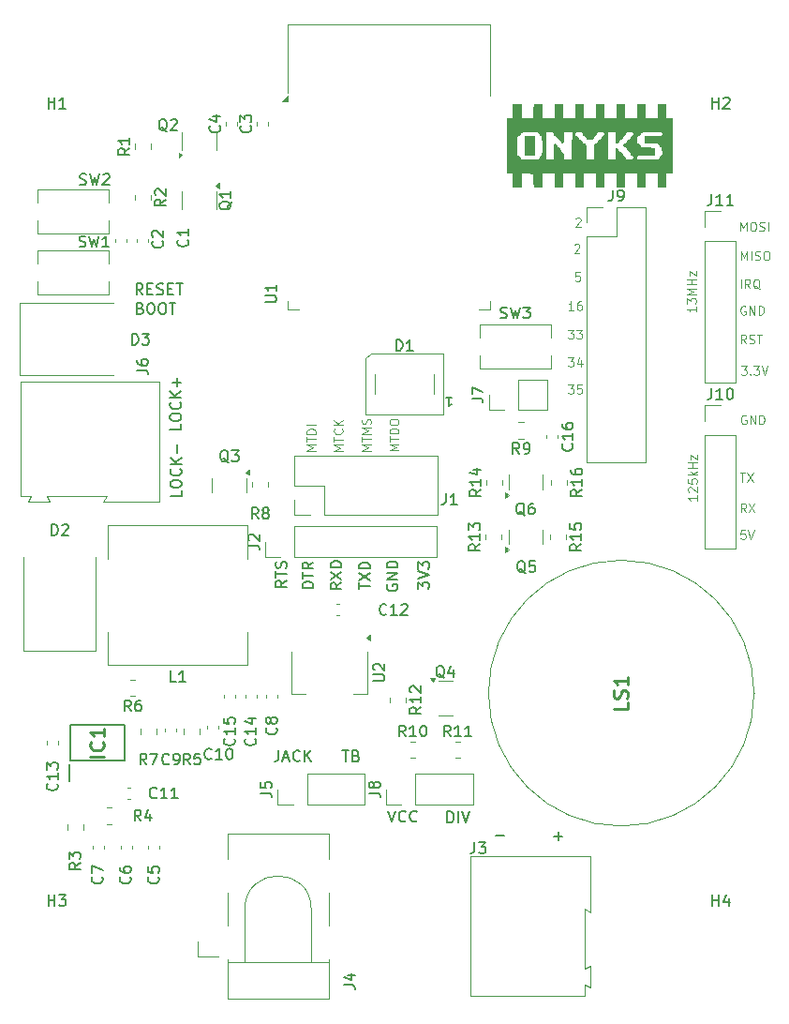
<source format=gbr>
%TF.GenerationSoftware,KiCad,Pcbnew,9.0.2*%
%TF.CreationDate,2025-10-26T15:03:13+01:00*%
%TF.ProjectId,onyks_iot_control_cabinet_pcb,6f6e796b-735f-4696-9f74-5f636f6e7472,rev?*%
%TF.SameCoordinates,Original*%
%TF.FileFunction,Legend,Top*%
%TF.FilePolarity,Positive*%
%FSLAX46Y46*%
G04 Gerber Fmt 4.6, Leading zero omitted, Abs format (unit mm)*
G04 Created by KiCad (PCBNEW 9.0.2) date 2025-10-26 15:03:13*
%MOMM*%
%LPD*%
G01*
G04 APERTURE LIST*
%ADD10C,0.125000*%
%ADD11C,0.200000*%
%ADD12C,0.150000*%
%ADD13C,0.254000*%
%ADD14C,0.120000*%
%ADD15C,0.100000*%
%ADD16C,0.000000*%
G04 APERTURE END LIST*
D10*
X183395995Y-75609304D02*
X182595995Y-75609304D01*
X182595995Y-75609304D02*
X183167423Y-75342638D01*
X183167423Y-75342638D02*
X182595995Y-75075971D01*
X182595995Y-75075971D02*
X183395995Y-75075971D01*
X182595995Y-74809304D02*
X182595995Y-74352161D01*
X183395995Y-74580733D02*
X182595995Y-74580733D01*
X183395995Y-74085494D02*
X182595995Y-74085494D01*
X182595995Y-74085494D02*
X182595995Y-73895018D01*
X182595995Y-73895018D02*
X182634090Y-73780732D01*
X182634090Y-73780732D02*
X182710280Y-73704542D01*
X182710280Y-73704542D02*
X182786471Y-73666447D01*
X182786471Y-73666447D02*
X182938852Y-73628351D01*
X182938852Y-73628351D02*
X183053138Y-73628351D01*
X183053138Y-73628351D02*
X183205519Y-73666447D01*
X183205519Y-73666447D02*
X183281709Y-73704542D01*
X183281709Y-73704542D02*
X183357900Y-73780732D01*
X183357900Y-73780732D02*
X183395995Y-73895018D01*
X183395995Y-73895018D02*
X183395995Y-74085494D01*
X183395995Y-73285494D02*
X182595995Y-73285494D01*
D11*
X189964816Y-108112619D02*
X190298149Y-109112619D01*
X190298149Y-109112619D02*
X190631482Y-108112619D01*
X191536244Y-109017380D02*
X191488625Y-109065000D01*
X191488625Y-109065000D02*
X191345768Y-109112619D01*
X191345768Y-109112619D02*
X191250530Y-109112619D01*
X191250530Y-109112619D02*
X191107673Y-109065000D01*
X191107673Y-109065000D02*
X191012435Y-108969761D01*
X191012435Y-108969761D02*
X190964816Y-108874523D01*
X190964816Y-108874523D02*
X190917197Y-108684047D01*
X190917197Y-108684047D02*
X190917197Y-108541190D01*
X190917197Y-108541190D02*
X190964816Y-108350714D01*
X190964816Y-108350714D02*
X191012435Y-108255476D01*
X191012435Y-108255476D02*
X191107673Y-108160238D01*
X191107673Y-108160238D02*
X191250530Y-108112619D01*
X191250530Y-108112619D02*
X191345768Y-108112619D01*
X191345768Y-108112619D02*
X191488625Y-108160238D01*
X191488625Y-108160238D02*
X191536244Y-108207857D01*
X192536244Y-109017380D02*
X192488625Y-109065000D01*
X192488625Y-109065000D02*
X192345768Y-109112619D01*
X192345768Y-109112619D02*
X192250530Y-109112619D01*
X192250530Y-109112619D02*
X192107673Y-109065000D01*
X192107673Y-109065000D02*
X192012435Y-108969761D01*
X192012435Y-108969761D02*
X191964816Y-108874523D01*
X191964816Y-108874523D02*
X191917197Y-108684047D01*
X191917197Y-108684047D02*
X191917197Y-108541190D01*
X191917197Y-108541190D02*
X191964816Y-108350714D01*
X191964816Y-108350714D02*
X192012435Y-108255476D01*
X192012435Y-108255476D02*
X192107673Y-108160238D01*
X192107673Y-108160238D02*
X192250530Y-108112619D01*
X192250530Y-108112619D02*
X192345768Y-108112619D01*
X192345768Y-108112619D02*
X192488625Y-108160238D01*
X192488625Y-108160238D02*
X192536244Y-108207857D01*
D10*
X221811953Y-60942595D02*
X221811953Y-60142595D01*
X222650048Y-60942595D02*
X222383381Y-60561642D01*
X222192905Y-60942595D02*
X222192905Y-60142595D01*
X222192905Y-60142595D02*
X222497667Y-60142595D01*
X222497667Y-60142595D02*
X222573857Y-60180690D01*
X222573857Y-60180690D02*
X222611952Y-60218785D01*
X222611952Y-60218785D02*
X222650048Y-60294976D01*
X222650048Y-60294976D02*
X222650048Y-60409261D01*
X222650048Y-60409261D02*
X222611952Y-60485452D01*
X222611952Y-60485452D02*
X222573857Y-60523547D01*
X222573857Y-60523547D02*
X222497667Y-60561642D01*
X222497667Y-60561642D02*
X222192905Y-60561642D01*
X223526238Y-61018785D02*
X223450048Y-60980690D01*
X223450048Y-60980690D02*
X223373857Y-60904500D01*
X223373857Y-60904500D02*
X223259571Y-60790214D01*
X223259571Y-60790214D02*
X223183381Y-60752119D01*
X223183381Y-60752119D02*
X223107190Y-60752119D01*
X223145286Y-60942595D02*
X223069095Y-60904500D01*
X223069095Y-60904500D02*
X222992905Y-60828309D01*
X222992905Y-60828309D02*
X222954809Y-60675928D01*
X222954809Y-60675928D02*
X222954809Y-60409261D01*
X222954809Y-60409261D02*
X222992905Y-60256880D01*
X222992905Y-60256880D02*
X223069095Y-60180690D01*
X223069095Y-60180690D02*
X223145286Y-60142595D01*
X223145286Y-60142595D02*
X223297667Y-60142595D01*
X223297667Y-60142595D02*
X223373857Y-60180690D01*
X223373857Y-60180690D02*
X223450048Y-60256880D01*
X223450048Y-60256880D02*
X223488143Y-60409261D01*
X223488143Y-60409261D02*
X223488143Y-60675928D01*
X223488143Y-60675928D02*
X223450048Y-60828309D01*
X223450048Y-60828309D02*
X223373857Y-60904500D01*
X223373857Y-60904500D02*
X223297667Y-60942595D01*
X223297667Y-60942595D02*
X223145286Y-60942595D01*
X206781428Y-57043785D02*
X206819524Y-57005690D01*
X206819524Y-57005690D02*
X206895714Y-56967595D01*
X206895714Y-56967595D02*
X207086190Y-56967595D01*
X207086190Y-56967595D02*
X207162381Y-57005690D01*
X207162381Y-57005690D02*
X207200476Y-57043785D01*
X207200476Y-57043785D02*
X207238571Y-57119976D01*
X207238571Y-57119976D02*
X207238571Y-57196166D01*
X207238571Y-57196166D02*
X207200476Y-57310452D01*
X207200476Y-57310452D02*
X206743333Y-57767595D01*
X206743333Y-57767595D02*
X207238571Y-57767595D01*
D12*
X185722419Y-87534666D02*
X185246228Y-87867999D01*
X185722419Y-88106094D02*
X184722419Y-88106094D01*
X184722419Y-88106094D02*
X184722419Y-87725142D01*
X184722419Y-87725142D02*
X184770038Y-87629904D01*
X184770038Y-87629904D02*
X184817657Y-87582285D01*
X184817657Y-87582285D02*
X184912895Y-87534666D01*
X184912895Y-87534666D02*
X185055752Y-87534666D01*
X185055752Y-87534666D02*
X185150990Y-87582285D01*
X185150990Y-87582285D02*
X185198609Y-87629904D01*
X185198609Y-87629904D02*
X185246228Y-87725142D01*
X185246228Y-87725142D02*
X185246228Y-88106094D01*
X184722419Y-87201332D02*
X185722419Y-86534666D01*
X184722419Y-86534666D02*
X185722419Y-87201332D01*
X185722419Y-86153713D02*
X184722419Y-86153713D01*
X184722419Y-86153713D02*
X184722419Y-85915618D01*
X184722419Y-85915618D02*
X184770038Y-85772761D01*
X184770038Y-85772761D02*
X184865276Y-85677523D01*
X184865276Y-85677523D02*
X184960514Y-85629904D01*
X184960514Y-85629904D02*
X185150990Y-85582285D01*
X185150990Y-85582285D02*
X185293847Y-85582285D01*
X185293847Y-85582285D02*
X185484323Y-85629904D01*
X185484323Y-85629904D02*
X185579561Y-85677523D01*
X185579561Y-85677523D02*
X185674800Y-85772761D01*
X185674800Y-85772761D02*
X185722419Y-85915618D01*
X185722419Y-85915618D02*
X185722419Y-86153713D01*
D11*
X180055587Y-102651619D02*
X180055587Y-103365904D01*
X180055587Y-103365904D02*
X180007968Y-103508761D01*
X180007968Y-103508761D02*
X179912730Y-103604000D01*
X179912730Y-103604000D02*
X179769873Y-103651619D01*
X179769873Y-103651619D02*
X179674635Y-103651619D01*
X180484159Y-103365904D02*
X180960349Y-103365904D01*
X180388921Y-103651619D02*
X180722254Y-102651619D01*
X180722254Y-102651619D02*
X181055587Y-103651619D01*
X181960349Y-103556380D02*
X181912730Y-103604000D01*
X181912730Y-103604000D02*
X181769873Y-103651619D01*
X181769873Y-103651619D02*
X181674635Y-103651619D01*
X181674635Y-103651619D02*
X181531778Y-103604000D01*
X181531778Y-103604000D02*
X181436540Y-103508761D01*
X181436540Y-103508761D02*
X181388921Y-103413523D01*
X181388921Y-103413523D02*
X181341302Y-103223047D01*
X181341302Y-103223047D02*
X181341302Y-103080190D01*
X181341302Y-103080190D02*
X181388921Y-102889714D01*
X181388921Y-102889714D02*
X181436540Y-102794476D01*
X181436540Y-102794476D02*
X181531778Y-102699238D01*
X181531778Y-102699238D02*
X181674635Y-102651619D01*
X181674635Y-102651619D02*
X181769873Y-102651619D01*
X181769873Y-102651619D02*
X181912730Y-102699238D01*
X181912730Y-102699238D02*
X181960349Y-102746857D01*
X182388921Y-103651619D02*
X182388921Y-102651619D01*
X182960349Y-103651619D02*
X182531778Y-103080190D01*
X182960349Y-102651619D02*
X182388921Y-103223047D01*
D12*
X180769419Y-87339419D02*
X180293228Y-87672752D01*
X180769419Y-87910847D02*
X179769419Y-87910847D01*
X179769419Y-87910847D02*
X179769419Y-87529895D01*
X179769419Y-87529895D02*
X179817038Y-87434657D01*
X179817038Y-87434657D02*
X179864657Y-87387038D01*
X179864657Y-87387038D02*
X179959895Y-87339419D01*
X179959895Y-87339419D02*
X180102752Y-87339419D01*
X180102752Y-87339419D02*
X180197990Y-87387038D01*
X180197990Y-87387038D02*
X180245609Y-87434657D01*
X180245609Y-87434657D02*
X180293228Y-87529895D01*
X180293228Y-87529895D02*
X180293228Y-87910847D01*
X179769419Y-87053704D02*
X179769419Y-86482276D01*
X180769419Y-86767990D02*
X179769419Y-86767990D01*
X180721800Y-86196561D02*
X180769419Y-86053704D01*
X180769419Y-86053704D02*
X180769419Y-85815609D01*
X180769419Y-85815609D02*
X180721800Y-85720371D01*
X180721800Y-85720371D02*
X180674180Y-85672752D01*
X180674180Y-85672752D02*
X180578942Y-85625133D01*
X180578942Y-85625133D02*
X180483704Y-85625133D01*
X180483704Y-85625133D02*
X180388466Y-85672752D01*
X180388466Y-85672752D02*
X180340847Y-85720371D01*
X180340847Y-85720371D02*
X180293228Y-85815609D01*
X180293228Y-85815609D02*
X180245609Y-86006085D01*
X180245609Y-86006085D02*
X180197990Y-86101323D01*
X180197990Y-86101323D02*
X180150371Y-86148942D01*
X180150371Y-86148942D02*
X180055133Y-86196561D01*
X180055133Y-86196561D02*
X179959895Y-86196561D01*
X179959895Y-86196561D02*
X179864657Y-86148942D01*
X179864657Y-86148942D02*
X179817038Y-86101323D01*
X179817038Y-86101323D02*
X179769419Y-86006085D01*
X179769419Y-86006085D02*
X179769419Y-85767990D01*
X179769419Y-85767990D02*
X179817038Y-85625133D01*
D11*
X199632673Y-110382666D02*
X200394578Y-110382666D01*
D10*
X190888995Y-75558475D02*
X190088995Y-75558475D01*
X190088995Y-75558475D02*
X190660423Y-75291809D01*
X190660423Y-75291809D02*
X190088995Y-75025142D01*
X190088995Y-75025142D02*
X190888995Y-75025142D01*
X190088995Y-74758475D02*
X190088995Y-74301332D01*
X190888995Y-74529904D02*
X190088995Y-74529904D01*
X190888995Y-74034665D02*
X190088995Y-74034665D01*
X190088995Y-74034665D02*
X190088995Y-73844189D01*
X190088995Y-73844189D02*
X190127090Y-73729903D01*
X190127090Y-73729903D02*
X190203280Y-73653713D01*
X190203280Y-73653713D02*
X190279471Y-73615618D01*
X190279471Y-73615618D02*
X190431852Y-73577522D01*
X190431852Y-73577522D02*
X190546138Y-73577522D01*
X190546138Y-73577522D02*
X190698519Y-73615618D01*
X190698519Y-73615618D02*
X190774709Y-73653713D01*
X190774709Y-73653713D02*
X190850900Y-73729903D01*
X190850900Y-73729903D02*
X190888995Y-73844189D01*
X190888995Y-73844189D02*
X190888995Y-74034665D01*
X190088995Y-73082284D02*
X190088995Y-72929903D01*
X190088995Y-72929903D02*
X190127090Y-72853713D01*
X190127090Y-72853713D02*
X190203280Y-72777522D01*
X190203280Y-72777522D02*
X190355661Y-72739427D01*
X190355661Y-72739427D02*
X190622328Y-72739427D01*
X190622328Y-72739427D02*
X190774709Y-72777522D01*
X190774709Y-72777522D02*
X190850900Y-72853713D01*
X190850900Y-72853713D02*
X190888995Y-72929903D01*
X190888995Y-72929903D02*
X190888995Y-73082284D01*
X190888995Y-73082284D02*
X190850900Y-73158475D01*
X190850900Y-73158475D02*
X190774709Y-73234665D01*
X190774709Y-73234665D02*
X190622328Y-73272761D01*
X190622328Y-73272761D02*
X190355661Y-73272761D01*
X190355661Y-73272761D02*
X190203280Y-73234665D01*
X190203280Y-73234665D02*
X190127090Y-73158475D01*
X190127090Y-73158475D02*
X190088995Y-73082284D01*
X206705218Y-62923795D02*
X206248075Y-62923795D01*
X206476647Y-62923795D02*
X206476647Y-62123795D01*
X206476647Y-62123795D02*
X206400456Y-62238080D01*
X206400456Y-62238080D02*
X206324266Y-62314271D01*
X206324266Y-62314271D02*
X206248075Y-62352366D01*
X207390933Y-62123795D02*
X207238552Y-62123795D01*
X207238552Y-62123795D02*
X207162361Y-62161890D01*
X207162361Y-62161890D02*
X207124266Y-62199985D01*
X207124266Y-62199985D02*
X207048076Y-62314271D01*
X207048076Y-62314271D02*
X207009980Y-62466652D01*
X207009980Y-62466652D02*
X207009980Y-62771414D01*
X207009980Y-62771414D02*
X207048076Y-62847604D01*
X207048076Y-62847604D02*
X207086171Y-62885700D01*
X207086171Y-62885700D02*
X207162361Y-62923795D01*
X207162361Y-62923795D02*
X207314742Y-62923795D01*
X207314742Y-62923795D02*
X207390933Y-62885700D01*
X207390933Y-62885700D02*
X207429028Y-62847604D01*
X207429028Y-62847604D02*
X207467123Y-62771414D01*
X207467123Y-62771414D02*
X207467123Y-62580938D01*
X207467123Y-62580938D02*
X207429028Y-62504747D01*
X207429028Y-62504747D02*
X207390933Y-62466652D01*
X207390933Y-62466652D02*
X207314742Y-62428557D01*
X207314742Y-62428557D02*
X207162361Y-62428557D01*
X207162361Y-62428557D02*
X207086171Y-62466652D01*
X207086171Y-62466652D02*
X207048076Y-62504747D01*
X207048076Y-62504747D02*
X207009980Y-62580938D01*
X222275476Y-72423490D02*
X222199286Y-72385395D01*
X222199286Y-72385395D02*
X222085000Y-72385395D01*
X222085000Y-72385395D02*
X221970714Y-72423490D01*
X221970714Y-72423490D02*
X221894524Y-72499680D01*
X221894524Y-72499680D02*
X221856429Y-72575871D01*
X221856429Y-72575871D02*
X221818333Y-72728252D01*
X221818333Y-72728252D02*
X221818333Y-72842538D01*
X221818333Y-72842538D02*
X221856429Y-72994919D01*
X221856429Y-72994919D02*
X221894524Y-73071109D01*
X221894524Y-73071109D02*
X221970714Y-73147300D01*
X221970714Y-73147300D02*
X222085000Y-73185395D01*
X222085000Y-73185395D02*
X222161191Y-73185395D01*
X222161191Y-73185395D02*
X222275476Y-73147300D01*
X222275476Y-73147300D02*
X222313572Y-73109204D01*
X222313572Y-73109204D02*
X222313572Y-72842538D01*
X222313572Y-72842538D02*
X222161191Y-72842538D01*
X222656429Y-73185395D02*
X222656429Y-72385395D01*
X222656429Y-72385395D02*
X223113572Y-73185395D01*
X223113572Y-73185395D02*
X223113572Y-72385395D01*
X223494524Y-73185395D02*
X223494524Y-72385395D01*
X223494524Y-72385395D02*
X223685000Y-72385395D01*
X223685000Y-72385395D02*
X223799286Y-72423490D01*
X223799286Y-72423490D02*
X223875476Y-72499680D01*
X223875476Y-72499680D02*
X223913571Y-72575871D01*
X223913571Y-72575871D02*
X223951667Y-72728252D01*
X223951667Y-72728252D02*
X223951667Y-72842538D01*
X223951667Y-72842538D02*
X223913571Y-72994919D01*
X223913571Y-72994919D02*
X223875476Y-73071109D01*
X223875476Y-73071109D02*
X223799286Y-73147300D01*
X223799286Y-73147300D02*
X223685000Y-73185395D01*
X223685000Y-73185395D02*
X223494524Y-73185395D01*
D11*
X167555606Y-62741809D02*
X167698463Y-62789428D01*
X167698463Y-62789428D02*
X167746082Y-62837047D01*
X167746082Y-62837047D02*
X167793701Y-62932285D01*
X167793701Y-62932285D02*
X167793701Y-63075142D01*
X167793701Y-63075142D02*
X167746082Y-63170380D01*
X167746082Y-63170380D02*
X167698463Y-63218000D01*
X167698463Y-63218000D02*
X167603225Y-63265619D01*
X167603225Y-63265619D02*
X167222273Y-63265619D01*
X167222273Y-63265619D02*
X167222273Y-62265619D01*
X167222273Y-62265619D02*
X167555606Y-62265619D01*
X167555606Y-62265619D02*
X167650844Y-62313238D01*
X167650844Y-62313238D02*
X167698463Y-62360857D01*
X167698463Y-62360857D02*
X167746082Y-62456095D01*
X167746082Y-62456095D02*
X167746082Y-62551333D01*
X167746082Y-62551333D02*
X167698463Y-62646571D01*
X167698463Y-62646571D02*
X167650844Y-62694190D01*
X167650844Y-62694190D02*
X167555606Y-62741809D01*
X167555606Y-62741809D02*
X167222273Y-62741809D01*
X168412749Y-62265619D02*
X168603225Y-62265619D01*
X168603225Y-62265619D02*
X168698463Y-62313238D01*
X168698463Y-62313238D02*
X168793701Y-62408476D01*
X168793701Y-62408476D02*
X168841320Y-62598952D01*
X168841320Y-62598952D02*
X168841320Y-62932285D01*
X168841320Y-62932285D02*
X168793701Y-63122761D01*
X168793701Y-63122761D02*
X168698463Y-63218000D01*
X168698463Y-63218000D02*
X168603225Y-63265619D01*
X168603225Y-63265619D02*
X168412749Y-63265619D01*
X168412749Y-63265619D02*
X168317511Y-63218000D01*
X168317511Y-63218000D02*
X168222273Y-63122761D01*
X168222273Y-63122761D02*
X168174654Y-62932285D01*
X168174654Y-62932285D02*
X168174654Y-62598952D01*
X168174654Y-62598952D02*
X168222273Y-62408476D01*
X168222273Y-62408476D02*
X168317511Y-62313238D01*
X168317511Y-62313238D02*
X168412749Y-62265619D01*
X169460368Y-62265619D02*
X169650844Y-62265619D01*
X169650844Y-62265619D02*
X169746082Y-62313238D01*
X169746082Y-62313238D02*
X169841320Y-62408476D01*
X169841320Y-62408476D02*
X169888939Y-62598952D01*
X169888939Y-62598952D02*
X169888939Y-62932285D01*
X169888939Y-62932285D02*
X169841320Y-63122761D01*
X169841320Y-63122761D02*
X169746082Y-63218000D01*
X169746082Y-63218000D02*
X169650844Y-63265619D01*
X169650844Y-63265619D02*
X169460368Y-63265619D01*
X169460368Y-63265619D02*
X169365130Y-63218000D01*
X169365130Y-63218000D02*
X169269892Y-63122761D01*
X169269892Y-63122761D02*
X169222273Y-62932285D01*
X169222273Y-62932285D02*
X169222273Y-62598952D01*
X169222273Y-62598952D02*
X169269892Y-62408476D01*
X169269892Y-62408476D02*
X169365130Y-62313238D01*
X169365130Y-62313238D02*
X169460368Y-62265619D01*
X170174654Y-62265619D02*
X170746082Y-62265619D01*
X170460368Y-63265619D02*
X170460368Y-62265619D01*
D10*
X222199219Y-82773995D02*
X221818267Y-82773995D01*
X221818267Y-82773995D02*
X221780171Y-83154947D01*
X221780171Y-83154947D02*
X221818267Y-83116852D01*
X221818267Y-83116852D02*
X221894457Y-83078757D01*
X221894457Y-83078757D02*
X222084933Y-83078757D01*
X222084933Y-83078757D02*
X222161124Y-83116852D01*
X222161124Y-83116852D02*
X222199219Y-83154947D01*
X222199219Y-83154947D02*
X222237314Y-83231138D01*
X222237314Y-83231138D02*
X222237314Y-83421614D01*
X222237314Y-83421614D02*
X222199219Y-83497804D01*
X222199219Y-83497804D02*
X222161124Y-83535900D01*
X222161124Y-83535900D02*
X222084933Y-83573995D01*
X222084933Y-83573995D02*
X221894457Y-83573995D01*
X221894457Y-83573995D02*
X221818267Y-83535900D01*
X221818267Y-83535900D02*
X221780171Y-83497804D01*
X222465886Y-82773995D02*
X222732553Y-83573995D01*
X222732553Y-83573995D02*
X222999219Y-82773995D01*
X207276676Y-59507595D02*
X206895724Y-59507595D01*
X206895724Y-59507595D02*
X206857628Y-59888547D01*
X206857628Y-59888547D02*
X206895724Y-59850452D01*
X206895724Y-59850452D02*
X206971914Y-59812357D01*
X206971914Y-59812357D02*
X207162390Y-59812357D01*
X207162390Y-59812357D02*
X207238581Y-59850452D01*
X207238581Y-59850452D02*
X207276676Y-59888547D01*
X207276676Y-59888547D02*
X207314771Y-59964738D01*
X207314771Y-59964738D02*
X207314771Y-60155214D01*
X207314771Y-60155214D02*
X207276676Y-60231404D01*
X207276676Y-60231404D02*
X207238581Y-60269500D01*
X207238581Y-60269500D02*
X207162390Y-60307595D01*
X207162390Y-60307595D02*
X206971914Y-60307595D01*
X206971914Y-60307595D02*
X206895724Y-60269500D01*
X206895724Y-60269500D02*
X206857628Y-60231404D01*
D12*
X189850038Y-87706104D02*
X189802419Y-87801342D01*
X189802419Y-87801342D02*
X189802419Y-87944199D01*
X189802419Y-87944199D02*
X189850038Y-88087056D01*
X189850038Y-88087056D02*
X189945276Y-88182294D01*
X189945276Y-88182294D02*
X190040514Y-88229913D01*
X190040514Y-88229913D02*
X190230990Y-88277532D01*
X190230990Y-88277532D02*
X190373847Y-88277532D01*
X190373847Y-88277532D02*
X190564323Y-88229913D01*
X190564323Y-88229913D02*
X190659561Y-88182294D01*
X190659561Y-88182294D02*
X190754800Y-88087056D01*
X190754800Y-88087056D02*
X190802419Y-87944199D01*
X190802419Y-87944199D02*
X190802419Y-87848961D01*
X190802419Y-87848961D02*
X190754800Y-87706104D01*
X190754800Y-87706104D02*
X190707180Y-87658485D01*
X190707180Y-87658485D02*
X190373847Y-87658485D01*
X190373847Y-87658485D02*
X190373847Y-87848961D01*
X190802419Y-87229913D02*
X189802419Y-87229913D01*
X189802419Y-87229913D02*
X190802419Y-86658485D01*
X190802419Y-86658485D02*
X189802419Y-86658485D01*
X190802419Y-86182294D02*
X189802419Y-86182294D01*
X189802419Y-86182294D02*
X189802419Y-85944199D01*
X189802419Y-85944199D02*
X189850038Y-85801342D01*
X189850038Y-85801342D02*
X189945276Y-85706104D01*
X189945276Y-85706104D02*
X190040514Y-85658485D01*
X190040514Y-85658485D02*
X190230990Y-85610866D01*
X190230990Y-85610866D02*
X190373847Y-85610866D01*
X190373847Y-85610866D02*
X190564323Y-85658485D01*
X190564323Y-85658485D02*
X190659561Y-85706104D01*
X190659561Y-85706104D02*
X190754800Y-85801342D01*
X190754800Y-85801342D02*
X190802419Y-85944199D01*
X190802419Y-85944199D02*
X190802419Y-86182294D01*
D10*
X222224676Y-62568290D02*
X222148486Y-62530195D01*
X222148486Y-62530195D02*
X222034200Y-62530195D01*
X222034200Y-62530195D02*
X221919914Y-62568290D01*
X221919914Y-62568290D02*
X221843724Y-62644480D01*
X221843724Y-62644480D02*
X221805629Y-62720671D01*
X221805629Y-62720671D02*
X221767533Y-62873052D01*
X221767533Y-62873052D02*
X221767533Y-62987338D01*
X221767533Y-62987338D02*
X221805629Y-63139719D01*
X221805629Y-63139719D02*
X221843724Y-63215909D01*
X221843724Y-63215909D02*
X221919914Y-63292100D01*
X221919914Y-63292100D02*
X222034200Y-63330195D01*
X222034200Y-63330195D02*
X222110391Y-63330195D01*
X222110391Y-63330195D02*
X222224676Y-63292100D01*
X222224676Y-63292100D02*
X222262772Y-63254004D01*
X222262772Y-63254004D02*
X222262772Y-62987338D01*
X222262772Y-62987338D02*
X222110391Y-62987338D01*
X222605629Y-63330195D02*
X222605629Y-62530195D01*
X222605629Y-62530195D02*
X223062772Y-63330195D01*
X223062772Y-63330195D02*
X223062772Y-62530195D01*
X223443724Y-63330195D02*
X223443724Y-62530195D01*
X223443724Y-62530195D02*
X223634200Y-62530195D01*
X223634200Y-62530195D02*
X223748486Y-62568290D01*
X223748486Y-62568290D02*
X223824676Y-62644480D01*
X223824676Y-62644480D02*
X223862771Y-62720671D01*
X223862771Y-62720671D02*
X223900867Y-62873052D01*
X223900867Y-62873052D02*
X223900867Y-62987338D01*
X223900867Y-62987338D02*
X223862771Y-63139719D01*
X223862771Y-63139719D02*
X223824676Y-63215909D01*
X223824676Y-63215909D02*
X223748486Y-63292100D01*
X223748486Y-63292100D02*
X223634200Y-63330195D01*
X223634200Y-63330195D02*
X223443724Y-63330195D01*
X222269105Y-65920995D02*
X222002438Y-65540042D01*
X221811962Y-65920995D02*
X221811962Y-65120995D01*
X221811962Y-65120995D02*
X222116724Y-65120995D01*
X222116724Y-65120995D02*
X222192914Y-65159090D01*
X222192914Y-65159090D02*
X222231009Y-65197185D01*
X222231009Y-65197185D02*
X222269105Y-65273376D01*
X222269105Y-65273376D02*
X222269105Y-65387661D01*
X222269105Y-65387661D02*
X222231009Y-65463852D01*
X222231009Y-65463852D02*
X222192914Y-65501947D01*
X222192914Y-65501947D02*
X222116724Y-65540042D01*
X222116724Y-65540042D02*
X221811962Y-65540042D01*
X222573866Y-65882900D02*
X222688152Y-65920995D01*
X222688152Y-65920995D02*
X222878628Y-65920995D01*
X222878628Y-65920995D02*
X222954819Y-65882900D01*
X222954819Y-65882900D02*
X222992914Y-65844804D01*
X222992914Y-65844804D02*
X223031009Y-65768614D01*
X223031009Y-65768614D02*
X223031009Y-65692423D01*
X223031009Y-65692423D02*
X222992914Y-65616233D01*
X222992914Y-65616233D02*
X222954819Y-65578138D01*
X222954819Y-65578138D02*
X222878628Y-65540042D01*
X222878628Y-65540042D02*
X222726247Y-65501947D01*
X222726247Y-65501947D02*
X222650057Y-65463852D01*
X222650057Y-65463852D02*
X222611962Y-65425757D01*
X222611962Y-65425757D02*
X222573866Y-65349566D01*
X222573866Y-65349566D02*
X222573866Y-65273376D01*
X222573866Y-65273376D02*
X222611962Y-65197185D01*
X222611962Y-65197185D02*
X222650057Y-65159090D01*
X222650057Y-65159090D02*
X222726247Y-65120995D01*
X222726247Y-65120995D02*
X222916724Y-65120995D01*
X222916724Y-65120995D02*
X223031009Y-65159090D01*
X223259581Y-65120995D02*
X223716724Y-65120995D01*
X223488152Y-65920995D02*
X223488152Y-65120995D01*
X185834395Y-75615628D02*
X185034395Y-75615628D01*
X185034395Y-75615628D02*
X185605823Y-75348962D01*
X185605823Y-75348962D02*
X185034395Y-75082295D01*
X185034395Y-75082295D02*
X185834395Y-75082295D01*
X185034395Y-74815628D02*
X185034395Y-74358485D01*
X185834395Y-74587057D02*
X185034395Y-74587057D01*
X185758204Y-73634675D02*
X185796300Y-73672771D01*
X185796300Y-73672771D02*
X185834395Y-73787056D01*
X185834395Y-73787056D02*
X185834395Y-73863247D01*
X185834395Y-73863247D02*
X185796300Y-73977533D01*
X185796300Y-73977533D02*
X185720109Y-74053723D01*
X185720109Y-74053723D02*
X185643919Y-74091818D01*
X185643919Y-74091818D02*
X185491538Y-74129914D01*
X185491538Y-74129914D02*
X185377252Y-74129914D01*
X185377252Y-74129914D02*
X185224871Y-74091818D01*
X185224871Y-74091818D02*
X185148680Y-74053723D01*
X185148680Y-74053723D02*
X185072490Y-73977533D01*
X185072490Y-73977533D02*
X185034395Y-73863247D01*
X185034395Y-73863247D02*
X185034395Y-73787056D01*
X185034395Y-73787056D02*
X185072490Y-73672771D01*
X185072490Y-73672771D02*
X185110585Y-73634675D01*
X185834395Y-73291818D02*
X185034395Y-73291818D01*
X185834395Y-72834675D02*
X185377252Y-73177533D01*
X185034395Y-72834675D02*
X185491538Y-73291818D01*
D11*
X185799216Y-102677019D02*
X186370644Y-102677019D01*
X186084930Y-103677019D02*
X186084930Y-102677019D01*
X187037311Y-103153209D02*
X187180168Y-103200828D01*
X187180168Y-103200828D02*
X187227787Y-103248447D01*
X187227787Y-103248447D02*
X187275406Y-103343685D01*
X187275406Y-103343685D02*
X187275406Y-103486542D01*
X187275406Y-103486542D02*
X187227787Y-103581780D01*
X187227787Y-103581780D02*
X187180168Y-103629400D01*
X187180168Y-103629400D02*
X187084930Y-103677019D01*
X187084930Y-103677019D02*
X186703978Y-103677019D01*
X186703978Y-103677019D02*
X186703978Y-102677019D01*
X186703978Y-102677019D02*
X187037311Y-102677019D01*
X187037311Y-102677019D02*
X187132549Y-102724638D01*
X187132549Y-102724638D02*
X187180168Y-102772257D01*
X187180168Y-102772257D02*
X187227787Y-102867495D01*
X187227787Y-102867495D02*
X187227787Y-102962733D01*
X187227787Y-102962733D02*
X187180168Y-103057971D01*
X187180168Y-103057971D02*
X187132549Y-103105590D01*
X187132549Y-103105590D02*
X187037311Y-103153209D01*
X187037311Y-103153209D02*
X186703978Y-103153209D01*
X195289273Y-109188819D02*
X195289273Y-108188819D01*
X195289273Y-108188819D02*
X195527368Y-108188819D01*
X195527368Y-108188819D02*
X195670225Y-108236438D01*
X195670225Y-108236438D02*
X195765463Y-108331676D01*
X195765463Y-108331676D02*
X195813082Y-108426914D01*
X195813082Y-108426914D02*
X195860701Y-108617390D01*
X195860701Y-108617390D02*
X195860701Y-108760247D01*
X195860701Y-108760247D02*
X195813082Y-108950723D01*
X195813082Y-108950723D02*
X195765463Y-109045961D01*
X195765463Y-109045961D02*
X195670225Y-109141200D01*
X195670225Y-109141200D02*
X195527368Y-109188819D01*
X195527368Y-109188819D02*
X195289273Y-109188819D01*
X196289273Y-109188819D02*
X196289273Y-108188819D01*
X196622606Y-108188819D02*
X196955939Y-109188819D01*
X196955939Y-109188819D02*
X197289272Y-108188819D01*
X167768301Y-61513019D02*
X167434968Y-61036828D01*
X167196873Y-61513019D02*
X167196873Y-60513019D01*
X167196873Y-60513019D02*
X167577825Y-60513019D01*
X167577825Y-60513019D02*
X167673063Y-60560638D01*
X167673063Y-60560638D02*
X167720682Y-60608257D01*
X167720682Y-60608257D02*
X167768301Y-60703495D01*
X167768301Y-60703495D02*
X167768301Y-60846352D01*
X167768301Y-60846352D02*
X167720682Y-60941590D01*
X167720682Y-60941590D02*
X167673063Y-60989209D01*
X167673063Y-60989209D02*
X167577825Y-61036828D01*
X167577825Y-61036828D02*
X167196873Y-61036828D01*
X168196873Y-60989209D02*
X168530206Y-60989209D01*
X168673063Y-61513019D02*
X168196873Y-61513019D01*
X168196873Y-61513019D02*
X168196873Y-60513019D01*
X168196873Y-60513019D02*
X168673063Y-60513019D01*
X169054016Y-61465400D02*
X169196873Y-61513019D01*
X169196873Y-61513019D02*
X169434968Y-61513019D01*
X169434968Y-61513019D02*
X169530206Y-61465400D01*
X169530206Y-61465400D02*
X169577825Y-61417780D01*
X169577825Y-61417780D02*
X169625444Y-61322542D01*
X169625444Y-61322542D02*
X169625444Y-61227304D01*
X169625444Y-61227304D02*
X169577825Y-61132066D01*
X169577825Y-61132066D02*
X169530206Y-61084447D01*
X169530206Y-61084447D02*
X169434968Y-61036828D01*
X169434968Y-61036828D02*
X169244492Y-60989209D01*
X169244492Y-60989209D02*
X169149254Y-60941590D01*
X169149254Y-60941590D02*
X169101635Y-60893971D01*
X169101635Y-60893971D02*
X169054016Y-60798733D01*
X169054016Y-60798733D02*
X169054016Y-60703495D01*
X169054016Y-60703495D02*
X169101635Y-60608257D01*
X169101635Y-60608257D02*
X169149254Y-60560638D01*
X169149254Y-60560638D02*
X169244492Y-60513019D01*
X169244492Y-60513019D02*
X169482587Y-60513019D01*
X169482587Y-60513019D02*
X169625444Y-60560638D01*
X170054016Y-60989209D02*
X170387349Y-60989209D01*
X170530206Y-61513019D02*
X170054016Y-61513019D01*
X170054016Y-61513019D02*
X170054016Y-60513019D01*
X170054016Y-60513019D02*
X170530206Y-60513019D01*
X170815921Y-60513019D02*
X171387349Y-60513019D01*
X171101635Y-61513019D02*
X171101635Y-60513019D01*
D12*
X192647219Y-88080694D02*
X192647219Y-87461647D01*
X192647219Y-87461647D02*
X193028171Y-87794980D01*
X193028171Y-87794980D02*
X193028171Y-87652123D01*
X193028171Y-87652123D02*
X193075790Y-87556885D01*
X193075790Y-87556885D02*
X193123409Y-87509266D01*
X193123409Y-87509266D02*
X193218647Y-87461647D01*
X193218647Y-87461647D02*
X193456742Y-87461647D01*
X193456742Y-87461647D02*
X193551980Y-87509266D01*
X193551980Y-87509266D02*
X193599600Y-87556885D01*
X193599600Y-87556885D02*
X193647219Y-87652123D01*
X193647219Y-87652123D02*
X193647219Y-87937837D01*
X193647219Y-87937837D02*
X193599600Y-88033075D01*
X193599600Y-88033075D02*
X193551980Y-88080694D01*
X192647219Y-87175932D02*
X193647219Y-86842599D01*
X193647219Y-86842599D02*
X192647219Y-86509266D01*
X192647219Y-86271170D02*
X192647219Y-85652123D01*
X192647219Y-85652123D02*
X193028171Y-85985456D01*
X193028171Y-85985456D02*
X193028171Y-85842599D01*
X193028171Y-85842599D02*
X193075790Y-85747361D01*
X193075790Y-85747361D02*
X193123409Y-85699742D01*
X193123409Y-85699742D02*
X193218647Y-85652123D01*
X193218647Y-85652123D02*
X193456742Y-85652123D01*
X193456742Y-85652123D02*
X193551980Y-85699742D01*
X193551980Y-85699742D02*
X193599600Y-85747361D01*
X193599600Y-85747361D02*
X193647219Y-85842599D01*
X193647219Y-85842599D02*
X193647219Y-86128313D01*
X193647219Y-86128313D02*
X193599600Y-86223551D01*
X193599600Y-86223551D02*
X193551980Y-86271170D01*
D11*
X171241019Y-73195136D02*
X171241019Y-73671326D01*
X171241019Y-73671326D02*
X170241019Y-73671326D01*
X170241019Y-72671326D02*
X170241019Y-72480850D01*
X170241019Y-72480850D02*
X170288638Y-72385612D01*
X170288638Y-72385612D02*
X170383876Y-72290374D01*
X170383876Y-72290374D02*
X170574352Y-72242755D01*
X170574352Y-72242755D02*
X170907685Y-72242755D01*
X170907685Y-72242755D02*
X171098161Y-72290374D01*
X171098161Y-72290374D02*
X171193400Y-72385612D01*
X171193400Y-72385612D02*
X171241019Y-72480850D01*
X171241019Y-72480850D02*
X171241019Y-72671326D01*
X171241019Y-72671326D02*
X171193400Y-72766564D01*
X171193400Y-72766564D02*
X171098161Y-72861802D01*
X171098161Y-72861802D02*
X170907685Y-72909421D01*
X170907685Y-72909421D02*
X170574352Y-72909421D01*
X170574352Y-72909421D02*
X170383876Y-72861802D01*
X170383876Y-72861802D02*
X170288638Y-72766564D01*
X170288638Y-72766564D02*
X170241019Y-72671326D01*
X171145780Y-71242755D02*
X171193400Y-71290374D01*
X171193400Y-71290374D02*
X171241019Y-71433231D01*
X171241019Y-71433231D02*
X171241019Y-71528469D01*
X171241019Y-71528469D02*
X171193400Y-71671326D01*
X171193400Y-71671326D02*
X171098161Y-71766564D01*
X171098161Y-71766564D02*
X171002923Y-71814183D01*
X171002923Y-71814183D02*
X170812447Y-71861802D01*
X170812447Y-71861802D02*
X170669590Y-71861802D01*
X170669590Y-71861802D02*
X170479114Y-71814183D01*
X170479114Y-71814183D02*
X170383876Y-71766564D01*
X170383876Y-71766564D02*
X170288638Y-71671326D01*
X170288638Y-71671326D02*
X170241019Y-71528469D01*
X170241019Y-71528469D02*
X170241019Y-71433231D01*
X170241019Y-71433231D02*
X170288638Y-71290374D01*
X170288638Y-71290374D02*
X170336257Y-71242755D01*
X171241019Y-70814183D02*
X170241019Y-70814183D01*
X171241019Y-70242755D02*
X170669590Y-70671326D01*
X170241019Y-70242755D02*
X170812447Y-70814183D01*
X170860066Y-69814183D02*
X170860066Y-69052279D01*
X171241019Y-69433231D02*
X170479114Y-69433231D01*
D10*
X221831047Y-67965795D02*
X222326285Y-67965795D01*
X222326285Y-67965795D02*
X222059619Y-68270557D01*
X222059619Y-68270557D02*
X222173904Y-68270557D01*
X222173904Y-68270557D02*
X222250095Y-68308652D01*
X222250095Y-68308652D02*
X222288190Y-68346747D01*
X222288190Y-68346747D02*
X222326285Y-68422938D01*
X222326285Y-68422938D02*
X222326285Y-68613414D01*
X222326285Y-68613414D02*
X222288190Y-68689604D01*
X222288190Y-68689604D02*
X222250095Y-68727700D01*
X222250095Y-68727700D02*
X222173904Y-68765795D01*
X222173904Y-68765795D02*
X221945333Y-68765795D01*
X221945333Y-68765795D02*
X221869142Y-68727700D01*
X221869142Y-68727700D02*
X221831047Y-68689604D01*
X222669143Y-68689604D02*
X222707238Y-68727700D01*
X222707238Y-68727700D02*
X222669143Y-68765795D01*
X222669143Y-68765795D02*
X222631047Y-68727700D01*
X222631047Y-68727700D02*
X222669143Y-68689604D01*
X222669143Y-68689604D02*
X222669143Y-68765795D01*
X222973904Y-67965795D02*
X223469142Y-67965795D01*
X223469142Y-67965795D02*
X223202476Y-68270557D01*
X223202476Y-68270557D02*
X223316761Y-68270557D01*
X223316761Y-68270557D02*
X223392952Y-68308652D01*
X223392952Y-68308652D02*
X223431047Y-68346747D01*
X223431047Y-68346747D02*
X223469142Y-68422938D01*
X223469142Y-68422938D02*
X223469142Y-68613414D01*
X223469142Y-68613414D02*
X223431047Y-68689604D01*
X223431047Y-68689604D02*
X223392952Y-68727700D01*
X223392952Y-68727700D02*
X223316761Y-68765795D01*
X223316761Y-68765795D02*
X223088190Y-68765795D01*
X223088190Y-68765795D02*
X223011999Y-68727700D01*
X223011999Y-68727700D02*
X222973904Y-68689604D01*
X223697714Y-67965795D02*
X223964381Y-68765795D01*
X223964381Y-68765795D02*
X224231047Y-67965795D01*
D11*
X204941273Y-110433466D02*
X205703178Y-110433466D01*
X205322225Y-110814419D02*
X205322225Y-110052514D01*
D10*
X188374395Y-75602923D02*
X187574395Y-75602923D01*
X187574395Y-75602923D02*
X188145823Y-75336257D01*
X188145823Y-75336257D02*
X187574395Y-75069590D01*
X187574395Y-75069590D02*
X188374395Y-75069590D01*
X187574395Y-74802923D02*
X187574395Y-74345780D01*
X188374395Y-74574352D02*
X187574395Y-74574352D01*
X188374395Y-74079113D02*
X187574395Y-74079113D01*
X187574395Y-74079113D02*
X188145823Y-73812447D01*
X188145823Y-73812447D02*
X187574395Y-73545780D01*
X187574395Y-73545780D02*
X188374395Y-73545780D01*
X188336300Y-73202923D02*
X188374395Y-73088637D01*
X188374395Y-73088637D02*
X188374395Y-72898161D01*
X188374395Y-72898161D02*
X188336300Y-72821970D01*
X188336300Y-72821970D02*
X188298204Y-72783875D01*
X188298204Y-72783875D02*
X188222014Y-72745780D01*
X188222014Y-72745780D02*
X188145823Y-72745780D01*
X188145823Y-72745780D02*
X188069633Y-72783875D01*
X188069633Y-72783875D02*
X188031538Y-72821970D01*
X188031538Y-72821970D02*
X187993442Y-72898161D01*
X187993442Y-72898161D02*
X187955347Y-73050542D01*
X187955347Y-73050542D02*
X187917252Y-73126732D01*
X187917252Y-73126732D02*
X187879157Y-73164827D01*
X187879157Y-73164827D02*
X187802966Y-73202923D01*
X187802966Y-73202923D02*
X187726776Y-73202923D01*
X187726776Y-73202923D02*
X187650585Y-73164827D01*
X187650585Y-73164827D02*
X187612490Y-73126732D01*
X187612490Y-73126732D02*
X187574395Y-73050542D01*
X187574395Y-73050542D02*
X187574395Y-72860065D01*
X187574395Y-72860065D02*
X187612490Y-72745780D01*
D11*
X171266419Y-79214936D02*
X171266419Y-79691126D01*
X171266419Y-79691126D02*
X170266419Y-79691126D01*
X170266419Y-78691126D02*
X170266419Y-78500650D01*
X170266419Y-78500650D02*
X170314038Y-78405412D01*
X170314038Y-78405412D02*
X170409276Y-78310174D01*
X170409276Y-78310174D02*
X170599752Y-78262555D01*
X170599752Y-78262555D02*
X170933085Y-78262555D01*
X170933085Y-78262555D02*
X171123561Y-78310174D01*
X171123561Y-78310174D02*
X171218800Y-78405412D01*
X171218800Y-78405412D02*
X171266419Y-78500650D01*
X171266419Y-78500650D02*
X171266419Y-78691126D01*
X171266419Y-78691126D02*
X171218800Y-78786364D01*
X171218800Y-78786364D02*
X171123561Y-78881602D01*
X171123561Y-78881602D02*
X170933085Y-78929221D01*
X170933085Y-78929221D02*
X170599752Y-78929221D01*
X170599752Y-78929221D02*
X170409276Y-78881602D01*
X170409276Y-78881602D02*
X170314038Y-78786364D01*
X170314038Y-78786364D02*
X170266419Y-78691126D01*
X171171180Y-77262555D02*
X171218800Y-77310174D01*
X171218800Y-77310174D02*
X171266419Y-77453031D01*
X171266419Y-77453031D02*
X171266419Y-77548269D01*
X171266419Y-77548269D02*
X171218800Y-77691126D01*
X171218800Y-77691126D02*
X171123561Y-77786364D01*
X171123561Y-77786364D02*
X171028323Y-77833983D01*
X171028323Y-77833983D02*
X170837847Y-77881602D01*
X170837847Y-77881602D02*
X170694990Y-77881602D01*
X170694990Y-77881602D02*
X170504514Y-77833983D01*
X170504514Y-77833983D02*
X170409276Y-77786364D01*
X170409276Y-77786364D02*
X170314038Y-77691126D01*
X170314038Y-77691126D02*
X170266419Y-77548269D01*
X170266419Y-77548269D02*
X170266419Y-77453031D01*
X170266419Y-77453031D02*
X170314038Y-77310174D01*
X170314038Y-77310174D02*
X170361657Y-77262555D01*
X171266419Y-76833983D02*
X170266419Y-76833983D01*
X171266419Y-76262555D02*
X170694990Y-76691126D01*
X170266419Y-76262555D02*
X170837847Y-76833983D01*
X170885466Y-75833983D02*
X170885466Y-75072079D01*
D10*
X217762195Y-62591781D02*
X217762195Y-63048924D01*
X217762195Y-62820352D02*
X216962195Y-62820352D01*
X216962195Y-62820352D02*
X217076480Y-62896543D01*
X217076480Y-62896543D02*
X217152671Y-62972733D01*
X217152671Y-62972733D02*
X217190766Y-63048924D01*
X216962195Y-62325114D02*
X216962195Y-61829876D01*
X216962195Y-61829876D02*
X217266957Y-62096542D01*
X217266957Y-62096542D02*
X217266957Y-61982257D01*
X217266957Y-61982257D02*
X217305052Y-61906066D01*
X217305052Y-61906066D02*
X217343147Y-61867971D01*
X217343147Y-61867971D02*
X217419338Y-61829876D01*
X217419338Y-61829876D02*
X217609814Y-61829876D01*
X217609814Y-61829876D02*
X217686004Y-61867971D01*
X217686004Y-61867971D02*
X217724100Y-61906066D01*
X217724100Y-61906066D02*
X217762195Y-61982257D01*
X217762195Y-61982257D02*
X217762195Y-62210828D01*
X217762195Y-62210828D02*
X217724100Y-62287019D01*
X217724100Y-62287019D02*
X217686004Y-62325114D01*
X217762195Y-61487018D02*
X216962195Y-61487018D01*
X216962195Y-61487018D02*
X217533623Y-61220352D01*
X217533623Y-61220352D02*
X216962195Y-60953685D01*
X216962195Y-60953685D02*
X217762195Y-60953685D01*
X217762195Y-60572732D02*
X216962195Y-60572732D01*
X217343147Y-60572732D02*
X217343147Y-60115589D01*
X217762195Y-60115589D02*
X216962195Y-60115589D01*
X217228861Y-59810828D02*
X217228861Y-59391780D01*
X217228861Y-59391780D02*
X217762195Y-59810828D01*
X217762195Y-59810828D02*
X217762195Y-59391780D01*
X206209980Y-67203795D02*
X206705218Y-67203795D01*
X206705218Y-67203795D02*
X206438552Y-67508557D01*
X206438552Y-67508557D02*
X206552837Y-67508557D01*
X206552837Y-67508557D02*
X206629028Y-67546652D01*
X206629028Y-67546652D02*
X206667123Y-67584747D01*
X206667123Y-67584747D02*
X206705218Y-67660938D01*
X206705218Y-67660938D02*
X206705218Y-67851414D01*
X206705218Y-67851414D02*
X206667123Y-67927604D01*
X206667123Y-67927604D02*
X206629028Y-67965700D01*
X206629028Y-67965700D02*
X206552837Y-68003795D01*
X206552837Y-68003795D02*
X206324266Y-68003795D01*
X206324266Y-68003795D02*
X206248075Y-67965700D01*
X206248075Y-67965700D02*
X206209980Y-67927604D01*
X207390933Y-67470461D02*
X207390933Y-68003795D01*
X207200457Y-67165700D02*
X207009980Y-67737128D01*
X207009980Y-67737128D02*
X207505219Y-67737128D01*
X206883028Y-54656185D02*
X206921124Y-54618090D01*
X206921124Y-54618090D02*
X206997314Y-54579995D01*
X206997314Y-54579995D02*
X207187790Y-54579995D01*
X207187790Y-54579995D02*
X207263981Y-54618090D01*
X207263981Y-54618090D02*
X207302076Y-54656185D01*
X207302076Y-54656185D02*
X207340171Y-54732376D01*
X207340171Y-54732376D02*
X207340171Y-54808566D01*
X207340171Y-54808566D02*
X207302076Y-54922852D01*
X207302076Y-54922852D02*
X206844933Y-55379995D01*
X206844933Y-55379995D02*
X207340171Y-55379995D01*
X221742076Y-77617795D02*
X222199219Y-77617795D01*
X221970647Y-78417795D02*
X221970647Y-77617795D01*
X222389695Y-77617795D02*
X222923029Y-78417795D01*
X222923029Y-77617795D02*
X222389695Y-78417795D01*
X221856457Y-58402595D02*
X221856457Y-57602595D01*
X221856457Y-57602595D02*
X222123123Y-58174023D01*
X222123123Y-58174023D02*
X222389790Y-57602595D01*
X222389790Y-57602595D02*
X222389790Y-58402595D01*
X222770743Y-58402595D02*
X222770743Y-57602595D01*
X223113599Y-58364500D02*
X223227885Y-58402595D01*
X223227885Y-58402595D02*
X223418361Y-58402595D01*
X223418361Y-58402595D02*
X223494552Y-58364500D01*
X223494552Y-58364500D02*
X223532647Y-58326404D01*
X223532647Y-58326404D02*
X223570742Y-58250214D01*
X223570742Y-58250214D02*
X223570742Y-58174023D01*
X223570742Y-58174023D02*
X223532647Y-58097833D01*
X223532647Y-58097833D02*
X223494552Y-58059738D01*
X223494552Y-58059738D02*
X223418361Y-58021642D01*
X223418361Y-58021642D02*
X223265980Y-57983547D01*
X223265980Y-57983547D02*
X223189790Y-57945452D01*
X223189790Y-57945452D02*
X223151695Y-57907357D01*
X223151695Y-57907357D02*
X223113599Y-57831166D01*
X223113599Y-57831166D02*
X223113599Y-57754976D01*
X223113599Y-57754976D02*
X223151695Y-57678785D01*
X223151695Y-57678785D02*
X223189790Y-57640690D01*
X223189790Y-57640690D02*
X223265980Y-57602595D01*
X223265980Y-57602595D02*
X223456457Y-57602595D01*
X223456457Y-57602595D02*
X223570742Y-57640690D01*
X224065981Y-57602595D02*
X224218362Y-57602595D01*
X224218362Y-57602595D02*
X224294552Y-57640690D01*
X224294552Y-57640690D02*
X224370743Y-57716880D01*
X224370743Y-57716880D02*
X224408838Y-57869261D01*
X224408838Y-57869261D02*
X224408838Y-58135928D01*
X224408838Y-58135928D02*
X224370743Y-58288309D01*
X224370743Y-58288309D02*
X224294552Y-58364500D01*
X224294552Y-58364500D02*
X224218362Y-58402595D01*
X224218362Y-58402595D02*
X224065981Y-58402595D01*
X224065981Y-58402595D02*
X223989790Y-58364500D01*
X223989790Y-58364500D02*
X223913600Y-58288309D01*
X223913600Y-58288309D02*
X223875504Y-58135928D01*
X223875504Y-58135928D02*
X223875504Y-57869261D01*
X223875504Y-57869261D02*
X223913600Y-57716880D01*
X223913600Y-57716880D02*
X223989790Y-57640690D01*
X223989790Y-57640690D02*
X224065981Y-57602595D01*
X206209980Y-64689195D02*
X206705218Y-64689195D01*
X206705218Y-64689195D02*
X206438552Y-64993957D01*
X206438552Y-64993957D02*
X206552837Y-64993957D01*
X206552837Y-64993957D02*
X206629028Y-65032052D01*
X206629028Y-65032052D02*
X206667123Y-65070147D01*
X206667123Y-65070147D02*
X206705218Y-65146338D01*
X206705218Y-65146338D02*
X206705218Y-65336814D01*
X206705218Y-65336814D02*
X206667123Y-65413004D01*
X206667123Y-65413004D02*
X206629028Y-65451100D01*
X206629028Y-65451100D02*
X206552837Y-65489195D01*
X206552837Y-65489195D02*
X206324266Y-65489195D01*
X206324266Y-65489195D02*
X206248075Y-65451100D01*
X206248075Y-65451100D02*
X206209980Y-65413004D01*
X206971885Y-64689195D02*
X207467123Y-64689195D01*
X207467123Y-64689195D02*
X207200457Y-64993957D01*
X207200457Y-64993957D02*
X207314742Y-64993957D01*
X207314742Y-64993957D02*
X207390933Y-65032052D01*
X207390933Y-65032052D02*
X207429028Y-65070147D01*
X207429028Y-65070147D02*
X207467123Y-65146338D01*
X207467123Y-65146338D02*
X207467123Y-65336814D01*
X207467123Y-65336814D02*
X207429028Y-65413004D01*
X207429028Y-65413004D02*
X207390933Y-65451100D01*
X207390933Y-65451100D02*
X207314742Y-65489195D01*
X207314742Y-65489195D02*
X207086171Y-65489195D01*
X207086171Y-65489195D02*
X207009980Y-65451100D01*
X207009980Y-65451100D02*
X206971885Y-65413004D01*
D12*
X187313219Y-88104504D02*
X187313219Y-87533076D01*
X188313219Y-87818790D02*
X187313219Y-87818790D01*
X187313219Y-87294980D02*
X188313219Y-86628314D01*
X187313219Y-86628314D02*
X188313219Y-87294980D01*
X188313219Y-86247361D02*
X187313219Y-86247361D01*
X187313219Y-86247361D02*
X187313219Y-86009266D01*
X187313219Y-86009266D02*
X187360838Y-85866409D01*
X187360838Y-85866409D02*
X187456076Y-85771171D01*
X187456076Y-85771171D02*
X187551314Y-85723552D01*
X187551314Y-85723552D02*
X187741790Y-85675933D01*
X187741790Y-85675933D02*
X187884647Y-85675933D01*
X187884647Y-85675933D02*
X188075123Y-85723552D01*
X188075123Y-85723552D02*
X188170361Y-85771171D01*
X188170361Y-85771171D02*
X188265600Y-85866409D01*
X188265600Y-85866409D02*
X188313219Y-86009266D01*
X188313219Y-86009266D02*
X188313219Y-86247361D01*
D10*
X222269067Y-81186395D02*
X222002400Y-80805442D01*
X221811924Y-81186395D02*
X221811924Y-80386395D01*
X221811924Y-80386395D02*
X222116686Y-80386395D01*
X222116686Y-80386395D02*
X222192876Y-80424490D01*
X222192876Y-80424490D02*
X222230971Y-80462585D01*
X222230971Y-80462585D02*
X222269067Y-80538776D01*
X222269067Y-80538776D02*
X222269067Y-80653061D01*
X222269067Y-80653061D02*
X222230971Y-80729252D01*
X222230971Y-80729252D02*
X222192876Y-80767347D01*
X222192876Y-80767347D02*
X222116686Y-80805442D01*
X222116686Y-80805442D02*
X221811924Y-80805442D01*
X222535733Y-80386395D02*
X223069067Y-81186395D01*
X223069067Y-80386395D02*
X222535733Y-81186395D01*
X217838395Y-79654200D02*
X217838395Y-80111343D01*
X217838395Y-79882771D02*
X217038395Y-79882771D01*
X217038395Y-79882771D02*
X217152680Y-79958962D01*
X217152680Y-79958962D02*
X217228871Y-80035152D01*
X217228871Y-80035152D02*
X217266966Y-80111343D01*
X217114585Y-79349438D02*
X217076490Y-79311342D01*
X217076490Y-79311342D02*
X217038395Y-79235152D01*
X217038395Y-79235152D02*
X217038395Y-79044676D01*
X217038395Y-79044676D02*
X217076490Y-78968485D01*
X217076490Y-78968485D02*
X217114585Y-78930390D01*
X217114585Y-78930390D02*
X217190776Y-78892295D01*
X217190776Y-78892295D02*
X217266966Y-78892295D01*
X217266966Y-78892295D02*
X217381252Y-78930390D01*
X217381252Y-78930390D02*
X217838395Y-79387533D01*
X217838395Y-79387533D02*
X217838395Y-78892295D01*
X217038395Y-78168485D02*
X217038395Y-78549437D01*
X217038395Y-78549437D02*
X217419347Y-78587533D01*
X217419347Y-78587533D02*
X217381252Y-78549437D01*
X217381252Y-78549437D02*
X217343157Y-78473247D01*
X217343157Y-78473247D02*
X217343157Y-78282771D01*
X217343157Y-78282771D02*
X217381252Y-78206580D01*
X217381252Y-78206580D02*
X217419347Y-78168485D01*
X217419347Y-78168485D02*
X217495538Y-78130390D01*
X217495538Y-78130390D02*
X217686014Y-78130390D01*
X217686014Y-78130390D02*
X217762204Y-78168485D01*
X217762204Y-78168485D02*
X217800300Y-78206580D01*
X217800300Y-78206580D02*
X217838395Y-78282771D01*
X217838395Y-78282771D02*
X217838395Y-78473247D01*
X217838395Y-78473247D02*
X217800300Y-78549437D01*
X217800300Y-78549437D02*
X217762204Y-78587533D01*
X217838395Y-77787532D02*
X217038395Y-77787532D01*
X217533633Y-77711342D02*
X217838395Y-77482770D01*
X217305061Y-77482770D02*
X217609823Y-77787532D01*
X217838395Y-77139913D02*
X217038395Y-77139913D01*
X217419347Y-77139913D02*
X217419347Y-76682770D01*
X217838395Y-76682770D02*
X217038395Y-76682770D01*
X217305061Y-76378009D02*
X217305061Y-75958961D01*
X217305061Y-75958961D02*
X217838395Y-76378009D01*
X217838395Y-76378009D02*
X217838395Y-75958961D01*
X206209980Y-69667595D02*
X206705218Y-69667595D01*
X206705218Y-69667595D02*
X206438552Y-69972357D01*
X206438552Y-69972357D02*
X206552837Y-69972357D01*
X206552837Y-69972357D02*
X206629028Y-70010452D01*
X206629028Y-70010452D02*
X206667123Y-70048547D01*
X206667123Y-70048547D02*
X206705218Y-70124738D01*
X206705218Y-70124738D02*
X206705218Y-70315214D01*
X206705218Y-70315214D02*
X206667123Y-70391404D01*
X206667123Y-70391404D02*
X206629028Y-70429500D01*
X206629028Y-70429500D02*
X206552837Y-70467595D01*
X206552837Y-70467595D02*
X206324266Y-70467595D01*
X206324266Y-70467595D02*
X206248075Y-70429500D01*
X206248075Y-70429500D02*
X206209980Y-70391404D01*
X207429028Y-69667595D02*
X207048076Y-69667595D01*
X207048076Y-69667595D02*
X207009980Y-70048547D01*
X207009980Y-70048547D02*
X207048076Y-70010452D01*
X207048076Y-70010452D02*
X207124266Y-69972357D01*
X207124266Y-69972357D02*
X207314742Y-69972357D01*
X207314742Y-69972357D02*
X207390933Y-70010452D01*
X207390933Y-70010452D02*
X207429028Y-70048547D01*
X207429028Y-70048547D02*
X207467123Y-70124738D01*
X207467123Y-70124738D02*
X207467123Y-70315214D01*
X207467123Y-70315214D02*
X207429028Y-70391404D01*
X207429028Y-70391404D02*
X207390933Y-70429500D01*
X207390933Y-70429500D02*
X207314742Y-70467595D01*
X207314742Y-70467595D02*
X207124266Y-70467595D01*
X207124266Y-70467595D02*
X207048076Y-70429500D01*
X207048076Y-70429500D02*
X207009980Y-70391404D01*
D12*
X183182419Y-88010856D02*
X182182419Y-88010856D01*
X182182419Y-88010856D02*
X182182419Y-87772761D01*
X182182419Y-87772761D02*
X182230038Y-87629904D01*
X182230038Y-87629904D02*
X182325276Y-87534666D01*
X182325276Y-87534666D02*
X182420514Y-87487047D01*
X182420514Y-87487047D02*
X182610990Y-87439428D01*
X182610990Y-87439428D02*
X182753847Y-87439428D01*
X182753847Y-87439428D02*
X182944323Y-87487047D01*
X182944323Y-87487047D02*
X183039561Y-87534666D01*
X183039561Y-87534666D02*
X183134800Y-87629904D01*
X183134800Y-87629904D02*
X183182419Y-87772761D01*
X183182419Y-87772761D02*
X183182419Y-88010856D01*
X182182419Y-87153713D02*
X182182419Y-86582285D01*
X183182419Y-86867999D02*
X182182419Y-86867999D01*
X183182419Y-85677523D02*
X182706228Y-86010856D01*
X183182419Y-86248951D02*
X182182419Y-86248951D01*
X182182419Y-86248951D02*
X182182419Y-85867999D01*
X182182419Y-85867999D02*
X182230038Y-85772761D01*
X182230038Y-85772761D02*
X182277657Y-85725142D01*
X182277657Y-85725142D02*
X182372895Y-85677523D01*
X182372895Y-85677523D02*
X182515752Y-85677523D01*
X182515752Y-85677523D02*
X182610990Y-85725142D01*
X182610990Y-85725142D02*
X182658609Y-85772761D01*
X182658609Y-85772761D02*
X182706228Y-85867999D01*
X182706228Y-85867999D02*
X182706228Y-86248951D01*
D10*
X221780257Y-55760995D02*
X221780257Y-54960995D01*
X221780257Y-54960995D02*
X222046923Y-55532423D01*
X222046923Y-55532423D02*
X222313590Y-54960995D01*
X222313590Y-54960995D02*
X222313590Y-55760995D01*
X222846924Y-54960995D02*
X222999305Y-54960995D01*
X222999305Y-54960995D02*
X223075495Y-54999090D01*
X223075495Y-54999090D02*
X223151686Y-55075280D01*
X223151686Y-55075280D02*
X223189781Y-55227661D01*
X223189781Y-55227661D02*
X223189781Y-55494328D01*
X223189781Y-55494328D02*
X223151686Y-55646709D01*
X223151686Y-55646709D02*
X223075495Y-55722900D01*
X223075495Y-55722900D02*
X222999305Y-55760995D01*
X222999305Y-55760995D02*
X222846924Y-55760995D01*
X222846924Y-55760995D02*
X222770733Y-55722900D01*
X222770733Y-55722900D02*
X222694543Y-55646709D01*
X222694543Y-55646709D02*
X222656447Y-55494328D01*
X222656447Y-55494328D02*
X222656447Y-55227661D01*
X222656447Y-55227661D02*
X222694543Y-55075280D01*
X222694543Y-55075280D02*
X222770733Y-54999090D01*
X222770733Y-54999090D02*
X222846924Y-54960995D01*
X223494542Y-55722900D02*
X223608828Y-55760995D01*
X223608828Y-55760995D02*
X223799304Y-55760995D01*
X223799304Y-55760995D02*
X223875495Y-55722900D01*
X223875495Y-55722900D02*
X223913590Y-55684804D01*
X223913590Y-55684804D02*
X223951685Y-55608614D01*
X223951685Y-55608614D02*
X223951685Y-55532423D01*
X223951685Y-55532423D02*
X223913590Y-55456233D01*
X223913590Y-55456233D02*
X223875495Y-55418138D01*
X223875495Y-55418138D02*
X223799304Y-55380042D01*
X223799304Y-55380042D02*
X223646923Y-55341947D01*
X223646923Y-55341947D02*
X223570733Y-55303852D01*
X223570733Y-55303852D02*
X223532638Y-55265757D01*
X223532638Y-55265757D02*
X223494542Y-55189566D01*
X223494542Y-55189566D02*
X223494542Y-55113376D01*
X223494542Y-55113376D02*
X223532638Y-55037185D01*
X223532638Y-55037185D02*
X223570733Y-54999090D01*
X223570733Y-54999090D02*
X223646923Y-54960995D01*
X223646923Y-54960995D02*
X223837400Y-54960995D01*
X223837400Y-54960995D02*
X223951685Y-54999090D01*
X224294543Y-55760995D02*
X224294543Y-54960995D01*
D12*
X191508142Y-101420819D02*
X191174809Y-100944628D01*
X190936714Y-101420819D02*
X190936714Y-100420819D01*
X190936714Y-100420819D02*
X191317666Y-100420819D01*
X191317666Y-100420819D02*
X191412904Y-100468438D01*
X191412904Y-100468438D02*
X191460523Y-100516057D01*
X191460523Y-100516057D02*
X191508142Y-100611295D01*
X191508142Y-100611295D02*
X191508142Y-100754152D01*
X191508142Y-100754152D02*
X191460523Y-100849390D01*
X191460523Y-100849390D02*
X191412904Y-100897009D01*
X191412904Y-100897009D02*
X191317666Y-100944628D01*
X191317666Y-100944628D02*
X190936714Y-100944628D01*
X192460523Y-101420819D02*
X191889095Y-101420819D01*
X192174809Y-101420819D02*
X192174809Y-100420819D01*
X192174809Y-100420819D02*
X192079571Y-100563676D01*
X192079571Y-100563676D02*
X191984333Y-100658914D01*
X191984333Y-100658914D02*
X191889095Y-100706533D01*
X193079571Y-100420819D02*
X193174809Y-100420819D01*
X193174809Y-100420819D02*
X193270047Y-100468438D01*
X193270047Y-100468438D02*
X193317666Y-100516057D01*
X193317666Y-100516057D02*
X193365285Y-100611295D01*
X193365285Y-100611295D02*
X193412904Y-100801771D01*
X193412904Y-100801771D02*
X193412904Y-101039866D01*
X193412904Y-101039866D02*
X193365285Y-101230342D01*
X193365285Y-101230342D02*
X193317666Y-101325580D01*
X193317666Y-101325580D02*
X193270047Y-101373200D01*
X193270047Y-101373200D02*
X193174809Y-101420819D01*
X193174809Y-101420819D02*
X193079571Y-101420819D01*
X193079571Y-101420819D02*
X192984333Y-101373200D01*
X192984333Y-101373200D02*
X192936714Y-101325580D01*
X192936714Y-101325580D02*
X192889095Y-101230342D01*
X192889095Y-101230342D02*
X192841476Y-101039866D01*
X192841476Y-101039866D02*
X192841476Y-100801771D01*
X192841476Y-100801771D02*
X192889095Y-100611295D01*
X192889095Y-100611295D02*
X192936714Y-100516057D01*
X192936714Y-100516057D02*
X192984333Y-100468438D01*
X192984333Y-100468438D02*
X193079571Y-100420819D01*
X166571819Y-48299666D02*
X166095628Y-48632999D01*
X166571819Y-48871094D02*
X165571819Y-48871094D01*
X165571819Y-48871094D02*
X165571819Y-48490142D01*
X165571819Y-48490142D02*
X165619438Y-48394904D01*
X165619438Y-48394904D02*
X165667057Y-48347285D01*
X165667057Y-48347285D02*
X165762295Y-48299666D01*
X165762295Y-48299666D02*
X165905152Y-48299666D01*
X165905152Y-48299666D02*
X166000390Y-48347285D01*
X166000390Y-48347285D02*
X166048009Y-48394904D01*
X166048009Y-48394904D02*
X166095628Y-48490142D01*
X166095628Y-48490142D02*
X166095628Y-48871094D01*
X166571819Y-47347285D02*
X166571819Y-47918713D01*
X166571819Y-47632999D02*
X165571819Y-47632999D01*
X165571819Y-47632999D02*
X165714676Y-47728237D01*
X165714676Y-47728237D02*
X165809914Y-47823475D01*
X165809914Y-47823475D02*
X165857533Y-47918713D01*
X166711333Y-99132819D02*
X166378000Y-98656628D01*
X166139905Y-99132819D02*
X166139905Y-98132819D01*
X166139905Y-98132819D02*
X166520857Y-98132819D01*
X166520857Y-98132819D02*
X166616095Y-98180438D01*
X166616095Y-98180438D02*
X166663714Y-98228057D01*
X166663714Y-98228057D02*
X166711333Y-98323295D01*
X166711333Y-98323295D02*
X166711333Y-98466152D01*
X166711333Y-98466152D02*
X166663714Y-98561390D01*
X166663714Y-98561390D02*
X166616095Y-98609009D01*
X166616095Y-98609009D02*
X166520857Y-98656628D01*
X166520857Y-98656628D02*
X166139905Y-98656628D01*
X167568476Y-98132819D02*
X167378000Y-98132819D01*
X167378000Y-98132819D02*
X167282762Y-98180438D01*
X167282762Y-98180438D02*
X167235143Y-98228057D01*
X167235143Y-98228057D02*
X167139905Y-98370914D01*
X167139905Y-98370914D02*
X167092286Y-98561390D01*
X167092286Y-98561390D02*
X167092286Y-98942342D01*
X167092286Y-98942342D02*
X167139905Y-99037580D01*
X167139905Y-99037580D02*
X167187524Y-99085200D01*
X167187524Y-99085200D02*
X167282762Y-99132819D01*
X167282762Y-99132819D02*
X167473238Y-99132819D01*
X167473238Y-99132819D02*
X167568476Y-99085200D01*
X167568476Y-99085200D02*
X167616095Y-99037580D01*
X167616095Y-99037580D02*
X167663714Y-98942342D01*
X167663714Y-98942342D02*
X167663714Y-98704247D01*
X167663714Y-98704247D02*
X167616095Y-98609009D01*
X167616095Y-98609009D02*
X167568476Y-98561390D01*
X167568476Y-98561390D02*
X167473238Y-98513771D01*
X167473238Y-98513771D02*
X167282762Y-98513771D01*
X167282762Y-98513771D02*
X167187524Y-98561390D01*
X167187524Y-98561390D02*
X167139905Y-98609009D01*
X167139905Y-98609009D02*
X167092286Y-98704247D01*
X164062580Y-114085666D02*
X164110200Y-114133285D01*
X164110200Y-114133285D02*
X164157819Y-114276142D01*
X164157819Y-114276142D02*
X164157819Y-114371380D01*
X164157819Y-114371380D02*
X164110200Y-114514237D01*
X164110200Y-114514237D02*
X164014961Y-114609475D01*
X164014961Y-114609475D02*
X163919723Y-114657094D01*
X163919723Y-114657094D02*
X163729247Y-114704713D01*
X163729247Y-114704713D02*
X163586390Y-114704713D01*
X163586390Y-114704713D02*
X163395914Y-114657094D01*
X163395914Y-114657094D02*
X163300676Y-114609475D01*
X163300676Y-114609475D02*
X163205438Y-114514237D01*
X163205438Y-114514237D02*
X163157819Y-114371380D01*
X163157819Y-114371380D02*
X163157819Y-114276142D01*
X163157819Y-114276142D02*
X163205438Y-114133285D01*
X163205438Y-114133285D02*
X163253057Y-114085666D01*
X163157819Y-113752332D02*
X163157819Y-113085666D01*
X163157819Y-113085666D02*
X164157819Y-113514237D01*
X171809580Y-56554666D02*
X171857200Y-56602285D01*
X171857200Y-56602285D02*
X171904819Y-56745142D01*
X171904819Y-56745142D02*
X171904819Y-56840380D01*
X171904819Y-56840380D02*
X171857200Y-56983237D01*
X171857200Y-56983237D02*
X171761961Y-57078475D01*
X171761961Y-57078475D02*
X171666723Y-57126094D01*
X171666723Y-57126094D02*
X171476247Y-57173713D01*
X171476247Y-57173713D02*
X171333390Y-57173713D01*
X171333390Y-57173713D02*
X171142914Y-57126094D01*
X171142914Y-57126094D02*
X171047676Y-57078475D01*
X171047676Y-57078475D02*
X170952438Y-56983237D01*
X170952438Y-56983237D02*
X170904819Y-56840380D01*
X170904819Y-56840380D02*
X170904819Y-56745142D01*
X170904819Y-56745142D02*
X170952438Y-56602285D01*
X170952438Y-56602285D02*
X171000057Y-56554666D01*
X171904819Y-55602285D02*
X171904819Y-56173713D01*
X171904819Y-55887999D02*
X170904819Y-55887999D01*
X170904819Y-55887999D02*
X171047676Y-55983237D01*
X171047676Y-55983237D02*
X171142914Y-56078475D01*
X171142914Y-56078475D02*
X171190533Y-56173713D01*
X188612819Y-96392904D02*
X189422342Y-96392904D01*
X189422342Y-96392904D02*
X189517580Y-96345285D01*
X189517580Y-96345285D02*
X189565200Y-96297666D01*
X189565200Y-96297666D02*
X189612819Y-96202428D01*
X189612819Y-96202428D02*
X189612819Y-96011952D01*
X189612819Y-96011952D02*
X189565200Y-95916714D01*
X189565200Y-95916714D02*
X189517580Y-95869095D01*
X189517580Y-95869095D02*
X189422342Y-95821476D01*
X189422342Y-95821476D02*
X188612819Y-95821476D01*
X188708057Y-95392904D02*
X188660438Y-95345285D01*
X188660438Y-95345285D02*
X188612819Y-95250047D01*
X188612819Y-95250047D02*
X188612819Y-95011952D01*
X188612819Y-95011952D02*
X188660438Y-94916714D01*
X188660438Y-94916714D02*
X188708057Y-94869095D01*
X188708057Y-94869095D02*
X188803295Y-94821476D01*
X188803295Y-94821476D02*
X188898533Y-94821476D01*
X188898533Y-94821476D02*
X189041390Y-94869095D01*
X189041390Y-94869095D02*
X189612819Y-95440523D01*
X189612819Y-95440523D02*
X189612819Y-94821476D01*
X197746666Y-110964819D02*
X197746666Y-111679104D01*
X197746666Y-111679104D02*
X197699047Y-111821961D01*
X197699047Y-111821961D02*
X197603809Y-111917200D01*
X197603809Y-111917200D02*
X197460952Y-111964819D01*
X197460952Y-111964819D02*
X197365714Y-111964819D01*
X198127619Y-110964819D02*
X198746666Y-110964819D01*
X198746666Y-110964819D02*
X198413333Y-111345771D01*
X198413333Y-111345771D02*
X198556190Y-111345771D01*
X198556190Y-111345771D02*
X198651428Y-111393390D01*
X198651428Y-111393390D02*
X198699047Y-111441009D01*
X198699047Y-111441009D02*
X198746666Y-111536247D01*
X198746666Y-111536247D02*
X198746666Y-111774342D01*
X198746666Y-111774342D02*
X198699047Y-111869580D01*
X198699047Y-111869580D02*
X198651428Y-111917200D01*
X198651428Y-111917200D02*
X198556190Y-111964819D01*
X198556190Y-111964819D02*
X198270476Y-111964819D01*
X198270476Y-111964819D02*
X198175238Y-111917200D01*
X198175238Y-111917200D02*
X198127619Y-111869580D01*
X162125819Y-112815666D02*
X161649628Y-113148999D01*
X162125819Y-113387094D02*
X161125819Y-113387094D01*
X161125819Y-113387094D02*
X161125819Y-113006142D01*
X161125819Y-113006142D02*
X161173438Y-112910904D01*
X161173438Y-112910904D02*
X161221057Y-112863285D01*
X161221057Y-112863285D02*
X161316295Y-112815666D01*
X161316295Y-112815666D02*
X161459152Y-112815666D01*
X161459152Y-112815666D02*
X161554390Y-112863285D01*
X161554390Y-112863285D02*
X161602009Y-112910904D01*
X161602009Y-112910904D02*
X161649628Y-113006142D01*
X161649628Y-113006142D02*
X161649628Y-113387094D01*
X161125819Y-112482332D02*
X161125819Y-111863285D01*
X161125819Y-111863285D02*
X161506771Y-112196618D01*
X161506771Y-112196618D02*
X161506771Y-112053761D01*
X161506771Y-112053761D02*
X161554390Y-111958523D01*
X161554390Y-111958523D02*
X161602009Y-111910904D01*
X161602009Y-111910904D02*
X161697247Y-111863285D01*
X161697247Y-111863285D02*
X161935342Y-111863285D01*
X161935342Y-111863285D02*
X162030580Y-111910904D01*
X162030580Y-111910904D02*
X162078200Y-111958523D01*
X162078200Y-111958523D02*
X162125819Y-112053761D01*
X162125819Y-112053761D02*
X162125819Y-112339475D01*
X162125819Y-112339475D02*
X162078200Y-112434713D01*
X162078200Y-112434713D02*
X162030580Y-112482332D01*
X170140333Y-103864580D02*
X170092714Y-103912200D01*
X170092714Y-103912200D02*
X169949857Y-103959819D01*
X169949857Y-103959819D02*
X169854619Y-103959819D01*
X169854619Y-103959819D02*
X169711762Y-103912200D01*
X169711762Y-103912200D02*
X169616524Y-103816961D01*
X169616524Y-103816961D02*
X169568905Y-103721723D01*
X169568905Y-103721723D02*
X169521286Y-103531247D01*
X169521286Y-103531247D02*
X169521286Y-103388390D01*
X169521286Y-103388390D02*
X169568905Y-103197914D01*
X169568905Y-103197914D02*
X169616524Y-103102676D01*
X169616524Y-103102676D02*
X169711762Y-103007438D01*
X169711762Y-103007438D02*
X169854619Y-102959819D01*
X169854619Y-102959819D02*
X169949857Y-102959819D01*
X169949857Y-102959819D02*
X170092714Y-103007438D01*
X170092714Y-103007438D02*
X170140333Y-103055057D01*
X170616524Y-103959819D02*
X170807000Y-103959819D01*
X170807000Y-103959819D02*
X170902238Y-103912200D01*
X170902238Y-103912200D02*
X170949857Y-103864580D01*
X170949857Y-103864580D02*
X171045095Y-103721723D01*
X171045095Y-103721723D02*
X171092714Y-103531247D01*
X171092714Y-103531247D02*
X171092714Y-103150295D01*
X171092714Y-103150295D02*
X171045095Y-103055057D01*
X171045095Y-103055057D02*
X170997476Y-103007438D01*
X170997476Y-103007438D02*
X170902238Y-102959819D01*
X170902238Y-102959819D02*
X170711762Y-102959819D01*
X170711762Y-102959819D02*
X170616524Y-103007438D01*
X170616524Y-103007438D02*
X170568905Y-103055057D01*
X170568905Y-103055057D02*
X170521286Y-103150295D01*
X170521286Y-103150295D02*
X170521286Y-103388390D01*
X170521286Y-103388390D02*
X170568905Y-103483628D01*
X170568905Y-103483628D02*
X170616524Y-103531247D01*
X170616524Y-103531247D02*
X170711762Y-103578866D01*
X170711762Y-103578866D02*
X170902238Y-103578866D01*
X170902238Y-103578866D02*
X170997476Y-103531247D01*
X170997476Y-103531247D02*
X171045095Y-103483628D01*
X171045095Y-103483628D02*
X171092714Y-103388390D01*
X169142580Y-114085666D02*
X169190200Y-114133285D01*
X169190200Y-114133285D02*
X169237819Y-114276142D01*
X169237819Y-114276142D02*
X169237819Y-114371380D01*
X169237819Y-114371380D02*
X169190200Y-114514237D01*
X169190200Y-114514237D02*
X169094961Y-114609475D01*
X169094961Y-114609475D02*
X168999723Y-114657094D01*
X168999723Y-114657094D02*
X168809247Y-114704713D01*
X168809247Y-114704713D02*
X168666390Y-114704713D01*
X168666390Y-114704713D02*
X168475914Y-114657094D01*
X168475914Y-114657094D02*
X168380676Y-114609475D01*
X168380676Y-114609475D02*
X168285438Y-114514237D01*
X168285438Y-114514237D02*
X168237819Y-114371380D01*
X168237819Y-114371380D02*
X168237819Y-114276142D01*
X168237819Y-114276142D02*
X168285438Y-114133285D01*
X168285438Y-114133285D02*
X168333057Y-114085666D01*
X168237819Y-113180904D02*
X168237819Y-113657094D01*
X168237819Y-113657094D02*
X168714009Y-113704713D01*
X168714009Y-113704713D02*
X168666390Y-113657094D01*
X168666390Y-113657094D02*
X168618771Y-113561856D01*
X168618771Y-113561856D02*
X168618771Y-113323761D01*
X168618771Y-113323761D02*
X168666390Y-113228523D01*
X168666390Y-113228523D02*
X168714009Y-113180904D01*
X168714009Y-113180904D02*
X168809247Y-113133285D01*
X168809247Y-113133285D02*
X169047342Y-113133285D01*
X169047342Y-113133285D02*
X169142580Y-113180904D01*
X169142580Y-113180904D02*
X169190200Y-113228523D01*
X169190200Y-113228523D02*
X169237819Y-113323761D01*
X169237819Y-113323761D02*
X169237819Y-113561856D01*
X169237819Y-113561856D02*
X169190200Y-113657094D01*
X169190200Y-113657094D02*
X169142580Y-113704713D01*
X170775333Y-96466819D02*
X170299143Y-96466819D01*
X170299143Y-96466819D02*
X170299143Y-95466819D01*
X171632476Y-96466819D02*
X171061048Y-96466819D01*
X171346762Y-96466819D02*
X171346762Y-95466819D01*
X171346762Y-95466819D02*
X171251524Y-95609676D01*
X171251524Y-95609676D02*
X171156286Y-95704914D01*
X171156286Y-95704914D02*
X171061048Y-95752533D01*
X195572142Y-101420819D02*
X195238809Y-100944628D01*
X195000714Y-101420819D02*
X195000714Y-100420819D01*
X195000714Y-100420819D02*
X195381666Y-100420819D01*
X195381666Y-100420819D02*
X195476904Y-100468438D01*
X195476904Y-100468438D02*
X195524523Y-100516057D01*
X195524523Y-100516057D02*
X195572142Y-100611295D01*
X195572142Y-100611295D02*
X195572142Y-100754152D01*
X195572142Y-100754152D02*
X195524523Y-100849390D01*
X195524523Y-100849390D02*
X195476904Y-100897009D01*
X195476904Y-100897009D02*
X195381666Y-100944628D01*
X195381666Y-100944628D02*
X195000714Y-100944628D01*
X196524523Y-101420819D02*
X195953095Y-101420819D01*
X196238809Y-101420819D02*
X196238809Y-100420819D01*
X196238809Y-100420819D02*
X196143571Y-100563676D01*
X196143571Y-100563676D02*
X196048333Y-100658914D01*
X196048333Y-100658914D02*
X195953095Y-100706533D01*
X197476904Y-101420819D02*
X196905476Y-101420819D01*
X197191190Y-101420819D02*
X197191190Y-100420819D01*
X197191190Y-100420819D02*
X197095952Y-100563676D01*
X197095952Y-100563676D02*
X197000714Y-100658914D01*
X197000714Y-100658914D02*
X196905476Y-100706533D01*
X178217533Y-81760219D02*
X177884200Y-81284028D01*
X177646105Y-81760219D02*
X177646105Y-80760219D01*
X177646105Y-80760219D02*
X178027057Y-80760219D01*
X178027057Y-80760219D02*
X178122295Y-80807838D01*
X178122295Y-80807838D02*
X178169914Y-80855457D01*
X178169914Y-80855457D02*
X178217533Y-80950695D01*
X178217533Y-80950695D02*
X178217533Y-81093552D01*
X178217533Y-81093552D02*
X178169914Y-81188790D01*
X178169914Y-81188790D02*
X178122295Y-81236409D01*
X178122295Y-81236409D02*
X178027057Y-81284028D01*
X178027057Y-81284028D02*
X177646105Y-81284028D01*
X178788962Y-81188790D02*
X178693724Y-81141171D01*
X178693724Y-81141171D02*
X178646105Y-81093552D01*
X178646105Y-81093552D02*
X178598486Y-80998314D01*
X178598486Y-80998314D02*
X178598486Y-80950695D01*
X178598486Y-80950695D02*
X178646105Y-80855457D01*
X178646105Y-80855457D02*
X178693724Y-80807838D01*
X178693724Y-80807838D02*
X178788962Y-80760219D01*
X178788962Y-80760219D02*
X178979438Y-80760219D01*
X178979438Y-80760219D02*
X179074676Y-80807838D01*
X179074676Y-80807838D02*
X179122295Y-80855457D01*
X179122295Y-80855457D02*
X179169914Y-80950695D01*
X179169914Y-80950695D02*
X179169914Y-80998314D01*
X179169914Y-80998314D02*
X179122295Y-81093552D01*
X179122295Y-81093552D02*
X179074676Y-81141171D01*
X179074676Y-81141171D02*
X178979438Y-81188790D01*
X178979438Y-81188790D02*
X178788962Y-81188790D01*
X178788962Y-81188790D02*
X178693724Y-81236409D01*
X178693724Y-81236409D02*
X178646105Y-81284028D01*
X178646105Y-81284028D02*
X178598486Y-81379266D01*
X178598486Y-81379266D02*
X178598486Y-81569742D01*
X178598486Y-81569742D02*
X178646105Y-81664980D01*
X178646105Y-81664980D02*
X178693724Y-81712600D01*
X178693724Y-81712600D02*
X178788962Y-81760219D01*
X178788962Y-81760219D02*
X178979438Y-81760219D01*
X178979438Y-81760219D02*
X179074676Y-81712600D01*
X179074676Y-81712600D02*
X179122295Y-81664980D01*
X179122295Y-81664980D02*
X179169914Y-81569742D01*
X179169914Y-81569742D02*
X179169914Y-81379266D01*
X179169914Y-81379266D02*
X179122295Y-81284028D01*
X179122295Y-81284028D02*
X179074676Y-81236409D01*
X179074676Y-81236409D02*
X178979438Y-81188790D01*
X166800305Y-66037619D02*
X166800305Y-65037619D01*
X166800305Y-65037619D02*
X167038400Y-65037619D01*
X167038400Y-65037619D02*
X167181257Y-65085238D01*
X167181257Y-65085238D02*
X167276495Y-65180476D01*
X167276495Y-65180476D02*
X167324114Y-65275714D01*
X167324114Y-65275714D02*
X167371733Y-65466190D01*
X167371733Y-65466190D02*
X167371733Y-65609047D01*
X167371733Y-65609047D02*
X167324114Y-65799523D01*
X167324114Y-65799523D02*
X167276495Y-65894761D01*
X167276495Y-65894761D02*
X167181257Y-65990000D01*
X167181257Y-65990000D02*
X167038400Y-66037619D01*
X167038400Y-66037619D02*
X166800305Y-66037619D01*
X167705067Y-65037619D02*
X168324114Y-65037619D01*
X168324114Y-65037619D02*
X167990781Y-65418571D01*
X167990781Y-65418571D02*
X168133638Y-65418571D01*
X168133638Y-65418571D02*
X168228876Y-65466190D01*
X168228876Y-65466190D02*
X168276495Y-65513809D01*
X168276495Y-65513809D02*
X168324114Y-65609047D01*
X168324114Y-65609047D02*
X168324114Y-65847142D01*
X168324114Y-65847142D02*
X168276495Y-65942380D01*
X168276495Y-65942380D02*
X168228876Y-65990000D01*
X168228876Y-65990000D02*
X168133638Y-66037619D01*
X168133638Y-66037619D02*
X167847924Y-66037619D01*
X167847924Y-66037619D02*
X167752686Y-65990000D01*
X167752686Y-65990000D02*
X167705067Y-65942380D01*
X174697580Y-46267666D02*
X174745200Y-46315285D01*
X174745200Y-46315285D02*
X174792819Y-46458142D01*
X174792819Y-46458142D02*
X174792819Y-46553380D01*
X174792819Y-46553380D02*
X174745200Y-46696237D01*
X174745200Y-46696237D02*
X174649961Y-46791475D01*
X174649961Y-46791475D02*
X174554723Y-46839094D01*
X174554723Y-46839094D02*
X174364247Y-46886713D01*
X174364247Y-46886713D02*
X174221390Y-46886713D01*
X174221390Y-46886713D02*
X174030914Y-46839094D01*
X174030914Y-46839094D02*
X173935676Y-46791475D01*
X173935676Y-46791475D02*
X173840438Y-46696237D01*
X173840438Y-46696237D02*
X173792819Y-46553380D01*
X173792819Y-46553380D02*
X173792819Y-46458142D01*
X173792819Y-46458142D02*
X173840438Y-46315285D01*
X173840438Y-46315285D02*
X173888057Y-46267666D01*
X174126152Y-45410523D02*
X174792819Y-45410523D01*
X173745200Y-45648618D02*
X174459485Y-45886713D01*
X174459485Y-45886713D02*
X174459485Y-45267666D01*
D13*
X164277318Y-103220762D02*
X163007318Y-103220762D01*
X164156365Y-101890285D02*
X164216842Y-101950761D01*
X164216842Y-101950761D02*
X164277318Y-102132190D01*
X164277318Y-102132190D02*
X164277318Y-102253142D01*
X164277318Y-102253142D02*
X164216842Y-102434571D01*
X164216842Y-102434571D02*
X164095889Y-102555523D01*
X164095889Y-102555523D02*
X163974937Y-102616000D01*
X163974937Y-102616000D02*
X163733032Y-102676476D01*
X163733032Y-102676476D02*
X163551603Y-102676476D01*
X163551603Y-102676476D02*
X163309699Y-102616000D01*
X163309699Y-102616000D02*
X163188746Y-102555523D01*
X163188746Y-102555523D02*
X163067794Y-102434571D01*
X163067794Y-102434571D02*
X163007318Y-102253142D01*
X163007318Y-102253142D02*
X163007318Y-102132190D01*
X163007318Y-102132190D02*
X163067794Y-101950761D01*
X163067794Y-101950761D02*
X163128270Y-101890285D01*
X164277318Y-100680761D02*
X164277318Y-101406476D01*
X164277318Y-101043619D02*
X163007318Y-101043619D01*
X163007318Y-101043619D02*
X163188746Y-101164571D01*
X163188746Y-101164571D02*
X163309699Y-101285523D01*
X163309699Y-101285523D02*
X163370175Y-101406476D01*
D12*
X219154476Y-69972819D02*
X219154476Y-70687104D01*
X219154476Y-70687104D02*
X219106857Y-70829961D01*
X219106857Y-70829961D02*
X219011619Y-70925200D01*
X219011619Y-70925200D02*
X218868762Y-70972819D01*
X218868762Y-70972819D02*
X218773524Y-70972819D01*
X220154476Y-70972819D02*
X219583048Y-70972819D01*
X219868762Y-70972819D02*
X219868762Y-69972819D01*
X219868762Y-69972819D02*
X219773524Y-70115676D01*
X219773524Y-70115676D02*
X219678286Y-70210914D01*
X219678286Y-70210914D02*
X219583048Y-70258533D01*
X220773524Y-69972819D02*
X220868762Y-69972819D01*
X220868762Y-69972819D02*
X220964000Y-70020438D01*
X220964000Y-70020438D02*
X221011619Y-70068057D01*
X221011619Y-70068057D02*
X221059238Y-70163295D01*
X221059238Y-70163295D02*
X221106857Y-70353771D01*
X221106857Y-70353771D02*
X221106857Y-70591866D01*
X221106857Y-70591866D02*
X221059238Y-70782342D01*
X221059238Y-70782342D02*
X221011619Y-70877580D01*
X221011619Y-70877580D02*
X220964000Y-70925200D01*
X220964000Y-70925200D02*
X220868762Y-70972819D01*
X220868762Y-70972819D02*
X220773524Y-70972819D01*
X220773524Y-70972819D02*
X220678286Y-70925200D01*
X220678286Y-70925200D02*
X220630667Y-70877580D01*
X220630667Y-70877580D02*
X220583048Y-70782342D01*
X220583048Y-70782342D02*
X220535429Y-70591866D01*
X220535429Y-70591866D02*
X220535429Y-70353771D01*
X220535429Y-70353771D02*
X220583048Y-70163295D01*
X220583048Y-70163295D02*
X220630667Y-70068057D01*
X220630667Y-70068057D02*
X220678286Y-70020438D01*
X220678286Y-70020438D02*
X220773524Y-69972819D01*
X166602580Y-114085666D02*
X166650200Y-114133285D01*
X166650200Y-114133285D02*
X166697819Y-114276142D01*
X166697819Y-114276142D02*
X166697819Y-114371380D01*
X166697819Y-114371380D02*
X166650200Y-114514237D01*
X166650200Y-114514237D02*
X166554961Y-114609475D01*
X166554961Y-114609475D02*
X166459723Y-114657094D01*
X166459723Y-114657094D02*
X166269247Y-114704713D01*
X166269247Y-114704713D02*
X166126390Y-114704713D01*
X166126390Y-114704713D02*
X165935914Y-114657094D01*
X165935914Y-114657094D02*
X165840676Y-114609475D01*
X165840676Y-114609475D02*
X165745438Y-114514237D01*
X165745438Y-114514237D02*
X165697819Y-114371380D01*
X165697819Y-114371380D02*
X165697819Y-114276142D01*
X165697819Y-114276142D02*
X165745438Y-114133285D01*
X165745438Y-114133285D02*
X165793057Y-114085666D01*
X165697819Y-113228523D02*
X165697819Y-113418999D01*
X165697819Y-113418999D02*
X165745438Y-113514237D01*
X165745438Y-113514237D02*
X165793057Y-113561856D01*
X165793057Y-113561856D02*
X165935914Y-113657094D01*
X165935914Y-113657094D02*
X166126390Y-113704713D01*
X166126390Y-113704713D02*
X166507342Y-113704713D01*
X166507342Y-113704713D02*
X166602580Y-113657094D01*
X166602580Y-113657094D02*
X166650200Y-113609475D01*
X166650200Y-113609475D02*
X166697819Y-113514237D01*
X166697819Y-113514237D02*
X166697819Y-113323761D01*
X166697819Y-113323761D02*
X166650200Y-113228523D01*
X166650200Y-113228523D02*
X166602580Y-113180904D01*
X166602580Y-113180904D02*
X166507342Y-113133285D01*
X166507342Y-113133285D02*
X166269247Y-113133285D01*
X166269247Y-113133285D02*
X166174009Y-113180904D01*
X166174009Y-113180904D02*
X166126390Y-113228523D01*
X166126390Y-113228523D02*
X166078771Y-113323761D01*
X166078771Y-113323761D02*
X166078771Y-113514237D01*
X166078771Y-113514237D02*
X166126390Y-113609475D01*
X166126390Y-113609475D02*
X166174009Y-113657094D01*
X166174009Y-113657094D02*
X166269247Y-113704713D01*
X177491580Y-46267666D02*
X177539200Y-46315285D01*
X177539200Y-46315285D02*
X177586819Y-46458142D01*
X177586819Y-46458142D02*
X177586819Y-46553380D01*
X177586819Y-46553380D02*
X177539200Y-46696237D01*
X177539200Y-46696237D02*
X177443961Y-46791475D01*
X177443961Y-46791475D02*
X177348723Y-46839094D01*
X177348723Y-46839094D02*
X177158247Y-46886713D01*
X177158247Y-46886713D02*
X177015390Y-46886713D01*
X177015390Y-46886713D02*
X176824914Y-46839094D01*
X176824914Y-46839094D02*
X176729676Y-46791475D01*
X176729676Y-46791475D02*
X176634438Y-46696237D01*
X176634438Y-46696237D02*
X176586819Y-46553380D01*
X176586819Y-46553380D02*
X176586819Y-46458142D01*
X176586819Y-46458142D02*
X176634438Y-46315285D01*
X176634438Y-46315285D02*
X176682057Y-46267666D01*
X176586819Y-45934332D02*
X176586819Y-45315285D01*
X176586819Y-45315285D02*
X176967771Y-45648618D01*
X176967771Y-45648618D02*
X176967771Y-45505761D01*
X176967771Y-45505761D02*
X177015390Y-45410523D01*
X177015390Y-45410523D02*
X177063009Y-45362904D01*
X177063009Y-45362904D02*
X177158247Y-45315285D01*
X177158247Y-45315285D02*
X177396342Y-45315285D01*
X177396342Y-45315285D02*
X177491580Y-45362904D01*
X177491580Y-45362904D02*
X177539200Y-45410523D01*
X177539200Y-45410523D02*
X177586819Y-45505761D01*
X177586819Y-45505761D02*
X177586819Y-45791475D01*
X177586819Y-45791475D02*
X177539200Y-45886713D01*
X177539200Y-45886713D02*
X177491580Y-45934332D01*
X207463819Y-79128857D02*
X206987628Y-79462190D01*
X207463819Y-79700285D02*
X206463819Y-79700285D01*
X206463819Y-79700285D02*
X206463819Y-79319333D01*
X206463819Y-79319333D02*
X206511438Y-79224095D01*
X206511438Y-79224095D02*
X206559057Y-79176476D01*
X206559057Y-79176476D02*
X206654295Y-79128857D01*
X206654295Y-79128857D02*
X206797152Y-79128857D01*
X206797152Y-79128857D02*
X206892390Y-79176476D01*
X206892390Y-79176476D02*
X206940009Y-79224095D01*
X206940009Y-79224095D02*
X206987628Y-79319333D01*
X206987628Y-79319333D02*
X206987628Y-79700285D01*
X207463819Y-78176476D02*
X207463819Y-78747904D01*
X207463819Y-78462190D02*
X206463819Y-78462190D01*
X206463819Y-78462190D02*
X206606676Y-78557428D01*
X206606676Y-78557428D02*
X206701914Y-78652666D01*
X206701914Y-78652666D02*
X206749533Y-78747904D01*
X206463819Y-77319333D02*
X206463819Y-77509809D01*
X206463819Y-77509809D02*
X206511438Y-77605047D01*
X206511438Y-77605047D02*
X206559057Y-77652666D01*
X206559057Y-77652666D02*
X206701914Y-77747904D01*
X206701914Y-77747904D02*
X206892390Y-77795523D01*
X206892390Y-77795523D02*
X207273342Y-77795523D01*
X207273342Y-77795523D02*
X207368580Y-77747904D01*
X207368580Y-77747904D02*
X207416200Y-77700285D01*
X207416200Y-77700285D02*
X207463819Y-77605047D01*
X207463819Y-77605047D02*
X207463819Y-77414571D01*
X207463819Y-77414571D02*
X207416200Y-77319333D01*
X207416200Y-77319333D02*
X207368580Y-77271714D01*
X207368580Y-77271714D02*
X207273342Y-77224095D01*
X207273342Y-77224095D02*
X207035247Y-77224095D01*
X207035247Y-77224095D02*
X206940009Y-77271714D01*
X206940009Y-77271714D02*
X206892390Y-77319333D01*
X206892390Y-77319333D02*
X206844771Y-77414571D01*
X206844771Y-77414571D02*
X206844771Y-77605047D01*
X206844771Y-77605047D02*
X206892390Y-77700285D01*
X206892390Y-77700285D02*
X206940009Y-77747904D01*
X206940009Y-77747904D02*
X207035247Y-77795523D01*
X210232666Y-52065819D02*
X210232666Y-52780104D01*
X210232666Y-52780104D02*
X210185047Y-52922961D01*
X210185047Y-52922961D02*
X210089809Y-53018200D01*
X210089809Y-53018200D02*
X209946952Y-53065819D01*
X209946952Y-53065819D02*
X209851714Y-53065819D01*
X210756476Y-53065819D02*
X210946952Y-53065819D01*
X210946952Y-53065819D02*
X211042190Y-53018200D01*
X211042190Y-53018200D02*
X211089809Y-52970580D01*
X211089809Y-52970580D02*
X211185047Y-52827723D01*
X211185047Y-52827723D02*
X211232666Y-52637247D01*
X211232666Y-52637247D02*
X211232666Y-52256295D01*
X211232666Y-52256295D02*
X211185047Y-52161057D01*
X211185047Y-52161057D02*
X211137428Y-52113438D01*
X211137428Y-52113438D02*
X211042190Y-52065819D01*
X211042190Y-52065819D02*
X210851714Y-52065819D01*
X210851714Y-52065819D02*
X210756476Y-52113438D01*
X210756476Y-52113438D02*
X210708857Y-52161057D01*
X210708857Y-52161057D02*
X210661238Y-52256295D01*
X210661238Y-52256295D02*
X210661238Y-52494390D01*
X210661238Y-52494390D02*
X210708857Y-52589628D01*
X210708857Y-52589628D02*
X210756476Y-52637247D01*
X210756476Y-52637247D02*
X210851714Y-52684866D01*
X210851714Y-52684866D02*
X211042190Y-52684866D01*
X211042190Y-52684866D02*
X211137428Y-52637247D01*
X211137428Y-52637247D02*
X211185047Y-52589628D01*
X211185047Y-52589628D02*
X211232666Y-52494390D01*
X185954819Y-123833333D02*
X186669104Y-123833333D01*
X186669104Y-123833333D02*
X186811961Y-123880952D01*
X186811961Y-123880952D02*
X186907200Y-123976190D01*
X186907200Y-123976190D02*
X186954819Y-124119047D01*
X186954819Y-124119047D02*
X186954819Y-124214285D01*
X186288152Y-122928571D02*
X186954819Y-122928571D01*
X185907200Y-123166666D02*
X186621485Y-123404761D01*
X186621485Y-123404761D02*
X186621485Y-122785714D01*
X195170466Y-79464819D02*
X195170466Y-80179104D01*
X195170466Y-80179104D02*
X195122847Y-80321961D01*
X195122847Y-80321961D02*
X195027609Y-80417200D01*
X195027609Y-80417200D02*
X194884752Y-80464819D01*
X194884752Y-80464819D02*
X194789514Y-80464819D01*
X196170466Y-80464819D02*
X195599038Y-80464819D01*
X195884752Y-80464819D02*
X195884752Y-79464819D01*
X195884752Y-79464819D02*
X195789514Y-79607676D01*
X195789514Y-79607676D02*
X195694276Y-79702914D01*
X195694276Y-79702914D02*
X195599038Y-79750533D01*
X188209819Y-106505333D02*
X188924104Y-106505333D01*
X188924104Y-106505333D02*
X189066961Y-106552952D01*
X189066961Y-106552952D02*
X189162200Y-106648190D01*
X189162200Y-106648190D02*
X189209819Y-106791047D01*
X189209819Y-106791047D02*
X189209819Y-106886285D01*
X188638390Y-105886285D02*
X188590771Y-105981523D01*
X188590771Y-105981523D02*
X188543152Y-106029142D01*
X188543152Y-106029142D02*
X188447914Y-106076761D01*
X188447914Y-106076761D02*
X188400295Y-106076761D01*
X188400295Y-106076761D02*
X188305057Y-106029142D01*
X188305057Y-106029142D02*
X188257438Y-105981523D01*
X188257438Y-105981523D02*
X188209819Y-105886285D01*
X188209819Y-105886285D02*
X188209819Y-105695809D01*
X188209819Y-105695809D02*
X188257438Y-105600571D01*
X188257438Y-105600571D02*
X188305057Y-105552952D01*
X188305057Y-105552952D02*
X188400295Y-105505333D01*
X188400295Y-105505333D02*
X188447914Y-105505333D01*
X188447914Y-105505333D02*
X188543152Y-105552952D01*
X188543152Y-105552952D02*
X188590771Y-105600571D01*
X188590771Y-105600571D02*
X188638390Y-105695809D01*
X188638390Y-105695809D02*
X188638390Y-105886285D01*
X188638390Y-105886285D02*
X188686009Y-105981523D01*
X188686009Y-105981523D02*
X188733628Y-106029142D01*
X188733628Y-106029142D02*
X188828866Y-106076761D01*
X188828866Y-106076761D02*
X189019342Y-106076761D01*
X189019342Y-106076761D02*
X189114580Y-106029142D01*
X189114580Y-106029142D02*
X189162200Y-105981523D01*
X189162200Y-105981523D02*
X189209819Y-105886285D01*
X189209819Y-105886285D02*
X189209819Y-105695809D01*
X189209819Y-105695809D02*
X189162200Y-105600571D01*
X189162200Y-105600571D02*
X189114580Y-105552952D01*
X189114580Y-105552952D02*
X189019342Y-105505333D01*
X189019342Y-105505333D02*
X188828866Y-105505333D01*
X188828866Y-105505333D02*
X188733628Y-105552952D01*
X188733628Y-105552952D02*
X188686009Y-105600571D01*
X188686009Y-105600571D02*
X188638390Y-105695809D01*
X178430819Y-106505333D02*
X179145104Y-106505333D01*
X179145104Y-106505333D02*
X179287961Y-106552952D01*
X179287961Y-106552952D02*
X179383200Y-106648190D01*
X179383200Y-106648190D02*
X179430819Y-106791047D01*
X179430819Y-106791047D02*
X179430819Y-106886285D01*
X178430819Y-105552952D02*
X178430819Y-106029142D01*
X178430819Y-106029142D02*
X178907009Y-106076761D01*
X178907009Y-106076761D02*
X178859390Y-106029142D01*
X178859390Y-106029142D02*
X178811771Y-105933904D01*
X178811771Y-105933904D02*
X178811771Y-105695809D01*
X178811771Y-105695809D02*
X178859390Y-105600571D01*
X178859390Y-105600571D02*
X178907009Y-105552952D01*
X178907009Y-105552952D02*
X179002247Y-105505333D01*
X179002247Y-105505333D02*
X179240342Y-105505333D01*
X179240342Y-105505333D02*
X179335580Y-105552952D01*
X179335580Y-105552952D02*
X179383200Y-105600571D01*
X179383200Y-105600571D02*
X179430819Y-105695809D01*
X179430819Y-105695809D02*
X179430819Y-105933904D01*
X179430819Y-105933904D02*
X179383200Y-106029142D01*
X179383200Y-106029142D02*
X179335580Y-106076761D01*
D13*
X211584318Y-98316428D02*
X211584318Y-98921190D01*
X211584318Y-98921190D02*
X210314318Y-98921190D01*
X211523842Y-97953571D02*
X211584318Y-97772142D01*
X211584318Y-97772142D02*
X211584318Y-97469761D01*
X211584318Y-97469761D02*
X211523842Y-97348809D01*
X211523842Y-97348809D02*
X211463365Y-97288333D01*
X211463365Y-97288333D02*
X211342413Y-97227856D01*
X211342413Y-97227856D02*
X211221461Y-97227856D01*
X211221461Y-97227856D02*
X211100508Y-97288333D01*
X211100508Y-97288333D02*
X211040032Y-97348809D01*
X211040032Y-97348809D02*
X210979556Y-97469761D01*
X210979556Y-97469761D02*
X210919080Y-97711666D01*
X210919080Y-97711666D02*
X210858603Y-97832618D01*
X210858603Y-97832618D02*
X210798127Y-97893095D01*
X210798127Y-97893095D02*
X210677175Y-97953571D01*
X210677175Y-97953571D02*
X210556222Y-97953571D01*
X210556222Y-97953571D02*
X210435270Y-97893095D01*
X210435270Y-97893095D02*
X210374794Y-97832618D01*
X210374794Y-97832618D02*
X210314318Y-97711666D01*
X210314318Y-97711666D02*
X210314318Y-97409285D01*
X210314318Y-97409285D02*
X210374794Y-97227856D01*
X211584318Y-96018332D02*
X211584318Y-96744047D01*
X211584318Y-96381190D02*
X210314318Y-96381190D01*
X210314318Y-96381190D02*
X210495746Y-96502142D01*
X210495746Y-96502142D02*
X210616699Y-96623094D01*
X210616699Y-96623094D02*
X210677175Y-96744047D01*
D12*
X168108333Y-103959819D02*
X167775000Y-103483628D01*
X167536905Y-103959819D02*
X167536905Y-102959819D01*
X167536905Y-102959819D02*
X167917857Y-102959819D01*
X167917857Y-102959819D02*
X168013095Y-103007438D01*
X168013095Y-103007438D02*
X168060714Y-103055057D01*
X168060714Y-103055057D02*
X168108333Y-103150295D01*
X168108333Y-103150295D02*
X168108333Y-103293152D01*
X168108333Y-103293152D02*
X168060714Y-103388390D01*
X168060714Y-103388390D02*
X168013095Y-103436009D01*
X168013095Y-103436009D02*
X167917857Y-103483628D01*
X167917857Y-103483628D02*
X167536905Y-103483628D01*
X168441667Y-102959819D02*
X169108333Y-102959819D01*
X169108333Y-102959819D02*
X168679762Y-103959819D01*
X200088667Y-63599600D02*
X200231524Y-63647219D01*
X200231524Y-63647219D02*
X200469619Y-63647219D01*
X200469619Y-63647219D02*
X200564857Y-63599600D01*
X200564857Y-63599600D02*
X200612476Y-63551980D01*
X200612476Y-63551980D02*
X200660095Y-63456742D01*
X200660095Y-63456742D02*
X200660095Y-63361504D01*
X200660095Y-63361504D02*
X200612476Y-63266266D01*
X200612476Y-63266266D02*
X200564857Y-63218647D01*
X200564857Y-63218647D02*
X200469619Y-63171028D01*
X200469619Y-63171028D02*
X200279143Y-63123409D01*
X200279143Y-63123409D02*
X200183905Y-63075790D01*
X200183905Y-63075790D02*
X200136286Y-63028171D01*
X200136286Y-63028171D02*
X200088667Y-62932933D01*
X200088667Y-62932933D02*
X200088667Y-62837695D01*
X200088667Y-62837695D02*
X200136286Y-62742457D01*
X200136286Y-62742457D02*
X200183905Y-62694838D01*
X200183905Y-62694838D02*
X200279143Y-62647219D01*
X200279143Y-62647219D02*
X200517238Y-62647219D01*
X200517238Y-62647219D02*
X200660095Y-62694838D01*
X200993429Y-62647219D02*
X201231524Y-63647219D01*
X201231524Y-63647219D02*
X201422000Y-62932933D01*
X201422000Y-62932933D02*
X201612476Y-63647219D01*
X201612476Y-63647219D02*
X201850572Y-62647219D01*
X202136286Y-62647219D02*
X202755333Y-62647219D01*
X202755333Y-62647219D02*
X202422000Y-63028171D01*
X202422000Y-63028171D02*
X202564857Y-63028171D01*
X202564857Y-63028171D02*
X202660095Y-63075790D01*
X202660095Y-63075790D02*
X202707714Y-63123409D01*
X202707714Y-63123409D02*
X202755333Y-63218647D01*
X202755333Y-63218647D02*
X202755333Y-63456742D01*
X202755333Y-63456742D02*
X202707714Y-63551980D01*
X202707714Y-63551980D02*
X202660095Y-63599600D01*
X202660095Y-63599600D02*
X202564857Y-63647219D01*
X202564857Y-63647219D02*
X202279143Y-63647219D01*
X202279143Y-63647219D02*
X202183905Y-63599600D01*
X202183905Y-63599600D02*
X202136286Y-63551980D01*
X159238095Y-44704819D02*
X159238095Y-43704819D01*
X159238095Y-44181009D02*
X159809523Y-44181009D01*
X159809523Y-44704819D02*
X159809523Y-43704819D01*
X160809523Y-44704819D02*
X160238095Y-44704819D01*
X160523809Y-44704819D02*
X160523809Y-43704819D01*
X160523809Y-43704819D02*
X160428571Y-43847676D01*
X160428571Y-43847676D02*
X160333333Y-43942914D01*
X160333333Y-43942914D02*
X160238095Y-43990533D01*
X219238095Y-116704819D02*
X219238095Y-115704819D01*
X219238095Y-116181009D02*
X219809523Y-116181009D01*
X219809523Y-116704819D02*
X219809523Y-115704819D01*
X220714285Y-116038152D02*
X220714285Y-116704819D01*
X220476190Y-115657200D02*
X220238095Y-116371485D01*
X220238095Y-116371485D02*
X220857142Y-116371485D01*
X198321819Y-79128857D02*
X197845628Y-79462190D01*
X198321819Y-79700285D02*
X197321819Y-79700285D01*
X197321819Y-79700285D02*
X197321819Y-79319333D01*
X197321819Y-79319333D02*
X197369438Y-79224095D01*
X197369438Y-79224095D02*
X197417057Y-79176476D01*
X197417057Y-79176476D02*
X197512295Y-79128857D01*
X197512295Y-79128857D02*
X197655152Y-79128857D01*
X197655152Y-79128857D02*
X197750390Y-79176476D01*
X197750390Y-79176476D02*
X197798009Y-79224095D01*
X197798009Y-79224095D02*
X197845628Y-79319333D01*
X197845628Y-79319333D02*
X197845628Y-79700285D01*
X198321819Y-78176476D02*
X198321819Y-78747904D01*
X198321819Y-78462190D02*
X197321819Y-78462190D01*
X197321819Y-78462190D02*
X197464676Y-78557428D01*
X197464676Y-78557428D02*
X197559914Y-78652666D01*
X197559914Y-78652666D02*
X197607533Y-78747904D01*
X197655152Y-77319333D02*
X198321819Y-77319333D01*
X197274200Y-77557428D02*
X197988485Y-77795523D01*
X197988485Y-77795523D02*
X197988485Y-77176476D01*
X162046267Y-57164000D02*
X162189124Y-57211619D01*
X162189124Y-57211619D02*
X162427219Y-57211619D01*
X162427219Y-57211619D02*
X162522457Y-57164000D01*
X162522457Y-57164000D02*
X162570076Y-57116380D01*
X162570076Y-57116380D02*
X162617695Y-57021142D01*
X162617695Y-57021142D02*
X162617695Y-56925904D01*
X162617695Y-56925904D02*
X162570076Y-56830666D01*
X162570076Y-56830666D02*
X162522457Y-56783047D01*
X162522457Y-56783047D02*
X162427219Y-56735428D01*
X162427219Y-56735428D02*
X162236743Y-56687809D01*
X162236743Y-56687809D02*
X162141505Y-56640190D01*
X162141505Y-56640190D02*
X162093886Y-56592571D01*
X162093886Y-56592571D02*
X162046267Y-56497333D01*
X162046267Y-56497333D02*
X162046267Y-56402095D01*
X162046267Y-56402095D02*
X162093886Y-56306857D01*
X162093886Y-56306857D02*
X162141505Y-56259238D01*
X162141505Y-56259238D02*
X162236743Y-56211619D01*
X162236743Y-56211619D02*
X162474838Y-56211619D01*
X162474838Y-56211619D02*
X162617695Y-56259238D01*
X162951029Y-56211619D02*
X163189124Y-57211619D01*
X163189124Y-57211619D02*
X163379600Y-56497333D01*
X163379600Y-56497333D02*
X163570076Y-57211619D01*
X163570076Y-57211619D02*
X163808172Y-56211619D01*
X164712933Y-57211619D02*
X164141505Y-57211619D01*
X164427219Y-57211619D02*
X164427219Y-56211619D01*
X164427219Y-56211619D02*
X164331981Y-56354476D01*
X164331981Y-56354476D02*
X164236743Y-56449714D01*
X164236743Y-56449714D02*
X164141505Y-56497333D01*
X207392819Y-84051857D02*
X206916628Y-84385190D01*
X207392819Y-84623285D02*
X206392819Y-84623285D01*
X206392819Y-84623285D02*
X206392819Y-84242333D01*
X206392819Y-84242333D02*
X206440438Y-84147095D01*
X206440438Y-84147095D02*
X206488057Y-84099476D01*
X206488057Y-84099476D02*
X206583295Y-84051857D01*
X206583295Y-84051857D02*
X206726152Y-84051857D01*
X206726152Y-84051857D02*
X206821390Y-84099476D01*
X206821390Y-84099476D02*
X206869009Y-84147095D01*
X206869009Y-84147095D02*
X206916628Y-84242333D01*
X206916628Y-84242333D02*
X206916628Y-84623285D01*
X207392819Y-83099476D02*
X207392819Y-83670904D01*
X207392819Y-83385190D02*
X206392819Y-83385190D01*
X206392819Y-83385190D02*
X206535676Y-83480428D01*
X206535676Y-83480428D02*
X206630914Y-83575666D01*
X206630914Y-83575666D02*
X206678533Y-83670904D01*
X206392819Y-82194714D02*
X206392819Y-82670904D01*
X206392819Y-82670904D02*
X206869009Y-82718523D01*
X206869009Y-82718523D02*
X206821390Y-82670904D01*
X206821390Y-82670904D02*
X206773771Y-82575666D01*
X206773771Y-82575666D02*
X206773771Y-82337571D01*
X206773771Y-82337571D02*
X206821390Y-82242333D01*
X206821390Y-82242333D02*
X206869009Y-82194714D01*
X206869009Y-82194714D02*
X206964247Y-82147095D01*
X206964247Y-82147095D02*
X207202342Y-82147095D01*
X207202342Y-82147095D02*
X207297580Y-82194714D01*
X207297580Y-82194714D02*
X207345200Y-82242333D01*
X207345200Y-82242333D02*
X207392819Y-82337571D01*
X207392819Y-82337571D02*
X207392819Y-82575666D01*
X207392819Y-82575666D02*
X207345200Y-82670904D01*
X207345200Y-82670904D02*
X207297580Y-82718523D01*
X206538980Y-74988657D02*
X206586600Y-75036276D01*
X206586600Y-75036276D02*
X206634219Y-75179133D01*
X206634219Y-75179133D02*
X206634219Y-75274371D01*
X206634219Y-75274371D02*
X206586600Y-75417228D01*
X206586600Y-75417228D02*
X206491361Y-75512466D01*
X206491361Y-75512466D02*
X206396123Y-75560085D01*
X206396123Y-75560085D02*
X206205647Y-75607704D01*
X206205647Y-75607704D02*
X206062790Y-75607704D01*
X206062790Y-75607704D02*
X205872314Y-75560085D01*
X205872314Y-75560085D02*
X205777076Y-75512466D01*
X205777076Y-75512466D02*
X205681838Y-75417228D01*
X205681838Y-75417228D02*
X205634219Y-75274371D01*
X205634219Y-75274371D02*
X205634219Y-75179133D01*
X205634219Y-75179133D02*
X205681838Y-75036276D01*
X205681838Y-75036276D02*
X205729457Y-74988657D01*
X206634219Y-74036276D02*
X206634219Y-74607704D01*
X206634219Y-74321990D02*
X205634219Y-74321990D01*
X205634219Y-74321990D02*
X205777076Y-74417228D01*
X205777076Y-74417228D02*
X205872314Y-74512466D01*
X205872314Y-74512466D02*
X205919933Y-74607704D01*
X205634219Y-73179133D02*
X205634219Y-73369609D01*
X205634219Y-73369609D02*
X205681838Y-73464847D01*
X205681838Y-73464847D02*
X205729457Y-73512466D01*
X205729457Y-73512466D02*
X205872314Y-73607704D01*
X205872314Y-73607704D02*
X206062790Y-73655323D01*
X206062790Y-73655323D02*
X206443742Y-73655323D01*
X206443742Y-73655323D02*
X206538980Y-73607704D01*
X206538980Y-73607704D02*
X206586600Y-73560085D01*
X206586600Y-73560085D02*
X206634219Y-73464847D01*
X206634219Y-73464847D02*
X206634219Y-73274371D01*
X206634219Y-73274371D02*
X206586600Y-73179133D01*
X206586600Y-73179133D02*
X206538980Y-73131514D01*
X206538980Y-73131514D02*
X206443742Y-73083895D01*
X206443742Y-73083895D02*
X206205647Y-73083895D01*
X206205647Y-73083895D02*
X206110409Y-73131514D01*
X206110409Y-73131514D02*
X206062790Y-73179133D01*
X206062790Y-73179133D02*
X206015171Y-73274371D01*
X206015171Y-73274371D02*
X206015171Y-73464847D01*
X206015171Y-73464847D02*
X206062790Y-73560085D01*
X206062790Y-73560085D02*
X206110409Y-73607704D01*
X206110409Y-73607704D02*
X206205647Y-73655323D01*
X167247219Y-68329133D02*
X167961504Y-68329133D01*
X167961504Y-68329133D02*
X168104361Y-68376752D01*
X168104361Y-68376752D02*
X168199600Y-68471990D01*
X168199600Y-68471990D02*
X168247219Y-68614847D01*
X168247219Y-68614847D02*
X168247219Y-68710085D01*
X167247219Y-67424371D02*
X167247219Y-67614847D01*
X167247219Y-67614847D02*
X167294838Y-67710085D01*
X167294838Y-67710085D02*
X167342457Y-67757704D01*
X167342457Y-67757704D02*
X167485314Y-67852942D01*
X167485314Y-67852942D02*
X167675790Y-67900561D01*
X167675790Y-67900561D02*
X168056742Y-67900561D01*
X168056742Y-67900561D02*
X168151980Y-67852942D01*
X168151980Y-67852942D02*
X168199600Y-67805323D01*
X168199600Y-67805323D02*
X168247219Y-67710085D01*
X168247219Y-67710085D02*
X168247219Y-67519609D01*
X168247219Y-67519609D02*
X168199600Y-67424371D01*
X168199600Y-67424371D02*
X168151980Y-67376752D01*
X168151980Y-67376752D02*
X168056742Y-67329133D01*
X168056742Y-67329133D02*
X167818647Y-67329133D01*
X167818647Y-67329133D02*
X167723409Y-67376752D01*
X167723409Y-67376752D02*
X167675790Y-67424371D01*
X167675790Y-67424371D02*
X167628171Y-67519609D01*
X167628171Y-67519609D02*
X167628171Y-67710085D01*
X167628171Y-67710085D02*
X167675790Y-67805323D01*
X167675790Y-67805323D02*
X167723409Y-67852942D01*
X167723409Y-67852942D02*
X167818647Y-67900561D01*
X159238095Y-116704819D02*
X159238095Y-115704819D01*
X159238095Y-116181009D02*
X159809523Y-116181009D01*
X159809523Y-116704819D02*
X159809523Y-115704819D01*
X160190476Y-115704819D02*
X160809523Y-115704819D01*
X160809523Y-115704819D02*
X160476190Y-116085771D01*
X160476190Y-116085771D02*
X160619047Y-116085771D01*
X160619047Y-116085771D02*
X160714285Y-116133390D01*
X160714285Y-116133390D02*
X160761904Y-116181009D01*
X160761904Y-116181009D02*
X160809523Y-116276247D01*
X160809523Y-116276247D02*
X160809523Y-116514342D01*
X160809523Y-116514342D02*
X160761904Y-116609580D01*
X160761904Y-116609580D02*
X160714285Y-116657200D01*
X160714285Y-116657200D02*
X160619047Y-116704819D01*
X160619047Y-116704819D02*
X160333333Y-116704819D01*
X160333333Y-116704819D02*
X160238095Y-116657200D01*
X160238095Y-116657200D02*
X160190476Y-116609580D01*
X219154476Y-52446819D02*
X219154476Y-53161104D01*
X219154476Y-53161104D02*
X219106857Y-53303961D01*
X219106857Y-53303961D02*
X219011619Y-53399200D01*
X219011619Y-53399200D02*
X218868762Y-53446819D01*
X218868762Y-53446819D02*
X218773524Y-53446819D01*
X220154476Y-53446819D02*
X219583048Y-53446819D01*
X219868762Y-53446819D02*
X219868762Y-52446819D01*
X219868762Y-52446819D02*
X219773524Y-52589676D01*
X219773524Y-52589676D02*
X219678286Y-52684914D01*
X219678286Y-52684914D02*
X219583048Y-52732533D01*
X221106857Y-53446819D02*
X220535429Y-53446819D01*
X220821143Y-53446819D02*
X220821143Y-52446819D01*
X220821143Y-52446819D02*
X220725905Y-52589676D01*
X220725905Y-52589676D02*
X220630667Y-52684914D01*
X220630667Y-52684914D02*
X220535429Y-52732533D01*
X195025261Y-96133057D02*
X194930023Y-96085438D01*
X194930023Y-96085438D02*
X194834785Y-95990200D01*
X194834785Y-95990200D02*
X194691928Y-95847342D01*
X194691928Y-95847342D02*
X194596690Y-95799723D01*
X194596690Y-95799723D02*
X194501452Y-95799723D01*
X194549071Y-96037819D02*
X194453833Y-95990200D01*
X194453833Y-95990200D02*
X194358595Y-95894961D01*
X194358595Y-95894961D02*
X194310976Y-95704485D01*
X194310976Y-95704485D02*
X194310976Y-95371152D01*
X194310976Y-95371152D02*
X194358595Y-95180676D01*
X194358595Y-95180676D02*
X194453833Y-95085438D01*
X194453833Y-95085438D02*
X194549071Y-95037819D01*
X194549071Y-95037819D02*
X194739547Y-95037819D01*
X194739547Y-95037819D02*
X194834785Y-95085438D01*
X194834785Y-95085438D02*
X194930023Y-95180676D01*
X194930023Y-95180676D02*
X194977642Y-95371152D01*
X194977642Y-95371152D02*
X194977642Y-95704485D01*
X194977642Y-95704485D02*
X194930023Y-95894961D01*
X194930023Y-95894961D02*
X194834785Y-95990200D01*
X194834785Y-95990200D02*
X194739547Y-96037819D01*
X194739547Y-96037819D02*
X194549071Y-96037819D01*
X195834785Y-95371152D02*
X195834785Y-96037819D01*
X195596690Y-94990200D02*
X195358595Y-95704485D01*
X195358595Y-95704485D02*
X195977642Y-95704485D01*
X201788733Y-75891819D02*
X201455400Y-75415628D01*
X201217305Y-75891819D02*
X201217305Y-74891819D01*
X201217305Y-74891819D02*
X201598257Y-74891819D01*
X201598257Y-74891819D02*
X201693495Y-74939438D01*
X201693495Y-74939438D02*
X201741114Y-74987057D01*
X201741114Y-74987057D02*
X201788733Y-75082295D01*
X201788733Y-75082295D02*
X201788733Y-75225152D01*
X201788733Y-75225152D02*
X201741114Y-75320390D01*
X201741114Y-75320390D02*
X201693495Y-75368009D01*
X201693495Y-75368009D02*
X201598257Y-75415628D01*
X201598257Y-75415628D02*
X201217305Y-75415628D01*
X202264924Y-75891819D02*
X202455400Y-75891819D01*
X202455400Y-75891819D02*
X202550638Y-75844200D01*
X202550638Y-75844200D02*
X202598257Y-75796580D01*
X202598257Y-75796580D02*
X202693495Y-75653723D01*
X202693495Y-75653723D02*
X202741114Y-75463247D01*
X202741114Y-75463247D02*
X202741114Y-75082295D01*
X202741114Y-75082295D02*
X202693495Y-74987057D01*
X202693495Y-74987057D02*
X202645876Y-74939438D01*
X202645876Y-74939438D02*
X202550638Y-74891819D01*
X202550638Y-74891819D02*
X202360162Y-74891819D01*
X202360162Y-74891819D02*
X202264924Y-74939438D01*
X202264924Y-74939438D02*
X202217305Y-74987057D01*
X202217305Y-74987057D02*
X202169686Y-75082295D01*
X202169686Y-75082295D02*
X202169686Y-75320390D01*
X202169686Y-75320390D02*
X202217305Y-75415628D01*
X202217305Y-75415628D02*
X202264924Y-75463247D01*
X202264924Y-75463247D02*
X202360162Y-75510866D01*
X202360162Y-75510866D02*
X202550638Y-75510866D01*
X202550638Y-75510866D02*
X202645876Y-75463247D01*
X202645876Y-75463247D02*
X202693495Y-75415628D01*
X202693495Y-75415628D02*
X202741114Y-75320390D01*
X197506219Y-70894533D02*
X198220504Y-70894533D01*
X198220504Y-70894533D02*
X198363361Y-70942152D01*
X198363361Y-70942152D02*
X198458600Y-71037390D01*
X198458600Y-71037390D02*
X198506219Y-71180247D01*
X198506219Y-71180247D02*
X198506219Y-71275485D01*
X197506219Y-70513580D02*
X197506219Y-69846914D01*
X197506219Y-69846914D02*
X198506219Y-70275485D01*
X190676305Y-66596419D02*
X190676305Y-65596419D01*
X190676305Y-65596419D02*
X190914400Y-65596419D01*
X190914400Y-65596419D02*
X191057257Y-65644038D01*
X191057257Y-65644038D02*
X191152495Y-65739276D01*
X191152495Y-65739276D02*
X191200114Y-65834514D01*
X191200114Y-65834514D02*
X191247733Y-66024990D01*
X191247733Y-66024990D02*
X191247733Y-66167847D01*
X191247733Y-66167847D02*
X191200114Y-66358323D01*
X191200114Y-66358323D02*
X191152495Y-66453561D01*
X191152495Y-66453561D02*
X191057257Y-66548800D01*
X191057257Y-66548800D02*
X190914400Y-66596419D01*
X190914400Y-66596419D02*
X190676305Y-66596419D01*
X192200114Y-66596419D02*
X191628686Y-66596419D01*
X191914400Y-66596419D02*
X191914400Y-65596419D01*
X191914400Y-65596419D02*
X191819162Y-65739276D01*
X191819162Y-65739276D02*
X191723924Y-65834514D01*
X191723924Y-65834514D02*
X191628686Y-65882133D01*
X195185828Y-70808304D02*
X195642971Y-70808304D01*
X195414399Y-70808304D02*
X195414399Y-71608304D01*
X195414399Y-71608304D02*
X195490590Y-71494019D01*
X195490590Y-71494019D02*
X195566780Y-71417828D01*
X195566780Y-71417828D02*
X195642971Y-71379733D01*
X159998580Y-105671857D02*
X160046200Y-105719476D01*
X160046200Y-105719476D02*
X160093819Y-105862333D01*
X160093819Y-105862333D02*
X160093819Y-105957571D01*
X160093819Y-105957571D02*
X160046200Y-106100428D01*
X160046200Y-106100428D02*
X159950961Y-106195666D01*
X159950961Y-106195666D02*
X159855723Y-106243285D01*
X159855723Y-106243285D02*
X159665247Y-106290904D01*
X159665247Y-106290904D02*
X159522390Y-106290904D01*
X159522390Y-106290904D02*
X159331914Y-106243285D01*
X159331914Y-106243285D02*
X159236676Y-106195666D01*
X159236676Y-106195666D02*
X159141438Y-106100428D01*
X159141438Y-106100428D02*
X159093819Y-105957571D01*
X159093819Y-105957571D02*
X159093819Y-105862333D01*
X159093819Y-105862333D02*
X159141438Y-105719476D01*
X159141438Y-105719476D02*
X159189057Y-105671857D01*
X160093819Y-104719476D02*
X160093819Y-105290904D01*
X160093819Y-105005190D02*
X159093819Y-105005190D01*
X159093819Y-105005190D02*
X159236676Y-105100428D01*
X159236676Y-105100428D02*
X159331914Y-105195666D01*
X159331914Y-105195666D02*
X159379533Y-105290904D01*
X159093819Y-104386142D02*
X159093819Y-103767095D01*
X159093819Y-103767095D02*
X159474771Y-104100428D01*
X159474771Y-104100428D02*
X159474771Y-103957571D01*
X159474771Y-103957571D02*
X159522390Y-103862333D01*
X159522390Y-103862333D02*
X159570009Y-103814714D01*
X159570009Y-103814714D02*
X159665247Y-103767095D01*
X159665247Y-103767095D02*
X159903342Y-103767095D01*
X159903342Y-103767095D02*
X159998580Y-103814714D01*
X159998580Y-103814714D02*
X160046200Y-103862333D01*
X160046200Y-103862333D02*
X160093819Y-103957571D01*
X160093819Y-103957571D02*
X160093819Y-104243285D01*
X160093819Y-104243285D02*
X160046200Y-104338523D01*
X160046200Y-104338523D02*
X159998580Y-104386142D01*
X169523580Y-56681666D02*
X169571200Y-56729285D01*
X169571200Y-56729285D02*
X169618819Y-56872142D01*
X169618819Y-56872142D02*
X169618819Y-56967380D01*
X169618819Y-56967380D02*
X169571200Y-57110237D01*
X169571200Y-57110237D02*
X169475961Y-57205475D01*
X169475961Y-57205475D02*
X169380723Y-57253094D01*
X169380723Y-57253094D02*
X169190247Y-57300713D01*
X169190247Y-57300713D02*
X169047390Y-57300713D01*
X169047390Y-57300713D02*
X168856914Y-57253094D01*
X168856914Y-57253094D02*
X168761676Y-57205475D01*
X168761676Y-57205475D02*
X168666438Y-57110237D01*
X168666438Y-57110237D02*
X168618819Y-56967380D01*
X168618819Y-56967380D02*
X168618819Y-56872142D01*
X168618819Y-56872142D02*
X168666438Y-56729285D01*
X168666438Y-56729285D02*
X168714057Y-56681666D01*
X168714057Y-56300713D02*
X168666438Y-56253094D01*
X168666438Y-56253094D02*
X168618819Y-56157856D01*
X168618819Y-56157856D02*
X168618819Y-55919761D01*
X168618819Y-55919761D02*
X168666438Y-55824523D01*
X168666438Y-55824523D02*
X168714057Y-55776904D01*
X168714057Y-55776904D02*
X168809295Y-55729285D01*
X168809295Y-55729285D02*
X168904533Y-55729285D01*
X168904533Y-55729285D02*
X169047390Y-55776904D01*
X169047390Y-55776904D02*
X169618819Y-56348332D01*
X169618819Y-56348332D02*
X169618819Y-55729285D01*
X177905580Y-101607857D02*
X177953200Y-101655476D01*
X177953200Y-101655476D02*
X178000819Y-101798333D01*
X178000819Y-101798333D02*
X178000819Y-101893571D01*
X178000819Y-101893571D02*
X177953200Y-102036428D01*
X177953200Y-102036428D02*
X177857961Y-102131666D01*
X177857961Y-102131666D02*
X177762723Y-102179285D01*
X177762723Y-102179285D02*
X177572247Y-102226904D01*
X177572247Y-102226904D02*
X177429390Y-102226904D01*
X177429390Y-102226904D02*
X177238914Y-102179285D01*
X177238914Y-102179285D02*
X177143676Y-102131666D01*
X177143676Y-102131666D02*
X177048438Y-102036428D01*
X177048438Y-102036428D02*
X177000819Y-101893571D01*
X177000819Y-101893571D02*
X177000819Y-101798333D01*
X177000819Y-101798333D02*
X177048438Y-101655476D01*
X177048438Y-101655476D02*
X177096057Y-101607857D01*
X178000819Y-100655476D02*
X178000819Y-101226904D01*
X178000819Y-100941190D02*
X177000819Y-100941190D01*
X177000819Y-100941190D02*
X177143676Y-101036428D01*
X177143676Y-101036428D02*
X177238914Y-101131666D01*
X177238914Y-101131666D02*
X177286533Y-101226904D01*
X177334152Y-99798333D02*
X178000819Y-99798333D01*
X176953200Y-100036428D02*
X177667485Y-100274523D01*
X177667485Y-100274523D02*
X177667485Y-99655476D01*
X192907319Y-98752857D02*
X192431128Y-99086190D01*
X192907319Y-99324285D02*
X191907319Y-99324285D01*
X191907319Y-99324285D02*
X191907319Y-98943333D01*
X191907319Y-98943333D02*
X191954938Y-98848095D01*
X191954938Y-98848095D02*
X192002557Y-98800476D01*
X192002557Y-98800476D02*
X192097795Y-98752857D01*
X192097795Y-98752857D02*
X192240652Y-98752857D01*
X192240652Y-98752857D02*
X192335890Y-98800476D01*
X192335890Y-98800476D02*
X192383509Y-98848095D01*
X192383509Y-98848095D02*
X192431128Y-98943333D01*
X192431128Y-98943333D02*
X192431128Y-99324285D01*
X192907319Y-97800476D02*
X192907319Y-98371904D01*
X192907319Y-98086190D02*
X191907319Y-98086190D01*
X191907319Y-98086190D02*
X192050176Y-98181428D01*
X192050176Y-98181428D02*
X192145414Y-98276666D01*
X192145414Y-98276666D02*
X192193033Y-98371904D01*
X192002557Y-97419523D02*
X191954938Y-97371904D01*
X191954938Y-97371904D02*
X191907319Y-97276666D01*
X191907319Y-97276666D02*
X191907319Y-97038571D01*
X191907319Y-97038571D02*
X191954938Y-96943333D01*
X191954938Y-96943333D02*
X192002557Y-96895714D01*
X192002557Y-96895714D02*
X192097795Y-96848095D01*
X192097795Y-96848095D02*
X192193033Y-96848095D01*
X192193033Y-96848095D02*
X192335890Y-96895714D01*
X192335890Y-96895714D02*
X192907319Y-97467142D01*
X192907319Y-97467142D02*
X192907319Y-96848095D01*
X175520361Y-76673857D02*
X175425123Y-76626238D01*
X175425123Y-76626238D02*
X175329885Y-76531000D01*
X175329885Y-76531000D02*
X175187028Y-76388142D01*
X175187028Y-76388142D02*
X175091790Y-76340523D01*
X175091790Y-76340523D02*
X174996552Y-76340523D01*
X175044171Y-76578619D02*
X174948933Y-76531000D01*
X174948933Y-76531000D02*
X174853695Y-76435761D01*
X174853695Y-76435761D02*
X174806076Y-76245285D01*
X174806076Y-76245285D02*
X174806076Y-75911952D01*
X174806076Y-75911952D02*
X174853695Y-75721476D01*
X174853695Y-75721476D02*
X174948933Y-75626238D01*
X174948933Y-75626238D02*
X175044171Y-75578619D01*
X175044171Y-75578619D02*
X175234647Y-75578619D01*
X175234647Y-75578619D02*
X175329885Y-75626238D01*
X175329885Y-75626238D02*
X175425123Y-75721476D01*
X175425123Y-75721476D02*
X175472742Y-75911952D01*
X175472742Y-75911952D02*
X175472742Y-76245285D01*
X175472742Y-76245285D02*
X175425123Y-76435761D01*
X175425123Y-76435761D02*
X175329885Y-76531000D01*
X175329885Y-76531000D02*
X175234647Y-76578619D01*
X175234647Y-76578619D02*
X175044171Y-76578619D01*
X175806076Y-75578619D02*
X176425123Y-75578619D01*
X176425123Y-75578619D02*
X176091790Y-75959571D01*
X176091790Y-75959571D02*
X176234647Y-75959571D01*
X176234647Y-75959571D02*
X176329885Y-76007190D01*
X176329885Y-76007190D02*
X176377504Y-76054809D01*
X176377504Y-76054809D02*
X176425123Y-76150047D01*
X176425123Y-76150047D02*
X176425123Y-76388142D01*
X176425123Y-76388142D02*
X176377504Y-76483380D01*
X176377504Y-76483380D02*
X176329885Y-76531000D01*
X176329885Y-76531000D02*
X176234647Y-76578619D01*
X176234647Y-76578619D02*
X175948933Y-76578619D01*
X175948933Y-76578619D02*
X175853695Y-76531000D01*
X175853695Y-76531000D02*
X175806076Y-76483380D01*
X169957761Y-46778057D02*
X169862523Y-46730438D01*
X169862523Y-46730438D02*
X169767285Y-46635200D01*
X169767285Y-46635200D02*
X169624428Y-46492342D01*
X169624428Y-46492342D02*
X169529190Y-46444723D01*
X169529190Y-46444723D02*
X169433952Y-46444723D01*
X169481571Y-46682819D02*
X169386333Y-46635200D01*
X169386333Y-46635200D02*
X169291095Y-46539961D01*
X169291095Y-46539961D02*
X169243476Y-46349485D01*
X169243476Y-46349485D02*
X169243476Y-46016152D01*
X169243476Y-46016152D02*
X169291095Y-45825676D01*
X169291095Y-45825676D02*
X169386333Y-45730438D01*
X169386333Y-45730438D02*
X169481571Y-45682819D01*
X169481571Y-45682819D02*
X169672047Y-45682819D01*
X169672047Y-45682819D02*
X169767285Y-45730438D01*
X169767285Y-45730438D02*
X169862523Y-45825676D01*
X169862523Y-45825676D02*
X169910142Y-46016152D01*
X169910142Y-46016152D02*
X169910142Y-46349485D01*
X169910142Y-46349485D02*
X169862523Y-46539961D01*
X169862523Y-46539961D02*
X169767285Y-46635200D01*
X169767285Y-46635200D02*
X169672047Y-46682819D01*
X169672047Y-46682819D02*
X169481571Y-46682819D01*
X170291095Y-45778057D02*
X170338714Y-45730438D01*
X170338714Y-45730438D02*
X170433952Y-45682819D01*
X170433952Y-45682819D02*
X170672047Y-45682819D01*
X170672047Y-45682819D02*
X170767285Y-45730438D01*
X170767285Y-45730438D02*
X170814904Y-45778057D01*
X170814904Y-45778057D02*
X170862523Y-45873295D01*
X170862523Y-45873295D02*
X170862523Y-45968533D01*
X170862523Y-45968533D02*
X170814904Y-46111390D01*
X170814904Y-46111390D02*
X170243476Y-46682819D01*
X170243476Y-46682819D02*
X170862523Y-46682819D01*
X198250819Y-84051857D02*
X197774628Y-84385190D01*
X198250819Y-84623285D02*
X197250819Y-84623285D01*
X197250819Y-84623285D02*
X197250819Y-84242333D01*
X197250819Y-84242333D02*
X197298438Y-84147095D01*
X197298438Y-84147095D02*
X197346057Y-84099476D01*
X197346057Y-84099476D02*
X197441295Y-84051857D01*
X197441295Y-84051857D02*
X197584152Y-84051857D01*
X197584152Y-84051857D02*
X197679390Y-84099476D01*
X197679390Y-84099476D02*
X197727009Y-84147095D01*
X197727009Y-84147095D02*
X197774628Y-84242333D01*
X197774628Y-84242333D02*
X197774628Y-84623285D01*
X198250819Y-83099476D02*
X198250819Y-83670904D01*
X198250819Y-83385190D02*
X197250819Y-83385190D01*
X197250819Y-83385190D02*
X197393676Y-83480428D01*
X197393676Y-83480428D02*
X197488914Y-83575666D01*
X197488914Y-83575666D02*
X197536533Y-83670904D01*
X197250819Y-82766142D02*
X197250819Y-82147095D01*
X197250819Y-82147095D02*
X197631771Y-82480428D01*
X197631771Y-82480428D02*
X197631771Y-82337571D01*
X197631771Y-82337571D02*
X197679390Y-82242333D01*
X197679390Y-82242333D02*
X197727009Y-82194714D01*
X197727009Y-82194714D02*
X197822247Y-82147095D01*
X197822247Y-82147095D02*
X198060342Y-82147095D01*
X198060342Y-82147095D02*
X198155580Y-82194714D01*
X198155580Y-82194714D02*
X198203200Y-82242333D01*
X198203200Y-82242333D02*
X198250819Y-82337571D01*
X198250819Y-82337571D02*
X198250819Y-82623285D01*
X198250819Y-82623285D02*
X198203200Y-82718523D01*
X198203200Y-82718523D02*
X198155580Y-82766142D01*
X159535905Y-83258819D02*
X159535905Y-82258819D01*
X159535905Y-82258819D02*
X159774000Y-82258819D01*
X159774000Y-82258819D02*
X159916857Y-82306438D01*
X159916857Y-82306438D02*
X160012095Y-82401676D01*
X160012095Y-82401676D02*
X160059714Y-82496914D01*
X160059714Y-82496914D02*
X160107333Y-82687390D01*
X160107333Y-82687390D02*
X160107333Y-82830247D01*
X160107333Y-82830247D02*
X160059714Y-83020723D01*
X160059714Y-83020723D02*
X160012095Y-83115961D01*
X160012095Y-83115961D02*
X159916857Y-83211200D01*
X159916857Y-83211200D02*
X159774000Y-83258819D01*
X159774000Y-83258819D02*
X159535905Y-83258819D01*
X160488286Y-82354057D02*
X160535905Y-82306438D01*
X160535905Y-82306438D02*
X160631143Y-82258819D01*
X160631143Y-82258819D02*
X160869238Y-82258819D01*
X160869238Y-82258819D02*
X160964476Y-82306438D01*
X160964476Y-82306438D02*
X161012095Y-82354057D01*
X161012095Y-82354057D02*
X161059714Y-82449295D01*
X161059714Y-82449295D02*
X161059714Y-82544533D01*
X161059714Y-82544533D02*
X161012095Y-82687390D01*
X161012095Y-82687390D02*
X160440667Y-83258819D01*
X160440667Y-83258819D02*
X161059714Y-83258819D01*
X173982142Y-103382580D02*
X173934523Y-103430200D01*
X173934523Y-103430200D02*
X173791666Y-103477819D01*
X173791666Y-103477819D02*
X173696428Y-103477819D01*
X173696428Y-103477819D02*
X173553571Y-103430200D01*
X173553571Y-103430200D02*
X173458333Y-103334961D01*
X173458333Y-103334961D02*
X173410714Y-103239723D01*
X173410714Y-103239723D02*
X173363095Y-103049247D01*
X173363095Y-103049247D02*
X173363095Y-102906390D01*
X173363095Y-102906390D02*
X173410714Y-102715914D01*
X173410714Y-102715914D02*
X173458333Y-102620676D01*
X173458333Y-102620676D02*
X173553571Y-102525438D01*
X173553571Y-102525438D02*
X173696428Y-102477819D01*
X173696428Y-102477819D02*
X173791666Y-102477819D01*
X173791666Y-102477819D02*
X173934523Y-102525438D01*
X173934523Y-102525438D02*
X173982142Y-102573057D01*
X174934523Y-103477819D02*
X174363095Y-103477819D01*
X174648809Y-103477819D02*
X174648809Y-102477819D01*
X174648809Y-102477819D02*
X174553571Y-102620676D01*
X174553571Y-102620676D02*
X174458333Y-102715914D01*
X174458333Y-102715914D02*
X174363095Y-102763533D01*
X175553571Y-102477819D02*
X175648809Y-102477819D01*
X175648809Y-102477819D02*
X175744047Y-102525438D01*
X175744047Y-102525438D02*
X175791666Y-102573057D01*
X175791666Y-102573057D02*
X175839285Y-102668295D01*
X175839285Y-102668295D02*
X175886904Y-102858771D01*
X175886904Y-102858771D02*
X175886904Y-103096866D01*
X175886904Y-103096866D02*
X175839285Y-103287342D01*
X175839285Y-103287342D02*
X175791666Y-103382580D01*
X175791666Y-103382580D02*
X175744047Y-103430200D01*
X175744047Y-103430200D02*
X175648809Y-103477819D01*
X175648809Y-103477819D02*
X175553571Y-103477819D01*
X175553571Y-103477819D02*
X175458333Y-103430200D01*
X175458333Y-103430200D02*
X175410714Y-103382580D01*
X175410714Y-103382580D02*
X175363095Y-103287342D01*
X175363095Y-103287342D02*
X175315476Y-103096866D01*
X175315476Y-103096866D02*
X175315476Y-102858771D01*
X175315476Y-102858771D02*
X175363095Y-102668295D01*
X175363095Y-102668295D02*
X175410714Y-102573057D01*
X175410714Y-102573057D02*
X175458333Y-102525438D01*
X175458333Y-102525438D02*
X175553571Y-102477819D01*
X179810580Y-100623666D02*
X179858200Y-100671285D01*
X179858200Y-100671285D02*
X179905819Y-100814142D01*
X179905819Y-100814142D02*
X179905819Y-100909380D01*
X179905819Y-100909380D02*
X179858200Y-101052237D01*
X179858200Y-101052237D02*
X179762961Y-101147475D01*
X179762961Y-101147475D02*
X179667723Y-101195094D01*
X179667723Y-101195094D02*
X179477247Y-101242713D01*
X179477247Y-101242713D02*
X179334390Y-101242713D01*
X179334390Y-101242713D02*
X179143914Y-101195094D01*
X179143914Y-101195094D02*
X179048676Y-101147475D01*
X179048676Y-101147475D02*
X178953438Y-101052237D01*
X178953438Y-101052237D02*
X178905819Y-100909380D01*
X178905819Y-100909380D02*
X178905819Y-100814142D01*
X178905819Y-100814142D02*
X178953438Y-100671285D01*
X178953438Y-100671285D02*
X179001057Y-100623666D01*
X179334390Y-100052237D02*
X179286771Y-100147475D01*
X179286771Y-100147475D02*
X179239152Y-100195094D01*
X179239152Y-100195094D02*
X179143914Y-100242713D01*
X179143914Y-100242713D02*
X179096295Y-100242713D01*
X179096295Y-100242713D02*
X179001057Y-100195094D01*
X179001057Y-100195094D02*
X178953438Y-100147475D01*
X178953438Y-100147475D02*
X178905819Y-100052237D01*
X178905819Y-100052237D02*
X178905819Y-99861761D01*
X178905819Y-99861761D02*
X178953438Y-99766523D01*
X178953438Y-99766523D02*
X179001057Y-99718904D01*
X179001057Y-99718904D02*
X179096295Y-99671285D01*
X179096295Y-99671285D02*
X179143914Y-99671285D01*
X179143914Y-99671285D02*
X179239152Y-99718904D01*
X179239152Y-99718904D02*
X179286771Y-99766523D01*
X179286771Y-99766523D02*
X179334390Y-99861761D01*
X179334390Y-99861761D02*
X179334390Y-100052237D01*
X179334390Y-100052237D02*
X179382009Y-100147475D01*
X179382009Y-100147475D02*
X179429628Y-100195094D01*
X179429628Y-100195094D02*
X179524866Y-100242713D01*
X179524866Y-100242713D02*
X179715342Y-100242713D01*
X179715342Y-100242713D02*
X179810580Y-100195094D01*
X179810580Y-100195094D02*
X179858200Y-100147475D01*
X179858200Y-100147475D02*
X179905819Y-100052237D01*
X179905819Y-100052237D02*
X179905819Y-99861761D01*
X179905819Y-99861761D02*
X179858200Y-99766523D01*
X179858200Y-99766523D02*
X179810580Y-99718904D01*
X179810580Y-99718904D02*
X179715342Y-99671285D01*
X179715342Y-99671285D02*
X179524866Y-99671285D01*
X179524866Y-99671285D02*
X179429628Y-99718904D01*
X179429628Y-99718904D02*
X179382009Y-99766523D01*
X179382009Y-99766523D02*
X179334390Y-99861761D01*
X177287819Y-84153333D02*
X178002104Y-84153333D01*
X178002104Y-84153333D02*
X178144961Y-84200952D01*
X178144961Y-84200952D02*
X178240200Y-84296190D01*
X178240200Y-84296190D02*
X178287819Y-84439047D01*
X178287819Y-84439047D02*
X178287819Y-84534285D01*
X177383057Y-83724761D02*
X177335438Y-83677142D01*
X177335438Y-83677142D02*
X177287819Y-83581904D01*
X177287819Y-83581904D02*
X177287819Y-83343809D01*
X177287819Y-83343809D02*
X177335438Y-83248571D01*
X177335438Y-83248571D02*
X177383057Y-83200952D01*
X177383057Y-83200952D02*
X177478295Y-83153333D01*
X177478295Y-83153333D02*
X177573533Y-83153333D01*
X177573533Y-83153333D02*
X177716390Y-83200952D01*
X177716390Y-83200952D02*
X178287819Y-83772380D01*
X178287819Y-83772380D02*
X178287819Y-83153333D01*
X175797057Y-53103238D02*
X175749438Y-53198476D01*
X175749438Y-53198476D02*
X175654200Y-53293714D01*
X175654200Y-53293714D02*
X175511342Y-53436571D01*
X175511342Y-53436571D02*
X175463723Y-53531809D01*
X175463723Y-53531809D02*
X175463723Y-53627047D01*
X175701819Y-53579428D02*
X175654200Y-53674666D01*
X175654200Y-53674666D02*
X175558961Y-53769904D01*
X175558961Y-53769904D02*
X175368485Y-53817523D01*
X175368485Y-53817523D02*
X175035152Y-53817523D01*
X175035152Y-53817523D02*
X174844676Y-53769904D01*
X174844676Y-53769904D02*
X174749438Y-53674666D01*
X174749438Y-53674666D02*
X174701819Y-53579428D01*
X174701819Y-53579428D02*
X174701819Y-53388952D01*
X174701819Y-53388952D02*
X174749438Y-53293714D01*
X174749438Y-53293714D02*
X174844676Y-53198476D01*
X174844676Y-53198476D02*
X175035152Y-53150857D01*
X175035152Y-53150857D02*
X175368485Y-53150857D01*
X175368485Y-53150857D02*
X175558961Y-53198476D01*
X175558961Y-53198476D02*
X175654200Y-53293714D01*
X175654200Y-53293714D02*
X175701819Y-53388952D01*
X175701819Y-53388952D02*
X175701819Y-53579428D01*
X175701819Y-52198476D02*
X175701819Y-52769904D01*
X175701819Y-52484190D02*
X174701819Y-52484190D01*
X174701819Y-52484190D02*
X174844676Y-52579428D01*
X174844676Y-52579428D02*
X174939914Y-52674666D01*
X174939914Y-52674666D02*
X174987533Y-52769904D01*
X202342761Y-86656057D02*
X202247523Y-86608438D01*
X202247523Y-86608438D02*
X202152285Y-86513200D01*
X202152285Y-86513200D02*
X202009428Y-86370342D01*
X202009428Y-86370342D02*
X201914190Y-86322723D01*
X201914190Y-86322723D02*
X201818952Y-86322723D01*
X201866571Y-86560819D02*
X201771333Y-86513200D01*
X201771333Y-86513200D02*
X201676095Y-86417961D01*
X201676095Y-86417961D02*
X201628476Y-86227485D01*
X201628476Y-86227485D02*
X201628476Y-85894152D01*
X201628476Y-85894152D02*
X201676095Y-85703676D01*
X201676095Y-85703676D02*
X201771333Y-85608438D01*
X201771333Y-85608438D02*
X201866571Y-85560819D01*
X201866571Y-85560819D02*
X202057047Y-85560819D01*
X202057047Y-85560819D02*
X202152285Y-85608438D01*
X202152285Y-85608438D02*
X202247523Y-85703676D01*
X202247523Y-85703676D02*
X202295142Y-85894152D01*
X202295142Y-85894152D02*
X202295142Y-86227485D01*
X202295142Y-86227485D02*
X202247523Y-86417961D01*
X202247523Y-86417961D02*
X202152285Y-86513200D01*
X202152285Y-86513200D02*
X202057047Y-86560819D01*
X202057047Y-86560819D02*
X201866571Y-86560819D01*
X203199904Y-85560819D02*
X202723714Y-85560819D01*
X202723714Y-85560819D02*
X202676095Y-86037009D01*
X202676095Y-86037009D02*
X202723714Y-85989390D01*
X202723714Y-85989390D02*
X202818952Y-85941771D01*
X202818952Y-85941771D02*
X203057047Y-85941771D01*
X203057047Y-85941771D02*
X203152285Y-85989390D01*
X203152285Y-85989390D02*
X203199904Y-86037009D01*
X203199904Y-86037009D02*
X203247523Y-86132247D01*
X203247523Y-86132247D02*
X203247523Y-86370342D01*
X203247523Y-86370342D02*
X203199904Y-86465580D01*
X203199904Y-86465580D02*
X203152285Y-86513200D01*
X203152285Y-86513200D02*
X203057047Y-86560819D01*
X203057047Y-86560819D02*
X202818952Y-86560819D01*
X202818952Y-86560819D02*
X202723714Y-86513200D01*
X202723714Y-86513200D02*
X202676095Y-86465580D01*
X169029142Y-106912580D02*
X168981523Y-106960200D01*
X168981523Y-106960200D02*
X168838666Y-107007819D01*
X168838666Y-107007819D02*
X168743428Y-107007819D01*
X168743428Y-107007819D02*
X168600571Y-106960200D01*
X168600571Y-106960200D02*
X168505333Y-106864961D01*
X168505333Y-106864961D02*
X168457714Y-106769723D01*
X168457714Y-106769723D02*
X168410095Y-106579247D01*
X168410095Y-106579247D02*
X168410095Y-106436390D01*
X168410095Y-106436390D02*
X168457714Y-106245914D01*
X168457714Y-106245914D02*
X168505333Y-106150676D01*
X168505333Y-106150676D02*
X168600571Y-106055438D01*
X168600571Y-106055438D02*
X168743428Y-106007819D01*
X168743428Y-106007819D02*
X168838666Y-106007819D01*
X168838666Y-106007819D02*
X168981523Y-106055438D01*
X168981523Y-106055438D02*
X169029142Y-106103057D01*
X169981523Y-107007819D02*
X169410095Y-107007819D01*
X169695809Y-107007819D02*
X169695809Y-106007819D01*
X169695809Y-106007819D02*
X169600571Y-106150676D01*
X169600571Y-106150676D02*
X169505333Y-106245914D01*
X169505333Y-106245914D02*
X169410095Y-106293533D01*
X170933904Y-107007819D02*
X170362476Y-107007819D01*
X170648190Y-107007819D02*
X170648190Y-106007819D01*
X170648190Y-106007819D02*
X170552952Y-106150676D01*
X170552952Y-106150676D02*
X170457714Y-106245914D01*
X170457714Y-106245914D02*
X170362476Y-106293533D01*
X219238095Y-44704819D02*
X219238095Y-43704819D01*
X219238095Y-44181009D02*
X219809523Y-44181009D01*
X219809523Y-44704819D02*
X219809523Y-43704819D01*
X220238095Y-43800057D02*
X220285714Y-43752438D01*
X220285714Y-43752438D02*
X220380952Y-43704819D01*
X220380952Y-43704819D02*
X220619047Y-43704819D01*
X220619047Y-43704819D02*
X220714285Y-43752438D01*
X220714285Y-43752438D02*
X220761904Y-43800057D01*
X220761904Y-43800057D02*
X220809523Y-43895295D01*
X220809523Y-43895295D02*
X220809523Y-43990533D01*
X220809523Y-43990533D02*
X220761904Y-44133390D01*
X220761904Y-44133390D02*
X220190476Y-44704819D01*
X220190476Y-44704819D02*
X220809523Y-44704819D01*
X167600333Y-109039819D02*
X167267000Y-108563628D01*
X167028905Y-109039819D02*
X167028905Y-108039819D01*
X167028905Y-108039819D02*
X167409857Y-108039819D01*
X167409857Y-108039819D02*
X167505095Y-108087438D01*
X167505095Y-108087438D02*
X167552714Y-108135057D01*
X167552714Y-108135057D02*
X167600333Y-108230295D01*
X167600333Y-108230295D02*
X167600333Y-108373152D01*
X167600333Y-108373152D02*
X167552714Y-108468390D01*
X167552714Y-108468390D02*
X167505095Y-108516009D01*
X167505095Y-108516009D02*
X167409857Y-108563628D01*
X167409857Y-108563628D02*
X167028905Y-108563628D01*
X168457476Y-108373152D02*
X168457476Y-109039819D01*
X168219381Y-107992200D02*
X167981286Y-108706485D01*
X167981286Y-108706485D02*
X168600333Y-108706485D01*
X176000580Y-101607857D02*
X176048200Y-101655476D01*
X176048200Y-101655476D02*
X176095819Y-101798333D01*
X176095819Y-101798333D02*
X176095819Y-101893571D01*
X176095819Y-101893571D02*
X176048200Y-102036428D01*
X176048200Y-102036428D02*
X175952961Y-102131666D01*
X175952961Y-102131666D02*
X175857723Y-102179285D01*
X175857723Y-102179285D02*
X175667247Y-102226904D01*
X175667247Y-102226904D02*
X175524390Y-102226904D01*
X175524390Y-102226904D02*
X175333914Y-102179285D01*
X175333914Y-102179285D02*
X175238676Y-102131666D01*
X175238676Y-102131666D02*
X175143438Y-102036428D01*
X175143438Y-102036428D02*
X175095819Y-101893571D01*
X175095819Y-101893571D02*
X175095819Y-101798333D01*
X175095819Y-101798333D02*
X175143438Y-101655476D01*
X175143438Y-101655476D02*
X175191057Y-101607857D01*
X176095819Y-100655476D02*
X176095819Y-101226904D01*
X176095819Y-100941190D02*
X175095819Y-100941190D01*
X175095819Y-100941190D02*
X175238676Y-101036428D01*
X175238676Y-101036428D02*
X175333914Y-101131666D01*
X175333914Y-101131666D02*
X175381533Y-101226904D01*
X175095819Y-99750714D02*
X175095819Y-100226904D01*
X175095819Y-100226904D02*
X175572009Y-100274523D01*
X175572009Y-100274523D02*
X175524390Y-100226904D01*
X175524390Y-100226904D02*
X175476771Y-100131666D01*
X175476771Y-100131666D02*
X175476771Y-99893571D01*
X175476771Y-99893571D02*
X175524390Y-99798333D01*
X175524390Y-99798333D02*
X175572009Y-99750714D01*
X175572009Y-99750714D02*
X175667247Y-99703095D01*
X175667247Y-99703095D02*
X175905342Y-99703095D01*
X175905342Y-99703095D02*
X176000580Y-99750714D01*
X176000580Y-99750714D02*
X176048200Y-99798333D01*
X176048200Y-99798333D02*
X176095819Y-99893571D01*
X176095819Y-99893571D02*
X176095819Y-100131666D01*
X176095819Y-100131666D02*
X176048200Y-100226904D01*
X176048200Y-100226904D02*
X176000580Y-100274523D01*
X189780942Y-90351780D02*
X189733323Y-90399400D01*
X189733323Y-90399400D02*
X189590466Y-90447019D01*
X189590466Y-90447019D02*
X189495228Y-90447019D01*
X189495228Y-90447019D02*
X189352371Y-90399400D01*
X189352371Y-90399400D02*
X189257133Y-90304161D01*
X189257133Y-90304161D02*
X189209514Y-90208923D01*
X189209514Y-90208923D02*
X189161895Y-90018447D01*
X189161895Y-90018447D02*
X189161895Y-89875590D01*
X189161895Y-89875590D02*
X189209514Y-89685114D01*
X189209514Y-89685114D02*
X189257133Y-89589876D01*
X189257133Y-89589876D02*
X189352371Y-89494638D01*
X189352371Y-89494638D02*
X189495228Y-89447019D01*
X189495228Y-89447019D02*
X189590466Y-89447019D01*
X189590466Y-89447019D02*
X189733323Y-89494638D01*
X189733323Y-89494638D02*
X189780942Y-89542257D01*
X190733323Y-90447019D02*
X190161895Y-90447019D01*
X190447609Y-90447019D02*
X190447609Y-89447019D01*
X190447609Y-89447019D02*
X190352371Y-89589876D01*
X190352371Y-89589876D02*
X190257133Y-89685114D01*
X190257133Y-89685114D02*
X190161895Y-89732733D01*
X191114276Y-89542257D02*
X191161895Y-89494638D01*
X191161895Y-89494638D02*
X191257133Y-89447019D01*
X191257133Y-89447019D02*
X191495228Y-89447019D01*
X191495228Y-89447019D02*
X191590466Y-89494638D01*
X191590466Y-89494638D02*
X191638085Y-89542257D01*
X191638085Y-89542257D02*
X191685704Y-89637495D01*
X191685704Y-89637495D02*
X191685704Y-89732733D01*
X191685704Y-89732733D02*
X191638085Y-89875590D01*
X191638085Y-89875590D02*
X191066657Y-90447019D01*
X191066657Y-90447019D02*
X191685704Y-90447019D01*
X178844819Y-62191904D02*
X179654342Y-62191904D01*
X179654342Y-62191904D02*
X179749580Y-62144285D01*
X179749580Y-62144285D02*
X179797200Y-62096666D01*
X179797200Y-62096666D02*
X179844819Y-62001428D01*
X179844819Y-62001428D02*
X179844819Y-61810952D01*
X179844819Y-61810952D02*
X179797200Y-61715714D01*
X179797200Y-61715714D02*
X179749580Y-61668095D01*
X179749580Y-61668095D02*
X179654342Y-61620476D01*
X179654342Y-61620476D02*
X178844819Y-61620476D01*
X179844819Y-60620476D02*
X179844819Y-61191904D01*
X179844819Y-60906190D02*
X178844819Y-60906190D01*
X178844819Y-60906190D02*
X178987676Y-61001428D01*
X178987676Y-61001428D02*
X179082914Y-61096666D01*
X179082914Y-61096666D02*
X179130533Y-61191904D01*
X169871819Y-52920666D02*
X169395628Y-53253999D01*
X169871819Y-53492094D02*
X168871819Y-53492094D01*
X168871819Y-53492094D02*
X168871819Y-53111142D01*
X168871819Y-53111142D02*
X168919438Y-53015904D01*
X168919438Y-53015904D02*
X168967057Y-52968285D01*
X168967057Y-52968285D02*
X169062295Y-52920666D01*
X169062295Y-52920666D02*
X169205152Y-52920666D01*
X169205152Y-52920666D02*
X169300390Y-52968285D01*
X169300390Y-52968285D02*
X169348009Y-53015904D01*
X169348009Y-53015904D02*
X169395628Y-53111142D01*
X169395628Y-53111142D02*
X169395628Y-53492094D01*
X168967057Y-52539713D02*
X168919438Y-52492094D01*
X168919438Y-52492094D02*
X168871819Y-52396856D01*
X168871819Y-52396856D02*
X168871819Y-52158761D01*
X168871819Y-52158761D02*
X168919438Y-52063523D01*
X168919438Y-52063523D02*
X168967057Y-52015904D01*
X168967057Y-52015904D02*
X169062295Y-51968285D01*
X169062295Y-51968285D02*
X169157533Y-51968285D01*
X169157533Y-51968285D02*
X169300390Y-52015904D01*
X169300390Y-52015904D02*
X169871819Y-52587332D01*
X169871819Y-52587332D02*
X169871819Y-51968285D01*
X172045333Y-103959819D02*
X171712000Y-103483628D01*
X171473905Y-103959819D02*
X171473905Y-102959819D01*
X171473905Y-102959819D02*
X171854857Y-102959819D01*
X171854857Y-102959819D02*
X171950095Y-103007438D01*
X171950095Y-103007438D02*
X171997714Y-103055057D01*
X171997714Y-103055057D02*
X172045333Y-103150295D01*
X172045333Y-103150295D02*
X172045333Y-103293152D01*
X172045333Y-103293152D02*
X171997714Y-103388390D01*
X171997714Y-103388390D02*
X171950095Y-103436009D01*
X171950095Y-103436009D02*
X171854857Y-103483628D01*
X171854857Y-103483628D02*
X171473905Y-103483628D01*
X172950095Y-102959819D02*
X172473905Y-102959819D01*
X172473905Y-102959819D02*
X172426286Y-103436009D01*
X172426286Y-103436009D02*
X172473905Y-103388390D01*
X172473905Y-103388390D02*
X172569143Y-103340771D01*
X172569143Y-103340771D02*
X172807238Y-103340771D01*
X172807238Y-103340771D02*
X172902476Y-103388390D01*
X172902476Y-103388390D02*
X172950095Y-103436009D01*
X172950095Y-103436009D02*
X172997714Y-103531247D01*
X172997714Y-103531247D02*
X172997714Y-103769342D01*
X172997714Y-103769342D02*
X172950095Y-103864580D01*
X172950095Y-103864580D02*
X172902476Y-103912200D01*
X172902476Y-103912200D02*
X172807238Y-103959819D01*
X172807238Y-103959819D02*
X172569143Y-103959819D01*
X172569143Y-103959819D02*
X172473905Y-103912200D01*
X172473905Y-103912200D02*
X172426286Y-103864580D01*
X202281761Y-81449057D02*
X202186523Y-81401438D01*
X202186523Y-81401438D02*
X202091285Y-81306200D01*
X202091285Y-81306200D02*
X201948428Y-81163342D01*
X201948428Y-81163342D02*
X201853190Y-81115723D01*
X201853190Y-81115723D02*
X201757952Y-81115723D01*
X201805571Y-81353819D02*
X201710333Y-81306200D01*
X201710333Y-81306200D02*
X201615095Y-81210961D01*
X201615095Y-81210961D02*
X201567476Y-81020485D01*
X201567476Y-81020485D02*
X201567476Y-80687152D01*
X201567476Y-80687152D02*
X201615095Y-80496676D01*
X201615095Y-80496676D02*
X201710333Y-80401438D01*
X201710333Y-80401438D02*
X201805571Y-80353819D01*
X201805571Y-80353819D02*
X201996047Y-80353819D01*
X201996047Y-80353819D02*
X202091285Y-80401438D01*
X202091285Y-80401438D02*
X202186523Y-80496676D01*
X202186523Y-80496676D02*
X202234142Y-80687152D01*
X202234142Y-80687152D02*
X202234142Y-81020485D01*
X202234142Y-81020485D02*
X202186523Y-81210961D01*
X202186523Y-81210961D02*
X202091285Y-81306200D01*
X202091285Y-81306200D02*
X201996047Y-81353819D01*
X201996047Y-81353819D02*
X201805571Y-81353819D01*
X203091285Y-80353819D02*
X202900809Y-80353819D01*
X202900809Y-80353819D02*
X202805571Y-80401438D01*
X202805571Y-80401438D02*
X202757952Y-80449057D01*
X202757952Y-80449057D02*
X202662714Y-80591914D01*
X202662714Y-80591914D02*
X202615095Y-80782390D01*
X202615095Y-80782390D02*
X202615095Y-81163342D01*
X202615095Y-81163342D02*
X202662714Y-81258580D01*
X202662714Y-81258580D02*
X202710333Y-81306200D01*
X202710333Y-81306200D02*
X202805571Y-81353819D01*
X202805571Y-81353819D02*
X202996047Y-81353819D01*
X202996047Y-81353819D02*
X203091285Y-81306200D01*
X203091285Y-81306200D02*
X203138904Y-81258580D01*
X203138904Y-81258580D02*
X203186523Y-81163342D01*
X203186523Y-81163342D02*
X203186523Y-80925247D01*
X203186523Y-80925247D02*
X203138904Y-80830009D01*
X203138904Y-80830009D02*
X203091285Y-80782390D01*
X203091285Y-80782390D02*
X202996047Y-80734771D01*
X202996047Y-80734771D02*
X202805571Y-80734771D01*
X202805571Y-80734771D02*
X202710333Y-80782390D01*
X202710333Y-80782390D02*
X202662714Y-80830009D01*
X202662714Y-80830009D02*
X202615095Y-80925247D01*
X162097067Y-51562400D02*
X162239924Y-51610019D01*
X162239924Y-51610019D02*
X162478019Y-51610019D01*
X162478019Y-51610019D02*
X162573257Y-51562400D01*
X162573257Y-51562400D02*
X162620876Y-51514780D01*
X162620876Y-51514780D02*
X162668495Y-51419542D01*
X162668495Y-51419542D02*
X162668495Y-51324304D01*
X162668495Y-51324304D02*
X162620876Y-51229066D01*
X162620876Y-51229066D02*
X162573257Y-51181447D01*
X162573257Y-51181447D02*
X162478019Y-51133828D01*
X162478019Y-51133828D02*
X162287543Y-51086209D01*
X162287543Y-51086209D02*
X162192305Y-51038590D01*
X162192305Y-51038590D02*
X162144686Y-50990971D01*
X162144686Y-50990971D02*
X162097067Y-50895733D01*
X162097067Y-50895733D02*
X162097067Y-50800495D01*
X162097067Y-50800495D02*
X162144686Y-50705257D01*
X162144686Y-50705257D02*
X162192305Y-50657638D01*
X162192305Y-50657638D02*
X162287543Y-50610019D01*
X162287543Y-50610019D02*
X162525638Y-50610019D01*
X162525638Y-50610019D02*
X162668495Y-50657638D01*
X163001829Y-50610019D02*
X163239924Y-51610019D01*
X163239924Y-51610019D02*
X163430400Y-50895733D01*
X163430400Y-50895733D02*
X163620876Y-51610019D01*
X163620876Y-51610019D02*
X163858972Y-50610019D01*
X164192305Y-50705257D02*
X164239924Y-50657638D01*
X164239924Y-50657638D02*
X164335162Y-50610019D01*
X164335162Y-50610019D02*
X164573257Y-50610019D01*
X164573257Y-50610019D02*
X164668495Y-50657638D01*
X164668495Y-50657638D02*
X164716114Y-50705257D01*
X164716114Y-50705257D02*
X164763733Y-50800495D01*
X164763733Y-50800495D02*
X164763733Y-50895733D01*
X164763733Y-50895733D02*
X164716114Y-51038590D01*
X164716114Y-51038590D02*
X164144686Y-51610019D01*
X164144686Y-51610019D02*
X164763733Y-51610019D01*
D14*
%TO.C,R10*%
X191923936Y-101881000D02*
X192378064Y-101881000D01*
X191923936Y-103351000D02*
X192378064Y-103351000D01*
%TO.C,R1*%
X167032000Y-48360064D02*
X167032000Y-47905936D01*
X168502000Y-48360064D02*
X168502000Y-47905936D01*
%TO.C,R6*%
X167105064Y-96293000D02*
X166650936Y-96293000D01*
X167105064Y-97763000D02*
X166650936Y-97763000D01*
%TO.C,C7*%
X163253000Y-111251420D02*
X163253000Y-111532580D01*
X164273000Y-111251420D02*
X164273000Y-111532580D01*
%TO.C,C1*%
X167257000Y-56782580D02*
X167257000Y-56501420D01*
X168277000Y-56782580D02*
X168277000Y-56501420D01*
%TO.C,U2*%
X181248000Y-93781000D02*
X181248000Y-97541000D01*
X181248000Y-97541000D02*
X182508000Y-97541000D01*
X188068000Y-93781000D02*
X188068000Y-97541000D01*
X188068000Y-97541000D02*
X186808000Y-97541000D01*
X188298000Y-92741000D02*
X187968000Y-92501000D01*
X188298000Y-92261000D01*
X188298000Y-92741000D01*
G36*
X188298000Y-92741000D02*
G01*
X187968000Y-92501000D01*
X188298000Y-92261000D01*
X188298000Y-92741000D01*
G37*
%TO.C,J3*%
X197350000Y-112200000D02*
X197350000Y-124800000D01*
X197350000Y-124800000D02*
X207700000Y-124800000D01*
X207700000Y-117000000D02*
X208200000Y-117300000D01*
X207700000Y-122400000D02*
X207700000Y-117000000D01*
X207700000Y-123850000D02*
X208200000Y-124100000D01*
X207700000Y-124800000D02*
X207700000Y-123850000D01*
X208200000Y-112200000D02*
X197350000Y-112200000D01*
X208200000Y-117300000D02*
X208200000Y-112200000D01*
X208200000Y-122150000D02*
X207700000Y-122400000D01*
X208200000Y-122200000D02*
X208200000Y-122150000D01*
X208200000Y-124100000D02*
X208200000Y-122200000D01*
%TO.C,R3*%
X160936000Y-109812064D02*
X160936000Y-109357936D01*
X162406000Y-109812064D02*
X162406000Y-109357936D01*
%TO.C,C9*%
X169797000Y-100671420D02*
X169797000Y-100952580D01*
X170817000Y-100671420D02*
X170817000Y-100952580D01*
%TO.C,C5*%
X168273000Y-111251420D02*
X168273000Y-111532580D01*
X169293000Y-111251420D02*
X169293000Y-111532580D01*
%TO.C,L1*%
X164642000Y-82346000D02*
X177242000Y-82346000D01*
X164642000Y-85346000D02*
X164642000Y-82346000D01*
X164642000Y-94946000D02*
X164642000Y-91946000D01*
X177242000Y-82346000D02*
X177242000Y-85346000D01*
X177242000Y-91946000D02*
X177242000Y-94946000D01*
X177242000Y-94946000D02*
X164642000Y-94946000D01*
%TO.C,R11*%
X195987936Y-101881000D02*
X196442064Y-101881000D01*
X195987936Y-103351000D02*
X196442064Y-103351000D01*
%TO.C,R8*%
X177649200Y-78411336D02*
X177649200Y-78865464D01*
X179119200Y-78411336D02*
X179119200Y-78865464D01*
%TO.C,D3*%
X156634000Y-62282000D02*
X165144000Y-62282000D01*
X156634000Y-68782000D02*
X156634000Y-62282000D01*
X156634000Y-68782000D02*
X165144000Y-68782000D01*
%TO.C,C4*%
X175258000Y-46241580D02*
X175258000Y-45960420D01*
X176278000Y-46241580D02*
X176278000Y-45960420D01*
D11*
%TO.C,IC1*%
X161123000Y-105456000D02*
X161123000Y-103929000D01*
X161251000Y-100383000D02*
X166155000Y-100383000D01*
X161251000Y-103579000D02*
X161251000Y-100383000D01*
X166155000Y-100383000D02*
X166155000Y-103579000D01*
X166155000Y-103579000D02*
X161251000Y-103579000D01*
D14*
%TO.C,J10*%
X218584000Y-71518000D02*
X219964000Y-71518000D01*
X218584000Y-72898000D02*
X218584000Y-71518000D01*
X218584000Y-74168000D02*
X218584000Y-84438000D01*
X218584000Y-74168000D02*
X221344000Y-74168000D01*
X218584000Y-84438000D02*
X221344000Y-84438000D01*
X221344000Y-74168000D02*
X221344000Y-84438000D01*
%TO.C,C6*%
X165763000Y-111251420D02*
X165763000Y-111532580D01*
X166783000Y-111251420D02*
X166783000Y-111532580D01*
%TO.C,C3*%
X178052000Y-46241580D02*
X178052000Y-45960420D01*
X179072000Y-46241580D02*
X179072000Y-45960420D01*
%TO.C,R16*%
X204624000Y-78258936D02*
X204624000Y-78713064D01*
X206094000Y-78258936D02*
X206094000Y-78713064D01*
%TO.C,J9*%
X207916000Y-53611000D02*
X209296000Y-53611000D01*
X207916000Y-54991000D02*
X207916000Y-53611000D01*
X207916000Y-56261000D02*
X207916000Y-76691000D01*
X207916000Y-56261000D02*
X210566000Y-56261000D01*
X207916000Y-76691000D02*
X213216000Y-76691000D01*
X210566000Y-53611000D02*
X213216000Y-53611000D01*
X210566000Y-56261000D02*
X210566000Y-53611000D01*
X213216000Y-53611000D02*
X213216000Y-76691000D01*
%TO.C,J4*%
X172740000Y-119920000D02*
X172740000Y-121260000D01*
X172740000Y-121260000D02*
X174640000Y-121260000D01*
X175440000Y-112500000D02*
X175440000Y-110190000D01*
X175440000Y-118500000D02*
X175440000Y-115500000D01*
X175440000Y-125110000D02*
X175440000Y-121500000D01*
X177000000Y-121800000D02*
X177000000Y-117000000D01*
X183000000Y-121800000D02*
X183000000Y-117000000D01*
X184560000Y-110190000D02*
X175440000Y-110190000D01*
X184560000Y-112500000D02*
X184560000Y-110190000D01*
X184560000Y-118500000D02*
X184560000Y-115500000D01*
X184560000Y-121800000D02*
X175440000Y-121800000D01*
X184560000Y-125110000D02*
X175440000Y-125110000D01*
X184560000Y-125110000D02*
X184560000Y-121500000D01*
X177000000Y-117000000D02*
G75*
G02*
X183000000Y-117000000I3000000J0D01*
G01*
%TO.C,J1*%
X181500000Y-76090000D02*
X194420000Y-76090000D01*
X181500000Y-78740000D02*
X181500000Y-76090000D01*
X181500000Y-81390000D02*
X181500000Y-80010000D01*
X182880000Y-81390000D02*
X181500000Y-81390000D01*
X184150000Y-78740000D02*
X181500000Y-78740000D01*
X184150000Y-81390000D02*
X184150000Y-78740000D01*
X184150000Y-81390000D02*
X194420000Y-81390000D01*
X194420000Y-81390000D02*
X194420000Y-76090000D01*
%TO.C,J8*%
X189755000Y-107552000D02*
X189755000Y-106172000D01*
X191135000Y-107552000D02*
X189755000Y-107552000D01*
X192405000Y-104792000D02*
X197595000Y-104792000D01*
X192405000Y-107552000D02*
X192405000Y-104792000D01*
X192405000Y-107552000D02*
X197595000Y-107552000D01*
X197595000Y-107552000D02*
X197595000Y-104792000D01*
%TO.C,J5*%
X179976000Y-107552000D02*
X179976000Y-106172000D01*
X181356000Y-107552000D02*
X179976000Y-107552000D01*
X182626000Y-104792000D02*
X187816000Y-104792000D01*
X182626000Y-107552000D02*
X182626000Y-104792000D01*
X182626000Y-107552000D02*
X187816000Y-107552000D01*
X187816000Y-107552000D02*
X187816000Y-104792000D01*
D15*
%TO.C,LS1*%
X199010000Y-97500000D02*
X199010000Y-97500000D01*
X223010000Y-97500000D02*
X223010000Y-97500000D01*
X199010000Y-97500000D02*
G75*
G02*
X223010000Y-97500000I12000000J0D01*
G01*
X223010000Y-97500000D02*
G75*
G02*
X199010000Y-97500000I-12000000J0D01*
G01*
D14*
%TO.C,R7*%
X167540000Y-100737936D02*
X167540000Y-101192064D01*
X169010000Y-100737936D02*
X169010000Y-101192064D01*
%TO.C,SW3*%
X198222000Y-64192400D02*
X198222000Y-65392400D01*
X198222000Y-66992400D02*
X198222000Y-68192400D01*
X198222000Y-68192400D02*
X204622000Y-68192400D01*
X204622000Y-64192400D02*
X198222000Y-64192400D01*
X204622000Y-65392400D02*
X204622000Y-64192400D01*
X204622000Y-68192400D02*
X204622000Y-66992400D01*
%TO.C,R14*%
X198782000Y-78713064D02*
X198782000Y-78258936D01*
X200252000Y-78713064D02*
X200252000Y-78258936D01*
%TO.C,SW1*%
X158300000Y-57500000D02*
X158300000Y-58700000D01*
X158300000Y-60300000D02*
X158300000Y-61500000D01*
X158300000Y-61500000D02*
X164700000Y-61500000D01*
X164700000Y-57500000D02*
X158300000Y-57500000D01*
X164700000Y-58700000D02*
X164700000Y-57500000D01*
X164700000Y-61500000D02*
X164700000Y-60300000D01*
%TO.C,R15*%
X204553000Y-83181936D02*
X204553000Y-83636064D01*
X206023000Y-83181936D02*
X206023000Y-83636064D01*
%TO.C,C16*%
X204239400Y-74205220D02*
X204239400Y-74486380D01*
X205259400Y-74205220D02*
X205259400Y-74486380D01*
%TO.C,J6*%
X156700000Y-69350000D02*
X156700000Y-79700000D01*
X156700000Y-79700000D02*
X157650000Y-79700000D01*
X157400000Y-80200000D02*
X159300000Y-80200000D01*
X157650000Y-79700000D02*
X157400000Y-80200000D01*
X159100000Y-79700000D02*
X164500000Y-79700000D01*
X159300000Y-80200000D02*
X159350000Y-80200000D01*
X159350000Y-80200000D02*
X159100000Y-79700000D01*
X164200000Y-80200000D02*
X169300000Y-80200000D01*
X164500000Y-79700000D02*
X164200000Y-80200000D01*
X169300000Y-69350000D02*
X156700000Y-69350000D01*
X169300000Y-80200000D02*
X169300000Y-69350000D01*
%TO.C,J11*%
X218584000Y-53992000D02*
X219964000Y-53992000D01*
X218584000Y-55372000D02*
X218584000Y-53992000D01*
X218584000Y-56642000D02*
X218584000Y-69452000D01*
X218584000Y-56642000D02*
X221344000Y-56642000D01*
X218584000Y-69452000D02*
X221344000Y-69452000D01*
X221344000Y-56642000D02*
X221344000Y-69452000D01*
%TO.C,Q4*%
X195120500Y-96423000D02*
X194470500Y-96423000D01*
X195120500Y-96423000D02*
X195770500Y-96423000D01*
X195120500Y-99543000D02*
X194470500Y-99543000D01*
X195120500Y-99543000D02*
X195770500Y-99543000D01*
X193958000Y-96473000D02*
X193718000Y-96143000D01*
X194198000Y-96143000D01*
X193958000Y-96473000D01*
G36*
X193958000Y-96473000D02*
G01*
X193718000Y-96143000D01*
X194198000Y-96143000D01*
X193958000Y-96473000D01*
G37*
%TO.C,R9*%
X202182464Y-73052000D02*
X201728336Y-73052000D01*
X202182464Y-74522000D02*
X201728336Y-74522000D01*
%TO.C,J7*%
X199051400Y-71941200D02*
X199051400Y-70561200D01*
X200431400Y-71941200D02*
X199051400Y-71941200D01*
X201701400Y-69181200D02*
X204351400Y-69181200D01*
X201701400Y-71941200D02*
X201701400Y-69181200D01*
X201701400Y-71941200D02*
X204351400Y-71941200D01*
X204351400Y-71941200D02*
X204351400Y-69181200D01*
%TO.C,D1*%
X187914400Y-67270600D02*
X187914400Y-72320600D01*
X188364400Y-66820600D02*
X187914400Y-67270600D01*
X188714400Y-68670600D02*
X188714400Y-70470600D01*
X194114400Y-68670600D02*
X194114400Y-70470600D01*
X194914400Y-66820600D02*
X188364400Y-66820600D01*
X194914400Y-72320600D02*
X187914400Y-72320600D01*
X194914400Y-72320600D02*
X194914400Y-66820600D01*
%TO.C,C13*%
X159129000Y-102121580D02*
X159129000Y-101840420D01*
X160149000Y-102121580D02*
X160149000Y-101840420D01*
%TO.C,C2*%
X165301200Y-56514420D02*
X165301200Y-56795580D01*
X166321200Y-56514420D02*
X166321200Y-56795580D01*
%TO.C,C14*%
X177036000Y-97649420D02*
X177036000Y-97930580D01*
X178056000Y-97649420D02*
X178056000Y-97930580D01*
%TO.C,R12*%
X190067500Y-97882936D02*
X190067500Y-98337064D01*
X191537500Y-97882936D02*
X191537500Y-98337064D01*
%TO.C,Q3*%
X174030200Y-78716900D02*
X174030200Y-78066900D01*
X174030200Y-78716900D02*
X174030200Y-79366900D01*
X177150200Y-78716900D02*
X177150200Y-78066900D01*
X177150200Y-78716900D02*
X177150200Y-79366900D01*
X177430200Y-77794400D02*
X177100200Y-77554400D01*
X177430200Y-77314400D01*
X177430200Y-77794400D01*
G36*
X177430200Y-77794400D02*
G01*
X177100200Y-77554400D01*
X177430200Y-77314400D01*
X177430200Y-77794400D01*
G37*
D16*
%TO.C,G\u002A\u002A\u002A*%
G36*
X203189334Y-48097334D02*
G01*
X203189334Y-48986334D01*
X202723667Y-48986334D01*
X202258000Y-48986334D01*
X202258000Y-48097334D01*
X202258000Y-47208334D01*
X202723667Y-47208334D01*
X203189334Y-47208334D01*
X203189334Y-48097334D01*
G37*
G36*
X202004000Y-44968707D02*
G01*
X202004000Y-45607747D01*
X202533167Y-45582540D01*
X203062334Y-45557334D01*
X203087209Y-44943500D01*
X203112085Y-44329667D01*
X203489376Y-44329667D01*
X203866667Y-44329667D01*
X203866667Y-44964667D01*
X203866667Y-45599667D01*
X204417000Y-45599667D01*
X204967334Y-45599667D01*
X204967334Y-44964667D01*
X204967334Y-44329667D01*
X205348334Y-44329667D01*
X205729334Y-44329667D01*
X205729334Y-44964667D01*
X205729334Y-45599667D01*
X206279667Y-45599667D01*
X206830000Y-45599667D01*
X206830000Y-44964667D01*
X206830000Y-44329667D01*
X207211000Y-44329667D01*
X207592000Y-44329667D01*
X207592000Y-44964667D01*
X207592000Y-45599667D01*
X208142334Y-45599667D01*
X208692667Y-45599667D01*
X208692667Y-44964667D01*
X208692667Y-44329667D01*
X209073667Y-44329667D01*
X209454667Y-44329667D01*
X209454667Y-44964667D01*
X209454667Y-45599667D01*
X210005000Y-45599667D01*
X210555334Y-45599667D01*
X210555334Y-44964667D01*
X210555334Y-44329667D01*
X210936334Y-44329667D01*
X211317334Y-44329667D01*
X211317334Y-44964667D01*
X211317334Y-45599667D01*
X211867667Y-45599667D01*
X212418000Y-45599667D01*
X212418000Y-44964667D01*
X212418000Y-44329667D01*
X212799000Y-44329667D01*
X213180000Y-44329667D01*
X213180000Y-44964667D01*
X213180000Y-45599667D01*
X213730334Y-45599667D01*
X214280667Y-45599667D01*
X214280667Y-44964667D01*
X214280667Y-44329667D01*
X214661667Y-44329667D01*
X215042667Y-44329667D01*
X215042667Y-44964667D01*
X215042667Y-45599667D01*
X215339000Y-45599667D01*
X215635334Y-45599667D01*
X215635334Y-48097334D01*
X215635334Y-50595000D01*
X215339000Y-50595000D01*
X215042667Y-50595000D01*
X215042667Y-51230000D01*
X215042667Y-51865000D01*
X214661667Y-51865000D01*
X214280667Y-51865000D01*
X214280667Y-51230000D01*
X214280667Y-50595000D01*
X213730334Y-50595000D01*
X213180000Y-50595000D01*
X213180000Y-51230000D01*
X213180000Y-51865000D01*
X212799000Y-51865000D01*
X212418000Y-51865000D01*
X212418000Y-51230000D01*
X212418000Y-50595000D01*
X211867667Y-50595000D01*
X211317334Y-50595000D01*
X211317334Y-51230000D01*
X211317334Y-51865000D01*
X210936334Y-51865000D01*
X210555334Y-51865000D01*
X210555334Y-51230000D01*
X210555334Y-50595000D01*
X210005000Y-50595000D01*
X209454667Y-50595000D01*
X209454667Y-51230000D01*
X209454667Y-51865000D01*
X209073667Y-51865000D01*
X208692667Y-51865000D01*
X208692667Y-51230000D01*
X208692667Y-50595000D01*
X208142334Y-50595000D01*
X207592000Y-50595000D01*
X207592000Y-51230000D01*
X207592000Y-51865000D01*
X207211000Y-51865000D01*
X206830000Y-51865000D01*
X206830000Y-51230000D01*
X206830000Y-50595000D01*
X206279667Y-50595000D01*
X205729334Y-50595000D01*
X205729334Y-51230000D01*
X205729334Y-51865000D01*
X205348334Y-51865000D01*
X204967334Y-51865000D01*
X204967334Y-51230000D01*
X204967334Y-50595000D01*
X204417000Y-50595000D01*
X203866667Y-50595000D01*
X203866667Y-51230000D01*
X203866667Y-51865000D01*
X203489376Y-51865000D01*
X203112085Y-51865000D01*
X203087209Y-51251167D01*
X203062334Y-50637334D01*
X202533167Y-50612127D01*
X202004000Y-50586920D01*
X202004000Y-51225960D01*
X202004000Y-51865000D01*
X201580667Y-51865000D01*
X201157334Y-51865000D01*
X201157334Y-51230000D01*
X201157334Y-50595000D01*
X200903334Y-50595000D01*
X200649334Y-50595000D01*
X200649334Y-48097334D01*
X201580667Y-48097334D01*
X201582790Y-48493928D01*
X201592961Y-48751143D01*
X201616883Y-48898918D01*
X201660257Y-48967188D01*
X201728787Y-48985893D01*
X201750000Y-48986334D01*
X201891504Y-49046202D01*
X201919334Y-49155667D01*
X201930954Y-49232737D01*
X201986247Y-49282074D01*
X202115863Y-49309808D01*
X202350449Y-49322069D01*
X202720656Y-49324986D01*
X202766000Y-49325000D01*
X203151350Y-49322676D01*
X203398036Y-49311617D01*
X203536706Y-49285694D01*
X203598011Y-49238777D01*
X203612598Y-49164736D01*
X203612667Y-49155667D01*
X203665606Y-49017763D01*
X203739667Y-48986334D01*
X203797662Y-48959079D01*
X203835389Y-48859091D01*
X203856754Y-48659035D01*
X203865662Y-48331576D01*
X203866629Y-48106227D01*
X204205334Y-48106227D01*
X204205334Y-49325000D01*
X204544000Y-49325000D01*
X204882667Y-49325000D01*
X204882667Y-48605334D01*
X204885818Y-48255410D01*
X204900465Y-48041670D01*
X204934399Y-47931001D01*
X204995411Y-47890294D01*
X205052000Y-47885667D01*
X205194573Y-47946388D01*
X205221334Y-48045125D01*
X205292844Y-48194110D01*
X205390667Y-48248866D01*
X205534001Y-48362337D01*
X205560000Y-48470407D01*
X205611107Y-48614503D01*
X205687000Y-48647667D01*
X205774732Y-48702794D01*
X205811386Y-48886163D01*
X205814000Y-48991202D01*
X205814000Y-49334736D01*
X206173834Y-49308702D01*
X206533667Y-49282667D01*
X206557158Y-48076167D01*
X206577179Y-47047893D01*
X206830000Y-47047893D01*
X206894057Y-47182911D01*
X206999334Y-47208334D01*
X207140838Y-47268202D01*
X207168667Y-47377667D01*
X207228535Y-47519171D01*
X207338000Y-47547000D01*
X207479504Y-47606869D01*
X207507334Y-47716334D01*
X207567202Y-47857838D01*
X207676667Y-47885667D01*
X207759002Y-47899059D01*
X207809294Y-47961310D01*
X207835333Y-48105530D01*
X207844911Y-48364829D01*
X207846000Y-48605334D01*
X207846000Y-49325000D01*
X208184667Y-49325000D01*
X208523334Y-49325000D01*
X208523334Y-48605334D01*
X208526485Y-48255410D01*
X208541132Y-48041670D01*
X208575066Y-47931001D01*
X208636078Y-47890294D01*
X208692667Y-47885667D01*
X208834171Y-47825798D01*
X208862000Y-47716334D01*
X208921869Y-47574829D01*
X209031334Y-47547000D01*
X209172838Y-47487132D01*
X209200667Y-47377667D01*
X209253606Y-47239763D01*
X209327667Y-47208334D01*
X209430438Y-47135847D01*
X209454667Y-47015596D01*
X209436632Y-46893616D01*
X209393286Y-46869667D01*
X209793334Y-46869667D01*
X209793334Y-48097334D01*
X209793334Y-49325000D01*
X210132000Y-49325000D01*
X210470667Y-49325000D01*
X210470667Y-48768459D01*
X210476174Y-48468991D01*
X210499085Y-48304493D01*
X210548988Y-48240782D01*
X210618834Y-48240157D01*
X210746808Y-48336782D01*
X210794055Y-48458032D01*
X210878260Y-48616653D01*
X210984555Y-48647667D01*
X211121842Y-48710370D01*
X211148000Y-48817000D01*
X211200940Y-48954904D01*
X211275000Y-48986334D01*
X211378428Y-49056920D01*
X211402000Y-49155667D01*
X211430400Y-49266451D01*
X211545189Y-49315413D01*
X211740667Y-49325000D01*
X211958977Y-49313325D01*
X212056001Y-49258758D01*
X212074335Y-49158733D01*
X212418000Y-49158733D01*
X212428629Y-49228954D01*
X212479195Y-49276050D01*
X212597717Y-49304608D01*
X212812214Y-49319212D01*
X213150705Y-49324448D01*
X213434000Y-49325000D01*
X213862882Y-49323339D01*
X214150501Y-49315237D01*
X214324918Y-49296017D01*
X214414194Y-49261004D01*
X214446390Y-49205519D01*
X214450000Y-49155667D01*
X214502940Y-49017763D01*
X214577000Y-48986334D01*
X214660708Y-48936472D01*
X214698836Y-48766931D01*
X214704000Y-48605334D01*
X214687380Y-48354211D01*
X214630866Y-48239825D01*
X214577000Y-48224334D01*
X214473572Y-48153747D01*
X214450000Y-48055000D01*
X214435859Y-47970631D01*
X214370728Y-47920067D01*
X214220546Y-47894791D01*
X213951251Y-47886290D01*
X213772667Y-47885667D01*
X213095334Y-47885667D01*
X213095334Y-47547000D01*
X213095334Y-47208334D01*
X213899667Y-47208334D01*
X214272537Y-47206371D01*
X214507746Y-47195484D01*
X214636958Y-47168174D01*
X214691840Y-47116944D01*
X214704056Y-47034295D01*
X214704167Y-47017834D01*
X214698319Y-46936332D01*
X214661409Y-46883145D01*
X214564641Y-46853416D01*
X214379220Y-46842289D01*
X214076351Y-46844908D01*
X213730500Y-46853626D01*
X213311313Y-46867056D01*
X213032969Y-46884110D01*
X212866989Y-46910359D01*
X212784895Y-46951374D01*
X212758207Y-47012726D01*
X212756667Y-47044126D01*
X212694318Y-47181975D01*
X212587334Y-47208334D01*
X212476549Y-47236734D01*
X212427587Y-47351523D01*
X212418000Y-47547000D01*
X212432200Y-47768568D01*
X212489595Y-47866493D01*
X212587334Y-47885667D01*
X212729307Y-47945979D01*
X212756667Y-48051439D01*
X212773764Y-48136006D01*
X212847883Y-48188593D01*
X213013261Y-48219139D01*
X213304137Y-48237585D01*
X213412834Y-48241939D01*
X214069000Y-48266667D01*
X214069000Y-48605334D01*
X214069000Y-48944000D01*
X213243500Y-48968233D01*
X212863163Y-48982167D01*
X212621301Y-49001718D01*
X212487061Y-49034004D01*
X212429591Y-49086147D01*
X212418000Y-49158733D01*
X212074335Y-49158733D01*
X212079238Y-49131982D01*
X212079334Y-49115991D01*
X212050054Y-48965789D01*
X211952334Y-48955716D01*
X211850883Y-48943367D01*
X211825334Y-48818132D01*
X211755968Y-48642565D01*
X211656000Y-48587532D01*
X211517648Y-48484012D01*
X211486667Y-48383792D01*
X211422185Y-48249534D01*
X211317334Y-48224334D01*
X211175829Y-48164465D01*
X211148000Y-48055000D01*
X211207869Y-47913496D01*
X211317334Y-47885667D01*
X211458838Y-47825798D01*
X211486667Y-47716334D01*
X211546535Y-47574829D01*
X211656000Y-47547000D01*
X211797504Y-47487132D01*
X211825334Y-47377667D01*
X211878273Y-47239763D01*
X211952334Y-47208334D01*
X212055105Y-47135847D01*
X212079334Y-47015596D01*
X212061299Y-46893616D01*
X211975921Y-46846445D01*
X211776291Y-46851860D01*
X211740667Y-46855156D01*
X211513494Y-46895477D01*
X211415388Y-46973312D01*
X211402000Y-47047893D01*
X211346612Y-47180205D01*
X211275000Y-47208334D01*
X211171572Y-47278920D01*
X211148000Y-47377667D01*
X211088132Y-47519171D01*
X210978667Y-47547000D01*
X210837163Y-47606869D01*
X210809334Y-47716334D01*
X210749465Y-47857838D01*
X210640000Y-47885667D01*
X210545424Y-47867131D01*
X210494320Y-47785707D01*
X210473780Y-47602669D01*
X210470667Y-47377667D01*
X210470667Y-46869667D01*
X210132000Y-46869667D01*
X209793334Y-46869667D01*
X209393286Y-46869667D01*
X209351255Y-46846445D01*
X209151624Y-46851860D01*
X209116000Y-46855156D01*
X208888828Y-46895477D01*
X208790721Y-46973312D01*
X208777334Y-47047893D01*
X208721945Y-47180205D01*
X208650334Y-47208334D01*
X208546905Y-47278920D01*
X208523334Y-47377667D01*
X208494933Y-47488451D01*
X208380144Y-47537413D01*
X208184667Y-47547000D01*
X207963099Y-47532800D01*
X207865174Y-47475406D01*
X207846000Y-47377667D01*
X207786132Y-47236163D01*
X207676667Y-47208334D01*
X207539634Y-47153640D01*
X207507334Y-47015596D01*
X207489299Y-46893616D01*
X207403921Y-46846445D01*
X207204291Y-46851860D01*
X207168667Y-46855156D01*
X206941494Y-46895477D01*
X206843388Y-46973312D01*
X206830000Y-47047893D01*
X206577179Y-47047893D01*
X206580649Y-46869667D01*
X206197325Y-46869667D01*
X205814000Y-46869667D01*
X205814000Y-47377667D01*
X205804247Y-47672639D01*
X205769672Y-47831009D01*
X205702302Y-47884665D01*
X205687000Y-47885667D01*
X205583572Y-47815081D01*
X205560000Y-47716334D01*
X205500132Y-47574829D01*
X205390667Y-47547000D01*
X205249163Y-47487132D01*
X205221334Y-47377667D01*
X205161465Y-47236163D01*
X205052000Y-47208334D01*
X204914967Y-47153640D01*
X204882667Y-47015596D01*
X204864632Y-46893616D01*
X204779255Y-46846445D01*
X204579624Y-46851860D01*
X204544000Y-46855156D01*
X204205334Y-46887453D01*
X204205334Y-48106227D01*
X203866629Y-48106227D01*
X203866667Y-48097334D01*
X203862773Y-47691367D01*
X203848489Y-47427275D01*
X203819910Y-47277721D01*
X203773130Y-47215370D01*
X203739667Y-47208334D01*
X203636239Y-47137747D01*
X203612667Y-47039000D01*
X203601047Y-46961930D01*
X203545753Y-46912593D01*
X203428261Y-46887453D01*
X203416138Y-46884859D01*
X203181551Y-46872598D01*
X202811344Y-46869681D01*
X202766000Y-46869667D01*
X202380650Y-46871991D01*
X202133964Y-46883050D01*
X201995294Y-46908973D01*
X201933990Y-46955890D01*
X201919403Y-47029931D01*
X201919334Y-47039000D01*
X201859465Y-47180504D01*
X201750000Y-47208334D01*
X201674458Y-47219480D01*
X201625465Y-47272879D01*
X201597317Y-47398467D01*
X201584314Y-47626183D01*
X201580751Y-47985964D01*
X201580667Y-48097334D01*
X200649334Y-48097334D01*
X200649334Y-45599667D01*
X200903334Y-45599667D01*
X201157334Y-45599667D01*
X201157334Y-44964667D01*
X201157334Y-44329667D01*
X201580667Y-44329667D01*
X202004000Y-44329667D01*
X202004000Y-44968707D01*
G37*
D14*
%TO.C,Q2*%
X171287000Y-47625000D02*
X171287000Y-46825000D01*
X171287000Y-47625000D02*
X171287000Y-48425000D01*
X174407000Y-47625000D02*
X174407000Y-46825000D01*
X174407000Y-47625000D02*
X174407000Y-48425000D01*
X171337000Y-48925000D02*
X171007000Y-49165000D01*
X171007000Y-48685000D01*
X171337000Y-48925000D01*
G36*
X171337000Y-48925000D02*
G01*
X171007000Y-49165000D01*
X171007000Y-48685000D01*
X171337000Y-48925000D01*
G37*
%TO.C,R13*%
X198711000Y-83636064D02*
X198711000Y-83181936D01*
X200181000Y-83636064D02*
X200181000Y-83181936D01*
%TO.C,D2*%
X157024000Y-93683000D02*
X157024000Y-85173000D01*
X163524000Y-93683000D02*
X157024000Y-93683000D01*
X163524000Y-93683000D02*
X163524000Y-85173000D01*
%TO.C,C10*%
X173607000Y-100724580D02*
X173607000Y-100443420D01*
X174627000Y-100724580D02*
X174627000Y-100443420D01*
%TO.C,C8*%
X178941000Y-97649420D02*
X178941000Y-97930580D01*
X179961000Y-97649420D02*
X179961000Y-97930580D01*
%TO.C,J2*%
X178833000Y-85200000D02*
X178833000Y-83820000D01*
X180213000Y-85200000D02*
X178833000Y-85200000D01*
X181483000Y-82440000D02*
X194293000Y-82440000D01*
X181483000Y-85200000D02*
X181483000Y-82440000D01*
X181483000Y-85200000D02*
X194293000Y-85200000D01*
X194293000Y-85200000D02*
X194293000Y-82440000D01*
%TO.C,Q1*%
X171287000Y-53008000D02*
X171287000Y-52208000D01*
X171287000Y-53008000D02*
X171287000Y-53808000D01*
X174407000Y-53008000D02*
X174407000Y-52208000D01*
X174407000Y-53008000D02*
X174407000Y-53808000D01*
X174687000Y-51948000D02*
X174357000Y-51708000D01*
X174687000Y-51468000D01*
X174687000Y-51948000D01*
G36*
X174687000Y-51948000D02*
G01*
X174357000Y-51708000D01*
X174687000Y-51468000D01*
X174687000Y-51948000D01*
G37*
%TO.C,Q5*%
X200812000Y-83390500D02*
X200812000Y-82740500D01*
X200812000Y-83390500D02*
X200812000Y-84040500D01*
X203932000Y-83390500D02*
X203932000Y-82740500D01*
X203932000Y-83390500D02*
X203932000Y-84040500D01*
X200862000Y-84553000D02*
X200532000Y-84793000D01*
X200532000Y-84313000D01*
X200862000Y-84553000D01*
G36*
X200862000Y-84553000D02*
G01*
X200532000Y-84793000D01*
X200532000Y-84313000D01*
X200862000Y-84553000D01*
G37*
%TO.C,C11*%
X166356420Y-106043000D02*
X166637580Y-106043000D01*
X166356420Y-107063000D02*
X166637580Y-107063000D01*
%TO.C,R4*%
X164491936Y-107850000D02*
X164946064Y-107850000D01*
X164491936Y-109320000D02*
X164946064Y-109320000D01*
%TO.C,C15*%
X175131000Y-97649420D02*
X175131000Y-97930580D01*
X176151000Y-97649420D02*
X176151000Y-97930580D01*
%TO.C,C12*%
X185279420Y-89406000D02*
X185560580Y-89406000D01*
X185279420Y-90426000D02*
X185560580Y-90426000D01*
%TO.C,U1*%
X180880000Y-37140000D02*
X180880000Y-43300000D01*
X180880000Y-37140000D02*
X199120000Y-37140000D01*
X180880000Y-62100000D02*
X180880000Y-62880000D01*
X180880000Y-62880000D02*
X181880000Y-62880000D01*
X199120000Y-37140000D02*
X199120000Y-43555000D01*
X199120000Y-62100000D02*
X199120000Y-62880000D01*
X199120000Y-62880000D02*
X198120000Y-62880000D01*
X180875000Y-44025000D02*
X180375000Y-44025000D01*
X180875000Y-43525000D01*
X180875000Y-44025000D01*
G36*
X180875000Y-44025000D02*
G01*
X180375000Y-44025000D01*
X180875000Y-43525000D01*
X180875000Y-44025000D01*
G37*
%TO.C,R2*%
X167032000Y-52526936D02*
X167032000Y-52981064D01*
X168502000Y-52526936D02*
X168502000Y-52981064D01*
%TO.C,R5*%
X171477000Y-100724936D02*
X171477000Y-101179064D01*
X172947000Y-100724936D02*
X172947000Y-101179064D01*
%TO.C,Q6*%
X200817000Y-78437500D02*
X200817000Y-77787500D01*
X200817000Y-78437500D02*
X200817000Y-79087500D01*
X203937000Y-78437500D02*
X203937000Y-77787500D01*
X203937000Y-78437500D02*
X203937000Y-79087500D01*
X200867000Y-79600000D02*
X200537000Y-79840000D01*
X200537000Y-79360000D01*
X200867000Y-79600000D01*
G36*
X200867000Y-79600000D02*
G01*
X200537000Y-79840000D01*
X200537000Y-79360000D01*
X200867000Y-79600000D01*
G37*
%TO.C,SW2*%
X158300000Y-52000000D02*
X158300000Y-53200000D01*
X158300000Y-54800000D02*
X158300000Y-56000000D01*
X158300000Y-56000000D02*
X164700000Y-56000000D01*
X164700000Y-52000000D02*
X158300000Y-52000000D01*
X164700000Y-53200000D02*
X164700000Y-52000000D01*
X164700000Y-56000000D02*
X164700000Y-54800000D01*
%TD*%
M02*

</source>
